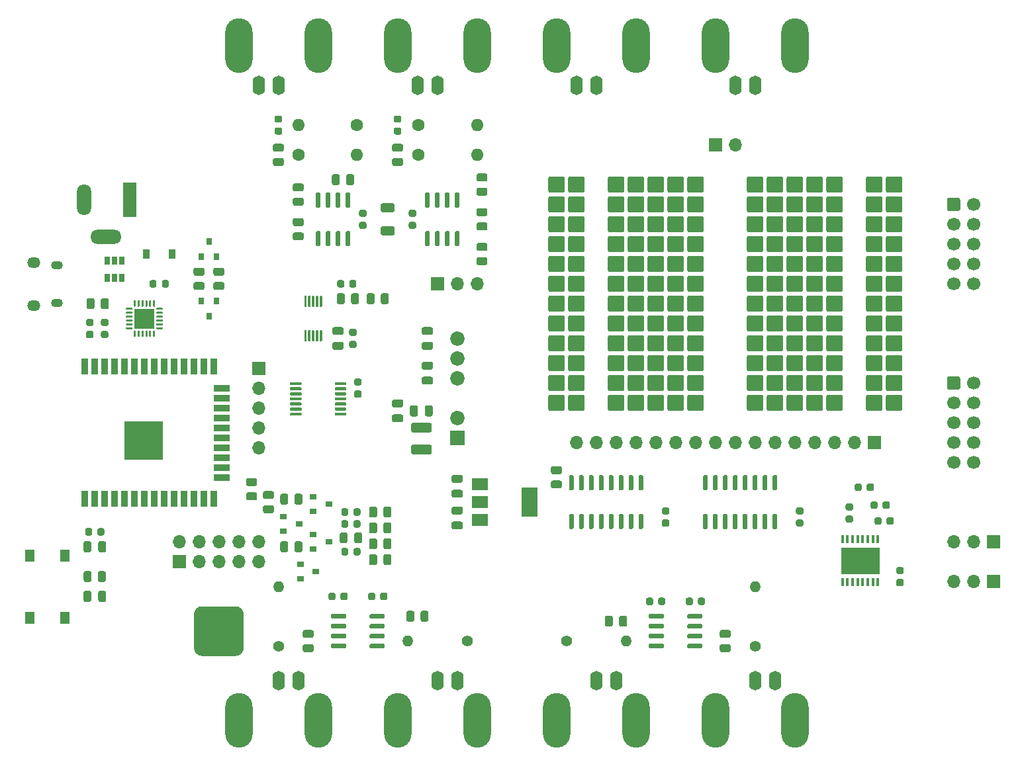
<source format=gbr>
G04 #@! TF.GenerationSoftware,KiCad,Pcbnew,(5.1.8-0-10_14)*
G04 #@! TF.CreationDate,2021-01-15T12:09:11-08:00*
G04 #@! TF.ProjectId,esp32_sync,65737033-325f-4737-996e-632e6b696361,rev?*
G04 #@! TF.SameCoordinates,Original*
G04 #@! TF.FileFunction,Soldermask,Top*
G04 #@! TF.FilePolarity,Negative*
%FSLAX46Y46*%
G04 Gerber Fmt 4.6, Leading zero omitted, Abs format (unit mm)*
G04 Created by KiCad (PCBNEW (5.1.8-0-10_14)) date 2021-01-15 12:09:11*
%MOMM*%
%LPD*%
G01*
G04 APERTURE LIST*
%ADD10O,1.700000X1.700000*%
%ADD11R,1.700000X1.700000*%
%ADD12R,0.900000X0.800000*%
%ADD13R,2.000000X1.500000*%
%ADD14R,2.000000X3.800000*%
%ADD15C,1.850000*%
%ADD16R,1.850000X1.850000*%
%ADD17O,1.600000X1.600000*%
%ADD18C,1.600000*%
%ADD19R,0.900000X2.000000*%
%ADD20R,2.000000X0.900000*%
%ADD21R,5.000000X5.000000*%
%ADD22R,0.800000X0.900000*%
%ADD23R,1.800000X4.400000*%
%ADD24O,1.800000X4.000000*%
%ADD25O,4.000000X1.800000*%
%ADD26O,1.400000X1.400000*%
%ADD27C,1.400000*%
%ADD28C,1.700000*%
%ADD29R,0.650000X1.060000*%
%ADD30R,0.900000X1.200000*%
%ADD31R,2.600000X2.600000*%
%ADD32O,1.600000X2.500000*%
%ADD33O,3.500000X7.000000*%
%ADD34R,5.000000X3.400000*%
%ADD35R,0.450000X1.050000*%
%ADD36R,1.300000X1.550000*%
%ADD37O,1.700000X1.350000*%
%ADD38O,1.500000X1.100000*%
G04 APERTURE END LIST*
G36*
G01*
X103725000Y-114482000D02*
X103725000Y-114282000D01*
G75*
G02*
X103825000Y-114182000I100000J0D01*
G01*
X105100000Y-114182000D01*
G75*
G02*
X105200000Y-114282000I0J-100000D01*
G01*
X105200000Y-114482000D01*
G75*
G02*
X105100000Y-114582000I-100000J0D01*
G01*
X103825000Y-114582000D01*
G75*
G02*
X103725000Y-114482000I0J100000D01*
G01*
G37*
G36*
G01*
X103725000Y-115132000D02*
X103725000Y-114932000D01*
G75*
G02*
X103825000Y-114832000I100000J0D01*
G01*
X105100000Y-114832000D01*
G75*
G02*
X105200000Y-114932000I0J-100000D01*
G01*
X105200000Y-115132000D01*
G75*
G02*
X105100000Y-115232000I-100000J0D01*
G01*
X103825000Y-115232000D01*
G75*
G02*
X103725000Y-115132000I0J100000D01*
G01*
G37*
G36*
G01*
X103725000Y-115782000D02*
X103725000Y-115582000D01*
G75*
G02*
X103825000Y-115482000I100000J0D01*
G01*
X105100000Y-115482000D01*
G75*
G02*
X105200000Y-115582000I0J-100000D01*
G01*
X105200000Y-115782000D01*
G75*
G02*
X105100000Y-115882000I-100000J0D01*
G01*
X103825000Y-115882000D01*
G75*
G02*
X103725000Y-115782000I0J100000D01*
G01*
G37*
G36*
G01*
X103725000Y-116432000D02*
X103725000Y-116232000D01*
G75*
G02*
X103825000Y-116132000I100000J0D01*
G01*
X105100000Y-116132000D01*
G75*
G02*
X105200000Y-116232000I0J-100000D01*
G01*
X105200000Y-116432000D01*
G75*
G02*
X105100000Y-116532000I-100000J0D01*
G01*
X103825000Y-116532000D01*
G75*
G02*
X103725000Y-116432000I0J100000D01*
G01*
G37*
G36*
G01*
X103725000Y-117082000D02*
X103725000Y-116882000D01*
G75*
G02*
X103825000Y-116782000I100000J0D01*
G01*
X105100000Y-116782000D01*
G75*
G02*
X105200000Y-116882000I0J-100000D01*
G01*
X105200000Y-117082000D01*
G75*
G02*
X105100000Y-117182000I-100000J0D01*
G01*
X103825000Y-117182000D01*
G75*
G02*
X103725000Y-117082000I0J100000D01*
G01*
G37*
G36*
G01*
X103725000Y-117732000D02*
X103725000Y-117532000D01*
G75*
G02*
X103825000Y-117432000I100000J0D01*
G01*
X105100000Y-117432000D01*
G75*
G02*
X105200000Y-117532000I0J-100000D01*
G01*
X105200000Y-117732000D01*
G75*
G02*
X105100000Y-117832000I-100000J0D01*
G01*
X103825000Y-117832000D01*
G75*
G02*
X103725000Y-117732000I0J100000D01*
G01*
G37*
G36*
G01*
X103725000Y-118382000D02*
X103725000Y-118182000D01*
G75*
G02*
X103825000Y-118082000I100000J0D01*
G01*
X105100000Y-118082000D01*
G75*
G02*
X105200000Y-118182000I0J-100000D01*
G01*
X105200000Y-118382000D01*
G75*
G02*
X105100000Y-118482000I-100000J0D01*
G01*
X103825000Y-118482000D01*
G75*
G02*
X103725000Y-118382000I0J100000D01*
G01*
G37*
G36*
G01*
X98000000Y-118382000D02*
X98000000Y-118182000D01*
G75*
G02*
X98100000Y-118082000I100000J0D01*
G01*
X99375000Y-118082000D01*
G75*
G02*
X99475000Y-118182000I0J-100000D01*
G01*
X99475000Y-118382000D01*
G75*
G02*
X99375000Y-118482000I-100000J0D01*
G01*
X98100000Y-118482000D01*
G75*
G02*
X98000000Y-118382000I0J100000D01*
G01*
G37*
G36*
G01*
X98000000Y-117732000D02*
X98000000Y-117532000D01*
G75*
G02*
X98100000Y-117432000I100000J0D01*
G01*
X99375000Y-117432000D01*
G75*
G02*
X99475000Y-117532000I0J-100000D01*
G01*
X99475000Y-117732000D01*
G75*
G02*
X99375000Y-117832000I-100000J0D01*
G01*
X98100000Y-117832000D01*
G75*
G02*
X98000000Y-117732000I0J100000D01*
G01*
G37*
G36*
G01*
X98000000Y-117082000D02*
X98000000Y-116882000D01*
G75*
G02*
X98100000Y-116782000I100000J0D01*
G01*
X99375000Y-116782000D01*
G75*
G02*
X99475000Y-116882000I0J-100000D01*
G01*
X99475000Y-117082000D01*
G75*
G02*
X99375000Y-117182000I-100000J0D01*
G01*
X98100000Y-117182000D01*
G75*
G02*
X98000000Y-117082000I0J100000D01*
G01*
G37*
G36*
G01*
X98000000Y-116432000D02*
X98000000Y-116232000D01*
G75*
G02*
X98100000Y-116132000I100000J0D01*
G01*
X99375000Y-116132000D01*
G75*
G02*
X99475000Y-116232000I0J-100000D01*
G01*
X99475000Y-116432000D01*
G75*
G02*
X99375000Y-116532000I-100000J0D01*
G01*
X98100000Y-116532000D01*
G75*
G02*
X98000000Y-116432000I0J100000D01*
G01*
G37*
G36*
G01*
X98000000Y-115782000D02*
X98000000Y-115582000D01*
G75*
G02*
X98100000Y-115482000I100000J0D01*
G01*
X99375000Y-115482000D01*
G75*
G02*
X99475000Y-115582000I0J-100000D01*
G01*
X99475000Y-115782000D01*
G75*
G02*
X99375000Y-115882000I-100000J0D01*
G01*
X98100000Y-115882000D01*
G75*
G02*
X98000000Y-115782000I0J100000D01*
G01*
G37*
G36*
G01*
X98000000Y-115132000D02*
X98000000Y-114932000D01*
G75*
G02*
X98100000Y-114832000I100000J0D01*
G01*
X99375000Y-114832000D01*
G75*
G02*
X99475000Y-114932000I0J-100000D01*
G01*
X99475000Y-115132000D01*
G75*
G02*
X99375000Y-115232000I-100000J0D01*
G01*
X98100000Y-115232000D01*
G75*
G02*
X98000000Y-115132000I0J100000D01*
G01*
G37*
G36*
G01*
X98000000Y-114482000D02*
X98000000Y-114282000D01*
G75*
G02*
X98100000Y-114182000I100000J0D01*
G01*
X99375000Y-114182000D01*
G75*
G02*
X99475000Y-114282000I0J-100000D01*
G01*
X99475000Y-114482000D01*
G75*
G02*
X99375000Y-114582000I-100000J0D01*
G01*
X98100000Y-114582000D01*
G75*
G02*
X98000000Y-114482000I0J100000D01*
G01*
G37*
D10*
X93980000Y-122555000D03*
X93980000Y-120015000D03*
X93980000Y-117475000D03*
X93980000Y-114935000D03*
D11*
X93980000Y-112395000D03*
G36*
G01*
X104615000Y-108135000D02*
X103665000Y-108135000D01*
G75*
G02*
X103415000Y-107885000I0J250000D01*
G01*
X103415000Y-107385000D01*
G75*
G02*
X103665000Y-107135000I250000J0D01*
G01*
X104615000Y-107135000D01*
G75*
G02*
X104865000Y-107385000I0J-250000D01*
G01*
X104865000Y-107885000D01*
G75*
G02*
X104615000Y-108135000I-250000J0D01*
G01*
G37*
G36*
G01*
X104615000Y-110035000D02*
X103665000Y-110035000D01*
G75*
G02*
X103415000Y-109785000I0J250000D01*
G01*
X103415000Y-109285000D01*
G75*
G02*
X103665000Y-109035000I250000J0D01*
G01*
X104615000Y-109035000D01*
G75*
G02*
X104865000Y-109285000I0J-250000D01*
G01*
X104865000Y-109785000D01*
G75*
G02*
X104615000Y-110035000I-250000J0D01*
G01*
G37*
G36*
G01*
X106295000Y-108260000D02*
X105795000Y-108260000D01*
G75*
G02*
X105570000Y-108035000I0J225000D01*
G01*
X105570000Y-107585000D01*
G75*
G02*
X105795000Y-107360000I225000J0D01*
G01*
X106295000Y-107360000D01*
G75*
G02*
X106520000Y-107585000I0J-225000D01*
G01*
X106520000Y-108035000D01*
G75*
G02*
X106295000Y-108260000I-225000J0D01*
G01*
G37*
G36*
G01*
X106295000Y-109810000D02*
X105795000Y-109810000D01*
G75*
G02*
X105570000Y-109585000I0J225000D01*
G01*
X105570000Y-109135000D01*
G75*
G02*
X105795000Y-108910000I225000J0D01*
G01*
X106295000Y-108910000D01*
G75*
G02*
X106520000Y-109135000I0J-225000D01*
G01*
X106520000Y-109585000D01*
G75*
G02*
X106295000Y-109810000I-225000J0D01*
G01*
G37*
G36*
G01*
X111510000Y-81605000D02*
X112010000Y-81605000D01*
G75*
G02*
X112235000Y-81830000I0J-225000D01*
G01*
X112235000Y-82280000D01*
G75*
G02*
X112010000Y-82505000I-225000J0D01*
G01*
X111510000Y-82505000D01*
G75*
G02*
X111285000Y-82280000I0J225000D01*
G01*
X111285000Y-81830000D01*
G75*
G02*
X111510000Y-81605000I225000J0D01*
G01*
G37*
G36*
G01*
X111510000Y-80055000D02*
X112010000Y-80055000D01*
G75*
G02*
X112235000Y-80280000I0J-225000D01*
G01*
X112235000Y-80730000D01*
G75*
G02*
X112010000Y-80955000I-225000J0D01*
G01*
X111510000Y-80955000D01*
G75*
G02*
X111285000Y-80730000I0J225000D01*
G01*
X111285000Y-80280000D01*
G75*
G02*
X111510000Y-80055000I225000J0D01*
G01*
G37*
G36*
G01*
X96270000Y-81605000D02*
X96770000Y-81605000D01*
G75*
G02*
X96995000Y-81830000I0J-225000D01*
G01*
X96995000Y-82280000D01*
G75*
G02*
X96770000Y-82505000I-225000J0D01*
G01*
X96270000Y-82505000D01*
G75*
G02*
X96045000Y-82280000I0J225000D01*
G01*
X96045000Y-81830000D01*
G75*
G02*
X96270000Y-81605000I225000J0D01*
G01*
G37*
G36*
G01*
X96270000Y-80055000D02*
X96770000Y-80055000D01*
G75*
G02*
X96995000Y-80280000I0J-225000D01*
G01*
X96995000Y-80730000D01*
G75*
G02*
X96770000Y-80955000I-225000J0D01*
G01*
X96270000Y-80955000D01*
G75*
G02*
X96045000Y-80730000I0J225000D01*
G01*
X96045000Y-80280000D01*
G75*
G02*
X96270000Y-80055000I225000J0D01*
G01*
G37*
G36*
G01*
X106241000Y-134568250D02*
X106241000Y-133655750D01*
G75*
G02*
X106484750Y-133412000I243750J0D01*
G01*
X106972250Y-133412000D01*
G75*
G02*
X107216000Y-133655750I0J-243750D01*
G01*
X107216000Y-134568250D01*
G75*
G02*
X106972250Y-134812000I-243750J0D01*
G01*
X106484750Y-134812000D01*
G75*
G02*
X106241000Y-134568250I0J243750D01*
G01*
G37*
G36*
G01*
X104366000Y-134568250D02*
X104366000Y-133655750D01*
G75*
G02*
X104609750Y-133412000I243750J0D01*
G01*
X105097250Y-133412000D01*
G75*
G02*
X105341000Y-133655750I0J-243750D01*
G01*
X105341000Y-134568250D01*
G75*
G02*
X105097250Y-134812000I-243750J0D01*
G01*
X104609750Y-134812000D01*
G75*
G02*
X104366000Y-134568250I0J243750D01*
G01*
G37*
D10*
X93980000Y-134620000D03*
X93980000Y-137160000D03*
X91440000Y-134620000D03*
X91440000Y-137160000D03*
X88900000Y-134620000D03*
X88900000Y-137160000D03*
X86360000Y-134620000D03*
X86360000Y-137160000D03*
X83820000Y-134620000D03*
D11*
X83820000Y-137160000D03*
G36*
G01*
X109937500Y-135324002D02*
X109937500Y-134423998D01*
G75*
G02*
X110187498Y-134174000I249998J0D01*
G01*
X110712502Y-134174000D01*
G75*
G02*
X110962500Y-134423998I0J-249998D01*
G01*
X110962500Y-135324002D01*
G75*
G02*
X110712502Y-135574000I-249998J0D01*
G01*
X110187498Y-135574000D01*
G75*
G02*
X109937500Y-135324002I0J249998D01*
G01*
G37*
G36*
G01*
X108112500Y-135324002D02*
X108112500Y-134423998D01*
G75*
G02*
X108362498Y-134174000I249998J0D01*
G01*
X108887502Y-134174000D01*
G75*
G02*
X109137500Y-134423998I0J-249998D01*
G01*
X109137500Y-135324002D01*
G75*
G02*
X108887502Y-135574000I-249998J0D01*
G01*
X108362498Y-135574000D01*
G75*
G02*
X108112500Y-135324002I0J249998D01*
G01*
G37*
G36*
G01*
X106141000Y-136146250D02*
X106141000Y-135633750D01*
G75*
G02*
X106359750Y-135415000I218750J0D01*
G01*
X106797250Y-135415000D01*
G75*
G02*
X107016000Y-135633750I0J-218750D01*
G01*
X107016000Y-136146250D01*
G75*
G02*
X106797250Y-136365000I-218750J0D01*
G01*
X106359750Y-136365000D01*
G75*
G02*
X106141000Y-136146250I0J218750D01*
G01*
G37*
G36*
G01*
X104566000Y-136146250D02*
X104566000Y-135633750D01*
G75*
G02*
X104784750Y-135415000I218750J0D01*
G01*
X105222250Y-135415000D01*
G75*
G02*
X105441000Y-135633750I0J-218750D01*
G01*
X105441000Y-136146250D01*
G75*
G02*
X105222250Y-136365000I-218750J0D01*
G01*
X104784750Y-136365000D01*
G75*
G02*
X104566000Y-136146250I0J218750D01*
G01*
G37*
D12*
X101330000Y-138430000D03*
X99330000Y-139380000D03*
X99330000Y-137480000D03*
G36*
G01*
X109937500Y-137356001D02*
X109937500Y-136455999D01*
G75*
G02*
X110187499Y-136206000I249999J0D01*
G01*
X110712501Y-136206000D01*
G75*
G02*
X110962500Y-136455999I0J-249999D01*
G01*
X110962500Y-137356001D01*
G75*
G02*
X110712501Y-137606000I-249999J0D01*
G01*
X110187499Y-137606000D01*
G75*
G02*
X109937500Y-137356001I0J249999D01*
G01*
G37*
G36*
G01*
X108112500Y-137356001D02*
X108112500Y-136455999D01*
G75*
G02*
X108362499Y-136206000I249999J0D01*
G01*
X108887501Y-136206000D01*
G75*
G02*
X109137500Y-136455999I0J-249999D01*
G01*
X109137500Y-137356001D01*
G75*
G02*
X108887501Y-137606000I-249999J0D01*
G01*
X108362499Y-137606000D01*
G75*
G02*
X108112500Y-137356001I0J249999D01*
G01*
G37*
G36*
G01*
X93541001Y-127489000D02*
X92640999Y-127489000D01*
G75*
G02*
X92391000Y-127239001I0J249999D01*
G01*
X92391000Y-126713999D01*
G75*
G02*
X92640999Y-126464000I249999J0D01*
G01*
X93541001Y-126464000D01*
G75*
G02*
X93791000Y-126713999I0J-249999D01*
G01*
X93791000Y-127239001D01*
G75*
G02*
X93541001Y-127489000I-249999J0D01*
G01*
G37*
G36*
G01*
X93541001Y-129314000D02*
X92640999Y-129314000D01*
G75*
G02*
X92391000Y-129064001I0J249999D01*
G01*
X92391000Y-128538999D01*
G75*
G02*
X92640999Y-128289000I249999J0D01*
G01*
X93541001Y-128289000D01*
G75*
G02*
X93791000Y-128538999I0J-249999D01*
G01*
X93791000Y-129064001D01*
G75*
G02*
X93541001Y-129314000I-249999J0D01*
G01*
G37*
G36*
G01*
X132530002Y-125965000D02*
X131629998Y-125965000D01*
G75*
G02*
X131380000Y-125715002I0J249998D01*
G01*
X131380000Y-125189998D01*
G75*
G02*
X131629998Y-124940000I249998J0D01*
G01*
X132530002Y-124940000D01*
G75*
G02*
X132780000Y-125189998I0J-249998D01*
G01*
X132780000Y-125715002D01*
G75*
G02*
X132530002Y-125965000I-249998J0D01*
G01*
G37*
G36*
G01*
X132530002Y-127790000D02*
X131629998Y-127790000D01*
G75*
G02*
X131380000Y-127540002I0J249998D01*
G01*
X131380000Y-127014998D01*
G75*
G02*
X131629998Y-126765000I249998J0D01*
G01*
X132530002Y-126765000D01*
G75*
G02*
X132780000Y-127014998I0J-249998D01*
G01*
X132780000Y-127540002D01*
G75*
G02*
X132530002Y-127790000I-249998J0D01*
G01*
G37*
D13*
X122326000Y-127240000D03*
X122326000Y-131840000D03*
X122326000Y-129540000D03*
D14*
X128626000Y-129540000D03*
G36*
G01*
X73425000Y-139515002D02*
X73425000Y-138614998D01*
G75*
G02*
X73674998Y-138365000I249998J0D01*
G01*
X74200002Y-138365000D01*
G75*
G02*
X74450000Y-138614998I0J-249998D01*
G01*
X74450000Y-139515002D01*
G75*
G02*
X74200002Y-139765000I-249998J0D01*
G01*
X73674998Y-139765000D01*
G75*
G02*
X73425000Y-139515002I0J249998D01*
G01*
G37*
G36*
G01*
X71600000Y-139515002D02*
X71600000Y-138614998D01*
G75*
G02*
X71849998Y-138365000I249998J0D01*
G01*
X72375002Y-138365000D01*
G75*
G02*
X72625000Y-138614998I0J-249998D01*
G01*
X72625000Y-139515002D01*
G75*
G02*
X72375002Y-139765000I-249998J0D01*
G01*
X71849998Y-139765000D01*
G75*
G02*
X71600000Y-139515002I0J249998D01*
G01*
G37*
G36*
G01*
X115883000Y-120637000D02*
X113733000Y-120637000D01*
G75*
G02*
X113483000Y-120387000I0J250000D01*
G01*
X113483000Y-119637000D01*
G75*
G02*
X113733000Y-119387000I250000J0D01*
G01*
X115883000Y-119387000D01*
G75*
G02*
X116133000Y-119637000I0J-250000D01*
G01*
X116133000Y-120387000D01*
G75*
G02*
X115883000Y-120637000I-250000J0D01*
G01*
G37*
G36*
G01*
X115883000Y-123437000D02*
X113733000Y-123437000D01*
G75*
G02*
X113483000Y-123187000I0J250000D01*
G01*
X113483000Y-122437000D01*
G75*
G02*
X113733000Y-122187000I250000J0D01*
G01*
X115883000Y-122187000D01*
G75*
G02*
X116133000Y-122437000I0J-250000D01*
G01*
X116133000Y-123187000D01*
G75*
G02*
X115883000Y-123437000I-250000J0D01*
G01*
G37*
G36*
G01*
X112235000Y-117406000D02*
X111285000Y-117406000D01*
G75*
G02*
X111035000Y-117156000I0J250000D01*
G01*
X111035000Y-116656000D01*
G75*
G02*
X111285000Y-116406000I250000J0D01*
G01*
X112235000Y-116406000D01*
G75*
G02*
X112485000Y-116656000I0J-250000D01*
G01*
X112485000Y-117156000D01*
G75*
G02*
X112235000Y-117406000I-250000J0D01*
G01*
G37*
G36*
G01*
X112235000Y-119306000D02*
X111285000Y-119306000D01*
G75*
G02*
X111035000Y-119056000I0J250000D01*
G01*
X111035000Y-118556000D01*
G75*
G02*
X111285000Y-118306000I250000J0D01*
G01*
X112235000Y-118306000D01*
G75*
G02*
X112485000Y-118556000I0J-250000D01*
G01*
X112485000Y-119056000D01*
G75*
G02*
X112235000Y-119306000I-250000J0D01*
G01*
G37*
G36*
G01*
X115258000Y-118331000D02*
X115258000Y-117381000D01*
G75*
G02*
X115508000Y-117131000I250000J0D01*
G01*
X116008000Y-117131000D01*
G75*
G02*
X116258000Y-117381000I0J-250000D01*
G01*
X116258000Y-118331000D01*
G75*
G02*
X116008000Y-118581000I-250000J0D01*
G01*
X115508000Y-118581000D01*
G75*
G02*
X115258000Y-118331000I0J250000D01*
G01*
G37*
G36*
G01*
X113358000Y-118331000D02*
X113358000Y-117381000D01*
G75*
G02*
X113608000Y-117131000I250000J0D01*
G01*
X114108000Y-117131000D01*
G75*
G02*
X114358000Y-117381000I0J-250000D01*
G01*
X114358000Y-118331000D01*
G75*
G02*
X114108000Y-118581000I-250000J0D01*
G01*
X113608000Y-118581000D01*
G75*
G02*
X113358000Y-118331000I0J250000D01*
G01*
G37*
D10*
X121920000Y-101600000D03*
X119380000Y-101600000D03*
D11*
X116840000Y-101600000D03*
D15*
X119380000Y-108585000D03*
X119380000Y-111125000D03*
X119380000Y-113665000D03*
X119380000Y-118745000D03*
D16*
X119380000Y-121285000D03*
G36*
G01*
X113915000Y-93020000D02*
X113415000Y-93020000D01*
G75*
G02*
X113190000Y-92795000I0J225000D01*
G01*
X113190000Y-92345000D01*
G75*
G02*
X113415000Y-92120000I225000J0D01*
G01*
X113915000Y-92120000D01*
G75*
G02*
X114140000Y-92345000I0J-225000D01*
G01*
X114140000Y-92795000D01*
G75*
G02*
X113915000Y-93020000I-225000J0D01*
G01*
G37*
G36*
G01*
X113915000Y-94570000D02*
X113415000Y-94570000D01*
G75*
G02*
X113190000Y-94345000I0J225000D01*
G01*
X113190000Y-93895000D01*
G75*
G02*
X113415000Y-93670000I225000J0D01*
G01*
X113915000Y-93670000D01*
G75*
G02*
X114140000Y-93895000I0J-225000D01*
G01*
X114140000Y-94345000D01*
G75*
G02*
X113915000Y-94570000I-225000J0D01*
G01*
G37*
G36*
G01*
X111140001Y-92445000D02*
X109839999Y-92445000D01*
G75*
G02*
X109590000Y-92195001I0J249999D01*
G01*
X109590000Y-91544999D01*
G75*
G02*
X109839999Y-91295000I249999J0D01*
G01*
X111140001Y-91295000D01*
G75*
G02*
X111390000Y-91544999I0J-249999D01*
G01*
X111390000Y-92195001D01*
G75*
G02*
X111140001Y-92445000I-249999J0D01*
G01*
G37*
G36*
G01*
X111140001Y-95395000D02*
X109839999Y-95395000D01*
G75*
G02*
X109590000Y-95145001I0J249999D01*
G01*
X109590000Y-94494999D01*
G75*
G02*
X109839999Y-94245000I249999J0D01*
G01*
X111140001Y-94245000D01*
G75*
G02*
X111390000Y-94494999I0J-249999D01*
G01*
X111390000Y-95145001D01*
G75*
G02*
X111140001Y-95395000I-249999J0D01*
G01*
G37*
G36*
G01*
X107565000Y-93020000D02*
X107065000Y-93020000D01*
G75*
G02*
X106840000Y-92795000I0J225000D01*
G01*
X106840000Y-92345000D01*
G75*
G02*
X107065000Y-92120000I225000J0D01*
G01*
X107565000Y-92120000D01*
G75*
G02*
X107790000Y-92345000I0J-225000D01*
G01*
X107790000Y-92795000D01*
G75*
G02*
X107565000Y-93020000I-225000J0D01*
G01*
G37*
G36*
G01*
X107565000Y-94570000D02*
X107065000Y-94570000D01*
G75*
G02*
X106840000Y-94345000I0J225000D01*
G01*
X106840000Y-93895000D01*
G75*
G02*
X107065000Y-93670000I225000J0D01*
G01*
X107565000Y-93670000D01*
G75*
G02*
X107790000Y-93895000I0J-225000D01*
G01*
X107790000Y-94345000D01*
G75*
G02*
X107565000Y-94570000I-225000J0D01*
G01*
G37*
D17*
X121920000Y-85090000D03*
D18*
X114420000Y-85090000D03*
D17*
X121920000Y-81280000D03*
D18*
X114420000Y-81280000D03*
D19*
X71755000Y-112150000D03*
X73025000Y-112150000D03*
X74295000Y-112150000D03*
X75565000Y-112150000D03*
X76835000Y-112150000D03*
X78105000Y-112150000D03*
X79375000Y-112150000D03*
X80645000Y-112150000D03*
X81915000Y-112150000D03*
X83185000Y-112150000D03*
X84455000Y-112150000D03*
X85725000Y-112150000D03*
X86995000Y-112150000D03*
X88265000Y-112150000D03*
D20*
X89265000Y-114935000D03*
X89265000Y-116205000D03*
X89265000Y-117475000D03*
X89265000Y-118745000D03*
X89265000Y-120015000D03*
X89265000Y-121285000D03*
X89265000Y-122555000D03*
X89265000Y-123825000D03*
X89265000Y-125095000D03*
X89265000Y-126365000D03*
D19*
X88265000Y-129150000D03*
X86995000Y-129150000D03*
X85725000Y-129150000D03*
X84455000Y-129150000D03*
X83185000Y-129150000D03*
X81915000Y-129150000D03*
X80645000Y-129150000D03*
X79375000Y-129150000D03*
X78105000Y-129150000D03*
X76835000Y-129150000D03*
X75565000Y-129150000D03*
X74295000Y-129150000D03*
X73025000Y-129150000D03*
X71755000Y-129150000D03*
D21*
X79255000Y-121650000D03*
D22*
X87630000Y-96155000D03*
X88580000Y-98155000D03*
X86680000Y-98155000D03*
G36*
G01*
X97771000Y-134804998D02*
X97771000Y-135705002D01*
G75*
G02*
X97521002Y-135955000I-249998J0D01*
G01*
X96995998Y-135955000D01*
G75*
G02*
X96746000Y-135705002I0J249998D01*
G01*
X96746000Y-134804998D01*
G75*
G02*
X96995998Y-134555000I249998J0D01*
G01*
X97521002Y-134555000D01*
G75*
G02*
X97771000Y-134804998I0J-249998D01*
G01*
G37*
G36*
G01*
X99596000Y-134804998D02*
X99596000Y-135705002D01*
G75*
G02*
X99346002Y-135955000I-249998J0D01*
G01*
X98820998Y-135955000D01*
G75*
G02*
X98571000Y-135705002I0J249998D01*
G01*
X98571000Y-134804998D01*
G75*
G02*
X98820998Y-134555000I249998J0D01*
G01*
X99346002Y-134555000D01*
G75*
G02*
X99596000Y-134804998I0J-249998D01*
G01*
G37*
G36*
G01*
X95700002Y-129140000D02*
X94799998Y-129140000D01*
G75*
G02*
X94550000Y-128890002I0J249998D01*
G01*
X94550000Y-128364998D01*
G75*
G02*
X94799998Y-128115000I249998J0D01*
G01*
X95700002Y-128115000D01*
G75*
G02*
X95950000Y-128364998I0J-249998D01*
G01*
X95950000Y-128890002D01*
G75*
G02*
X95700002Y-129140000I-249998J0D01*
G01*
G37*
G36*
G01*
X95700002Y-130965000D02*
X94799998Y-130965000D01*
G75*
G02*
X94550000Y-130715002I0J249998D01*
G01*
X94550000Y-130189998D01*
G75*
G02*
X94799998Y-129940000I249998J0D01*
G01*
X95700002Y-129940000D01*
G75*
G02*
X95950000Y-130189998I0J-249998D01*
G01*
X95950000Y-130715002D01*
G75*
G02*
X95700002Y-130965000I-249998J0D01*
G01*
G37*
G36*
G01*
X109937500Y-133292002D02*
X109937500Y-132391998D01*
G75*
G02*
X110187498Y-132142000I249998J0D01*
G01*
X110712502Y-132142000D01*
G75*
G02*
X110962500Y-132391998I0J-249998D01*
G01*
X110962500Y-133292002D01*
G75*
G02*
X110712502Y-133542000I-249998J0D01*
G01*
X110187498Y-133542000D01*
G75*
G02*
X109937500Y-133292002I0J249998D01*
G01*
G37*
G36*
G01*
X108112500Y-133292002D02*
X108112500Y-132391998D01*
G75*
G02*
X108362498Y-132142000I249998J0D01*
G01*
X108887502Y-132142000D01*
G75*
G02*
X109137500Y-132391998I0J-249998D01*
G01*
X109137500Y-133292002D01*
G75*
G02*
X108887502Y-133542000I-249998J0D01*
G01*
X108362498Y-133542000D01*
G75*
G02*
X108112500Y-133292002I0J249998D01*
G01*
G37*
G36*
G01*
X97771000Y-128708998D02*
X97771000Y-129609002D01*
G75*
G02*
X97521002Y-129859000I-249998J0D01*
G01*
X96995998Y-129859000D01*
G75*
G02*
X96746000Y-129609002I0J249998D01*
G01*
X96746000Y-128708998D01*
G75*
G02*
X96995998Y-128459000I249998J0D01*
G01*
X97521002Y-128459000D01*
G75*
G02*
X97771000Y-128708998I0J-249998D01*
G01*
G37*
G36*
G01*
X99596000Y-128708998D02*
X99596000Y-129609002D01*
G75*
G02*
X99346002Y-129859000I-249998J0D01*
G01*
X98820998Y-129859000D01*
G75*
G02*
X98571000Y-129609002I0J249998D01*
G01*
X98571000Y-128708998D01*
G75*
G02*
X98820998Y-128459000I249998J0D01*
G01*
X99346002Y-128459000D01*
G75*
G02*
X99596000Y-128708998I0J-249998D01*
G01*
G37*
G36*
G01*
X109937500Y-131260002D02*
X109937500Y-130359998D01*
G75*
G02*
X110187498Y-130110000I249998J0D01*
G01*
X110712502Y-130110000D01*
G75*
G02*
X110962500Y-130359998I0J-249998D01*
G01*
X110962500Y-131260002D01*
G75*
G02*
X110712502Y-131510000I-249998J0D01*
G01*
X110187498Y-131510000D01*
G75*
G02*
X109937500Y-131260002I0J249998D01*
G01*
G37*
G36*
G01*
X108112500Y-131260002D02*
X108112500Y-130359998D01*
G75*
G02*
X108362498Y-130110000I249998J0D01*
G01*
X108887502Y-130110000D01*
G75*
G02*
X109137500Y-130359998I0J-249998D01*
G01*
X109137500Y-131260002D01*
G75*
G02*
X108887502Y-131510000I-249998J0D01*
G01*
X108362498Y-131510000D01*
G75*
G02*
X108112500Y-131260002I0J249998D01*
G01*
G37*
D12*
X102981000Y-134620000D03*
X100981000Y-135570000D03*
X100981000Y-133670000D03*
X99171000Y-132334000D03*
X97171000Y-133284000D03*
X97171000Y-131384000D03*
X102981000Y-129794000D03*
X100981000Y-130744000D03*
X100981000Y-128844000D03*
G36*
G01*
X106141000Y-132590250D02*
X106141000Y-132077750D01*
G75*
G02*
X106359750Y-131859000I218750J0D01*
G01*
X106797250Y-131859000D01*
G75*
G02*
X107016000Y-132077750I0J-218750D01*
G01*
X107016000Y-132590250D01*
G75*
G02*
X106797250Y-132809000I-218750J0D01*
G01*
X106359750Y-132809000D01*
G75*
G02*
X106141000Y-132590250I0J218750D01*
G01*
G37*
G36*
G01*
X104566000Y-132590250D02*
X104566000Y-132077750D01*
G75*
G02*
X104784750Y-131859000I218750J0D01*
G01*
X105222250Y-131859000D01*
G75*
G02*
X105441000Y-132077750I0J-218750D01*
G01*
X105441000Y-132590250D01*
G75*
G02*
X105222250Y-132809000I-218750J0D01*
G01*
X104784750Y-132809000D01*
G75*
G02*
X104566000Y-132590250I0J218750D01*
G01*
G37*
G36*
G01*
X106141000Y-131066250D02*
X106141000Y-130553750D01*
G75*
G02*
X106359750Y-130335000I218750J0D01*
G01*
X106797250Y-130335000D01*
G75*
G02*
X107016000Y-130553750I0J-218750D01*
G01*
X107016000Y-131066250D01*
G75*
G02*
X106797250Y-131285000I-218750J0D01*
G01*
X106359750Y-131285000D01*
G75*
G02*
X106141000Y-131066250I0J218750D01*
G01*
G37*
G36*
G01*
X104566000Y-131066250D02*
X104566000Y-130553750D01*
G75*
G02*
X104784750Y-130335000I218750J0D01*
G01*
X105222250Y-130335000D01*
G75*
G02*
X105441000Y-130553750I0J-218750D01*
G01*
X105441000Y-131066250D01*
G75*
G02*
X105222250Y-131285000I-218750J0D01*
G01*
X104784750Y-131285000D01*
G75*
G02*
X104566000Y-131066250I0J218750D01*
G01*
G37*
D23*
X77470000Y-90805000D03*
D24*
X71670000Y-90805000D03*
D25*
X74470000Y-95605000D03*
D26*
X157480000Y-140335000D03*
D27*
X157480000Y-147955000D03*
D28*
X185420000Y-124460000D03*
X185420000Y-121920000D03*
X185420000Y-119380000D03*
X185420000Y-116840000D03*
X185420000Y-114300000D03*
X182880000Y-124460000D03*
X182880000Y-121920000D03*
X182880000Y-119380000D03*
X182880000Y-116840000D03*
G36*
G01*
X182030000Y-114900000D02*
X182030000Y-113700000D01*
G75*
G02*
X182280000Y-113450000I250000J0D01*
G01*
X183480000Y-113450000D01*
G75*
G02*
X183730000Y-113700000I0J-250000D01*
G01*
X183730000Y-114900000D01*
G75*
G02*
X183480000Y-115150000I-250000J0D01*
G01*
X182280000Y-115150000D01*
G75*
G02*
X182030000Y-114900000I0J250000D01*
G01*
G37*
X185420000Y-101600000D03*
X185420000Y-99060000D03*
X185420000Y-96520000D03*
X185420000Y-93980000D03*
X185420000Y-91440000D03*
X182880000Y-101600000D03*
X182880000Y-99060000D03*
X182880000Y-96520000D03*
X182880000Y-93980000D03*
G36*
G01*
X182030000Y-92040000D02*
X182030000Y-90840000D01*
G75*
G02*
X182280000Y-90590000I250000J0D01*
G01*
X183480000Y-90590000D01*
G75*
G02*
X183730000Y-90840000I0J-250000D01*
G01*
X183730000Y-92040000D01*
G75*
G02*
X183480000Y-92290000I-250000J0D01*
G01*
X182280000Y-92290000D01*
G75*
G02*
X182030000Y-92040000I0J250000D01*
G01*
G37*
G36*
G01*
X142725000Y-131040000D02*
X143025000Y-131040000D01*
G75*
G02*
X143175000Y-131190000I0J-150000D01*
G01*
X143175000Y-132840000D01*
G75*
G02*
X143025000Y-132990000I-150000J0D01*
G01*
X142725000Y-132990000D01*
G75*
G02*
X142575000Y-132840000I0J150000D01*
G01*
X142575000Y-131190000D01*
G75*
G02*
X142725000Y-131040000I150000J0D01*
G01*
G37*
G36*
G01*
X141455000Y-131040000D02*
X141755000Y-131040000D01*
G75*
G02*
X141905000Y-131190000I0J-150000D01*
G01*
X141905000Y-132840000D01*
G75*
G02*
X141755000Y-132990000I-150000J0D01*
G01*
X141455000Y-132990000D01*
G75*
G02*
X141305000Y-132840000I0J150000D01*
G01*
X141305000Y-131190000D01*
G75*
G02*
X141455000Y-131040000I150000J0D01*
G01*
G37*
G36*
G01*
X140185000Y-131040000D02*
X140485000Y-131040000D01*
G75*
G02*
X140635000Y-131190000I0J-150000D01*
G01*
X140635000Y-132840000D01*
G75*
G02*
X140485000Y-132990000I-150000J0D01*
G01*
X140185000Y-132990000D01*
G75*
G02*
X140035000Y-132840000I0J150000D01*
G01*
X140035000Y-131190000D01*
G75*
G02*
X140185000Y-131040000I150000J0D01*
G01*
G37*
G36*
G01*
X138915000Y-131040000D02*
X139215000Y-131040000D01*
G75*
G02*
X139365000Y-131190000I0J-150000D01*
G01*
X139365000Y-132840000D01*
G75*
G02*
X139215000Y-132990000I-150000J0D01*
G01*
X138915000Y-132990000D01*
G75*
G02*
X138765000Y-132840000I0J150000D01*
G01*
X138765000Y-131190000D01*
G75*
G02*
X138915000Y-131040000I150000J0D01*
G01*
G37*
G36*
G01*
X137645000Y-131040000D02*
X137945000Y-131040000D01*
G75*
G02*
X138095000Y-131190000I0J-150000D01*
G01*
X138095000Y-132840000D01*
G75*
G02*
X137945000Y-132990000I-150000J0D01*
G01*
X137645000Y-132990000D01*
G75*
G02*
X137495000Y-132840000I0J150000D01*
G01*
X137495000Y-131190000D01*
G75*
G02*
X137645000Y-131040000I150000J0D01*
G01*
G37*
G36*
G01*
X136375000Y-131040000D02*
X136675000Y-131040000D01*
G75*
G02*
X136825000Y-131190000I0J-150000D01*
G01*
X136825000Y-132840000D01*
G75*
G02*
X136675000Y-132990000I-150000J0D01*
G01*
X136375000Y-132990000D01*
G75*
G02*
X136225000Y-132840000I0J150000D01*
G01*
X136225000Y-131190000D01*
G75*
G02*
X136375000Y-131040000I150000J0D01*
G01*
G37*
G36*
G01*
X135105000Y-131040000D02*
X135405000Y-131040000D01*
G75*
G02*
X135555000Y-131190000I0J-150000D01*
G01*
X135555000Y-132840000D01*
G75*
G02*
X135405000Y-132990000I-150000J0D01*
G01*
X135105000Y-132990000D01*
G75*
G02*
X134955000Y-132840000I0J150000D01*
G01*
X134955000Y-131190000D01*
G75*
G02*
X135105000Y-131040000I150000J0D01*
G01*
G37*
G36*
G01*
X133835000Y-131040000D02*
X134135000Y-131040000D01*
G75*
G02*
X134285000Y-131190000I0J-150000D01*
G01*
X134285000Y-132840000D01*
G75*
G02*
X134135000Y-132990000I-150000J0D01*
G01*
X133835000Y-132990000D01*
G75*
G02*
X133685000Y-132840000I0J150000D01*
G01*
X133685000Y-131190000D01*
G75*
G02*
X133835000Y-131040000I150000J0D01*
G01*
G37*
G36*
G01*
X133835000Y-126090000D02*
X134135000Y-126090000D01*
G75*
G02*
X134285000Y-126240000I0J-150000D01*
G01*
X134285000Y-127890000D01*
G75*
G02*
X134135000Y-128040000I-150000J0D01*
G01*
X133835000Y-128040000D01*
G75*
G02*
X133685000Y-127890000I0J150000D01*
G01*
X133685000Y-126240000D01*
G75*
G02*
X133835000Y-126090000I150000J0D01*
G01*
G37*
G36*
G01*
X135105000Y-126090000D02*
X135405000Y-126090000D01*
G75*
G02*
X135555000Y-126240000I0J-150000D01*
G01*
X135555000Y-127890000D01*
G75*
G02*
X135405000Y-128040000I-150000J0D01*
G01*
X135105000Y-128040000D01*
G75*
G02*
X134955000Y-127890000I0J150000D01*
G01*
X134955000Y-126240000D01*
G75*
G02*
X135105000Y-126090000I150000J0D01*
G01*
G37*
G36*
G01*
X136375000Y-126090000D02*
X136675000Y-126090000D01*
G75*
G02*
X136825000Y-126240000I0J-150000D01*
G01*
X136825000Y-127890000D01*
G75*
G02*
X136675000Y-128040000I-150000J0D01*
G01*
X136375000Y-128040000D01*
G75*
G02*
X136225000Y-127890000I0J150000D01*
G01*
X136225000Y-126240000D01*
G75*
G02*
X136375000Y-126090000I150000J0D01*
G01*
G37*
G36*
G01*
X137645000Y-126090000D02*
X137945000Y-126090000D01*
G75*
G02*
X138095000Y-126240000I0J-150000D01*
G01*
X138095000Y-127890000D01*
G75*
G02*
X137945000Y-128040000I-150000J0D01*
G01*
X137645000Y-128040000D01*
G75*
G02*
X137495000Y-127890000I0J150000D01*
G01*
X137495000Y-126240000D01*
G75*
G02*
X137645000Y-126090000I150000J0D01*
G01*
G37*
G36*
G01*
X138915000Y-126090000D02*
X139215000Y-126090000D01*
G75*
G02*
X139365000Y-126240000I0J-150000D01*
G01*
X139365000Y-127890000D01*
G75*
G02*
X139215000Y-128040000I-150000J0D01*
G01*
X138915000Y-128040000D01*
G75*
G02*
X138765000Y-127890000I0J150000D01*
G01*
X138765000Y-126240000D01*
G75*
G02*
X138915000Y-126090000I150000J0D01*
G01*
G37*
G36*
G01*
X140185000Y-126090000D02*
X140485000Y-126090000D01*
G75*
G02*
X140635000Y-126240000I0J-150000D01*
G01*
X140635000Y-127890000D01*
G75*
G02*
X140485000Y-128040000I-150000J0D01*
G01*
X140185000Y-128040000D01*
G75*
G02*
X140035000Y-127890000I0J150000D01*
G01*
X140035000Y-126240000D01*
G75*
G02*
X140185000Y-126090000I150000J0D01*
G01*
G37*
G36*
G01*
X141455000Y-126090000D02*
X141755000Y-126090000D01*
G75*
G02*
X141905000Y-126240000I0J-150000D01*
G01*
X141905000Y-127890000D01*
G75*
G02*
X141755000Y-128040000I-150000J0D01*
G01*
X141455000Y-128040000D01*
G75*
G02*
X141305000Y-127890000I0J150000D01*
G01*
X141305000Y-126240000D01*
G75*
G02*
X141455000Y-126090000I150000J0D01*
G01*
G37*
G36*
G01*
X142725000Y-126090000D02*
X143025000Y-126090000D01*
G75*
G02*
X143175000Y-126240000I0J-150000D01*
G01*
X143175000Y-127890000D01*
G75*
G02*
X143025000Y-128040000I-150000J0D01*
G01*
X142725000Y-128040000D01*
G75*
G02*
X142575000Y-127890000I0J150000D01*
G01*
X142575000Y-126240000D01*
G75*
G02*
X142725000Y-126090000I150000J0D01*
G01*
G37*
G36*
G01*
X159870000Y-131040000D02*
X160170000Y-131040000D01*
G75*
G02*
X160320000Y-131190000I0J-150000D01*
G01*
X160320000Y-132840000D01*
G75*
G02*
X160170000Y-132990000I-150000J0D01*
G01*
X159870000Y-132990000D01*
G75*
G02*
X159720000Y-132840000I0J150000D01*
G01*
X159720000Y-131190000D01*
G75*
G02*
X159870000Y-131040000I150000J0D01*
G01*
G37*
G36*
G01*
X158600000Y-131040000D02*
X158900000Y-131040000D01*
G75*
G02*
X159050000Y-131190000I0J-150000D01*
G01*
X159050000Y-132840000D01*
G75*
G02*
X158900000Y-132990000I-150000J0D01*
G01*
X158600000Y-132990000D01*
G75*
G02*
X158450000Y-132840000I0J150000D01*
G01*
X158450000Y-131190000D01*
G75*
G02*
X158600000Y-131040000I150000J0D01*
G01*
G37*
G36*
G01*
X157330000Y-131040000D02*
X157630000Y-131040000D01*
G75*
G02*
X157780000Y-131190000I0J-150000D01*
G01*
X157780000Y-132840000D01*
G75*
G02*
X157630000Y-132990000I-150000J0D01*
G01*
X157330000Y-132990000D01*
G75*
G02*
X157180000Y-132840000I0J150000D01*
G01*
X157180000Y-131190000D01*
G75*
G02*
X157330000Y-131040000I150000J0D01*
G01*
G37*
G36*
G01*
X156060000Y-131040000D02*
X156360000Y-131040000D01*
G75*
G02*
X156510000Y-131190000I0J-150000D01*
G01*
X156510000Y-132840000D01*
G75*
G02*
X156360000Y-132990000I-150000J0D01*
G01*
X156060000Y-132990000D01*
G75*
G02*
X155910000Y-132840000I0J150000D01*
G01*
X155910000Y-131190000D01*
G75*
G02*
X156060000Y-131040000I150000J0D01*
G01*
G37*
G36*
G01*
X154790000Y-131040000D02*
X155090000Y-131040000D01*
G75*
G02*
X155240000Y-131190000I0J-150000D01*
G01*
X155240000Y-132840000D01*
G75*
G02*
X155090000Y-132990000I-150000J0D01*
G01*
X154790000Y-132990000D01*
G75*
G02*
X154640000Y-132840000I0J150000D01*
G01*
X154640000Y-131190000D01*
G75*
G02*
X154790000Y-131040000I150000J0D01*
G01*
G37*
G36*
G01*
X153520000Y-131040000D02*
X153820000Y-131040000D01*
G75*
G02*
X153970000Y-131190000I0J-150000D01*
G01*
X153970000Y-132840000D01*
G75*
G02*
X153820000Y-132990000I-150000J0D01*
G01*
X153520000Y-132990000D01*
G75*
G02*
X153370000Y-132840000I0J150000D01*
G01*
X153370000Y-131190000D01*
G75*
G02*
X153520000Y-131040000I150000J0D01*
G01*
G37*
G36*
G01*
X152250000Y-131040000D02*
X152550000Y-131040000D01*
G75*
G02*
X152700000Y-131190000I0J-150000D01*
G01*
X152700000Y-132840000D01*
G75*
G02*
X152550000Y-132990000I-150000J0D01*
G01*
X152250000Y-132990000D01*
G75*
G02*
X152100000Y-132840000I0J150000D01*
G01*
X152100000Y-131190000D01*
G75*
G02*
X152250000Y-131040000I150000J0D01*
G01*
G37*
G36*
G01*
X150980000Y-131040000D02*
X151280000Y-131040000D01*
G75*
G02*
X151430000Y-131190000I0J-150000D01*
G01*
X151430000Y-132840000D01*
G75*
G02*
X151280000Y-132990000I-150000J0D01*
G01*
X150980000Y-132990000D01*
G75*
G02*
X150830000Y-132840000I0J150000D01*
G01*
X150830000Y-131190000D01*
G75*
G02*
X150980000Y-131040000I150000J0D01*
G01*
G37*
G36*
G01*
X150980000Y-126090000D02*
X151280000Y-126090000D01*
G75*
G02*
X151430000Y-126240000I0J-150000D01*
G01*
X151430000Y-127890000D01*
G75*
G02*
X151280000Y-128040000I-150000J0D01*
G01*
X150980000Y-128040000D01*
G75*
G02*
X150830000Y-127890000I0J150000D01*
G01*
X150830000Y-126240000D01*
G75*
G02*
X150980000Y-126090000I150000J0D01*
G01*
G37*
G36*
G01*
X152250000Y-126090000D02*
X152550000Y-126090000D01*
G75*
G02*
X152700000Y-126240000I0J-150000D01*
G01*
X152700000Y-127890000D01*
G75*
G02*
X152550000Y-128040000I-150000J0D01*
G01*
X152250000Y-128040000D01*
G75*
G02*
X152100000Y-127890000I0J150000D01*
G01*
X152100000Y-126240000D01*
G75*
G02*
X152250000Y-126090000I150000J0D01*
G01*
G37*
G36*
G01*
X153520000Y-126090000D02*
X153820000Y-126090000D01*
G75*
G02*
X153970000Y-126240000I0J-150000D01*
G01*
X153970000Y-127890000D01*
G75*
G02*
X153820000Y-128040000I-150000J0D01*
G01*
X153520000Y-128040000D01*
G75*
G02*
X153370000Y-127890000I0J150000D01*
G01*
X153370000Y-126240000D01*
G75*
G02*
X153520000Y-126090000I150000J0D01*
G01*
G37*
G36*
G01*
X154790000Y-126090000D02*
X155090000Y-126090000D01*
G75*
G02*
X155240000Y-126240000I0J-150000D01*
G01*
X155240000Y-127890000D01*
G75*
G02*
X155090000Y-128040000I-150000J0D01*
G01*
X154790000Y-128040000D01*
G75*
G02*
X154640000Y-127890000I0J150000D01*
G01*
X154640000Y-126240000D01*
G75*
G02*
X154790000Y-126090000I150000J0D01*
G01*
G37*
G36*
G01*
X156060000Y-126090000D02*
X156360000Y-126090000D01*
G75*
G02*
X156510000Y-126240000I0J-150000D01*
G01*
X156510000Y-127890000D01*
G75*
G02*
X156360000Y-128040000I-150000J0D01*
G01*
X156060000Y-128040000D01*
G75*
G02*
X155910000Y-127890000I0J150000D01*
G01*
X155910000Y-126240000D01*
G75*
G02*
X156060000Y-126090000I150000J0D01*
G01*
G37*
G36*
G01*
X157330000Y-126090000D02*
X157630000Y-126090000D01*
G75*
G02*
X157780000Y-126240000I0J-150000D01*
G01*
X157780000Y-127890000D01*
G75*
G02*
X157630000Y-128040000I-150000J0D01*
G01*
X157330000Y-128040000D01*
G75*
G02*
X157180000Y-127890000I0J150000D01*
G01*
X157180000Y-126240000D01*
G75*
G02*
X157330000Y-126090000I150000J0D01*
G01*
G37*
G36*
G01*
X158600000Y-126090000D02*
X158900000Y-126090000D01*
G75*
G02*
X159050000Y-126240000I0J-150000D01*
G01*
X159050000Y-127890000D01*
G75*
G02*
X158900000Y-128040000I-150000J0D01*
G01*
X158600000Y-128040000D01*
G75*
G02*
X158450000Y-127890000I0J150000D01*
G01*
X158450000Y-126240000D01*
G75*
G02*
X158600000Y-126090000I150000J0D01*
G01*
G37*
G36*
G01*
X159870000Y-126090000D02*
X160170000Y-126090000D01*
G75*
G02*
X160320000Y-126240000I0J-150000D01*
G01*
X160320000Y-127890000D01*
G75*
G02*
X160170000Y-128040000I-150000J0D01*
G01*
X159870000Y-128040000D01*
G75*
G02*
X159720000Y-127890000I0J150000D01*
G01*
X159720000Y-126240000D01*
G75*
G02*
X159870000Y-126090000I150000J0D01*
G01*
G37*
D29*
X75565000Y-98595000D03*
X74615000Y-98595000D03*
X76515000Y-98595000D03*
X76515000Y-100795000D03*
X75565000Y-100795000D03*
X74615000Y-100795000D03*
G36*
G01*
X85909998Y-101365000D02*
X86810002Y-101365000D01*
G75*
G02*
X87060000Y-101614998I0J-249998D01*
G01*
X87060000Y-102140002D01*
G75*
G02*
X86810002Y-102390000I-249998J0D01*
G01*
X85909998Y-102390000D01*
G75*
G02*
X85660000Y-102140002I0J249998D01*
G01*
X85660000Y-101614998D01*
G75*
G02*
X85909998Y-101365000I249998J0D01*
G01*
G37*
G36*
G01*
X85909998Y-99540000D02*
X86810002Y-99540000D01*
G75*
G02*
X87060000Y-99789998I0J-249998D01*
G01*
X87060000Y-100315002D01*
G75*
G02*
X86810002Y-100565000I-249998J0D01*
G01*
X85909998Y-100565000D01*
G75*
G02*
X85660000Y-100315002I0J249998D01*
G01*
X85660000Y-99789998D01*
G75*
G02*
X85909998Y-99540000I249998J0D01*
G01*
G37*
G36*
G01*
X89350002Y-100565000D02*
X88449998Y-100565000D01*
G75*
G02*
X88200000Y-100315002I0J249998D01*
G01*
X88200000Y-99789998D01*
G75*
G02*
X88449998Y-99540000I249998J0D01*
G01*
X89350002Y-99540000D01*
G75*
G02*
X89600000Y-99789998I0J-249998D01*
G01*
X89600000Y-100315002D01*
G75*
G02*
X89350002Y-100565000I-249998J0D01*
G01*
G37*
G36*
G01*
X89350002Y-102390000D02*
X88449998Y-102390000D01*
G75*
G02*
X88200000Y-102140002I0J249998D01*
G01*
X88200000Y-101614998D01*
G75*
G02*
X88449998Y-101365000I249998J0D01*
G01*
X89350002Y-101365000D01*
G75*
G02*
X89600000Y-101614998I0J-249998D01*
G01*
X89600000Y-102140002D01*
G75*
G02*
X89350002Y-102390000I-249998J0D01*
G01*
G37*
D22*
X87630000Y-105775000D03*
X86680000Y-103775000D03*
X88580000Y-103775000D03*
D30*
X79630000Y-97790000D03*
X82930000Y-97790000D03*
G36*
G01*
X74045000Y-107640000D02*
X74545000Y-107640000D01*
G75*
G02*
X74770000Y-107865000I0J-225000D01*
G01*
X74770000Y-108315000D01*
G75*
G02*
X74545000Y-108540000I-225000J0D01*
G01*
X74045000Y-108540000D01*
G75*
G02*
X73820000Y-108315000I0J225000D01*
G01*
X73820000Y-107865000D01*
G75*
G02*
X74045000Y-107640000I225000J0D01*
G01*
G37*
G36*
G01*
X74045000Y-106090000D02*
X74545000Y-106090000D01*
G75*
G02*
X74770000Y-106315000I0J-225000D01*
G01*
X74770000Y-106765000D01*
G75*
G02*
X74545000Y-106990000I-225000J0D01*
G01*
X74045000Y-106990000D01*
G75*
G02*
X73820000Y-106765000I0J225000D01*
G01*
X73820000Y-106315000D01*
G75*
G02*
X74045000Y-106090000I225000J0D01*
G01*
G37*
G36*
G01*
X72140000Y-107640000D02*
X72640000Y-107640000D01*
G75*
G02*
X72865000Y-107865000I0J-225000D01*
G01*
X72865000Y-108315000D01*
G75*
G02*
X72640000Y-108540000I-225000J0D01*
G01*
X72140000Y-108540000D01*
G75*
G02*
X71915000Y-108315000I0J225000D01*
G01*
X71915000Y-107865000D01*
G75*
G02*
X72140000Y-107640000I225000J0D01*
G01*
G37*
G36*
G01*
X72140000Y-106090000D02*
X72640000Y-106090000D01*
G75*
G02*
X72865000Y-106315000I0J-225000D01*
G01*
X72865000Y-106765000D01*
G75*
G02*
X72640000Y-106990000I-225000J0D01*
G01*
X72140000Y-106990000D01*
G75*
G02*
X71915000Y-106765000I0J225000D01*
G01*
X71915000Y-106315000D01*
G75*
G02*
X72140000Y-106090000I225000J0D01*
G01*
G37*
G36*
G01*
X104945000Y-101350000D02*
X104945000Y-101850000D01*
G75*
G02*
X104720000Y-102075000I-225000J0D01*
G01*
X104270000Y-102075000D01*
G75*
G02*
X104045000Y-101850000I0J225000D01*
G01*
X104045000Y-101350000D01*
G75*
G02*
X104270000Y-101125000I225000J0D01*
G01*
X104720000Y-101125000D01*
G75*
G02*
X104945000Y-101350000I0J-225000D01*
G01*
G37*
G36*
G01*
X106495000Y-101350000D02*
X106495000Y-101850000D01*
G75*
G02*
X106270000Y-102075000I-225000J0D01*
G01*
X105820000Y-102075000D01*
G75*
G02*
X105595000Y-101850000I0J225000D01*
G01*
X105595000Y-101350000D01*
G75*
G02*
X105820000Y-101125000I225000J0D01*
G01*
X106270000Y-101125000D01*
G75*
G02*
X106495000Y-101350000I0J-225000D01*
G01*
G37*
D31*
X79375000Y-106045000D03*
G36*
G01*
X80962500Y-104670000D02*
X81662500Y-104670000D01*
G75*
G02*
X81725000Y-104732500I0J-62500D01*
G01*
X81725000Y-104857500D01*
G75*
G02*
X81662500Y-104920000I-62500J0D01*
G01*
X80962500Y-104920000D01*
G75*
G02*
X80900000Y-104857500I0J62500D01*
G01*
X80900000Y-104732500D01*
G75*
G02*
X80962500Y-104670000I62500J0D01*
G01*
G37*
G36*
G01*
X80962500Y-105170000D02*
X81662500Y-105170000D01*
G75*
G02*
X81725000Y-105232500I0J-62500D01*
G01*
X81725000Y-105357500D01*
G75*
G02*
X81662500Y-105420000I-62500J0D01*
G01*
X80962500Y-105420000D01*
G75*
G02*
X80900000Y-105357500I0J62500D01*
G01*
X80900000Y-105232500D01*
G75*
G02*
X80962500Y-105170000I62500J0D01*
G01*
G37*
G36*
G01*
X80962500Y-105670000D02*
X81662500Y-105670000D01*
G75*
G02*
X81725000Y-105732500I0J-62500D01*
G01*
X81725000Y-105857500D01*
G75*
G02*
X81662500Y-105920000I-62500J0D01*
G01*
X80962500Y-105920000D01*
G75*
G02*
X80900000Y-105857500I0J62500D01*
G01*
X80900000Y-105732500D01*
G75*
G02*
X80962500Y-105670000I62500J0D01*
G01*
G37*
G36*
G01*
X80962500Y-106170000D02*
X81662500Y-106170000D01*
G75*
G02*
X81725000Y-106232500I0J-62500D01*
G01*
X81725000Y-106357500D01*
G75*
G02*
X81662500Y-106420000I-62500J0D01*
G01*
X80962500Y-106420000D01*
G75*
G02*
X80900000Y-106357500I0J62500D01*
G01*
X80900000Y-106232500D01*
G75*
G02*
X80962500Y-106170000I62500J0D01*
G01*
G37*
G36*
G01*
X80962500Y-106670000D02*
X81662500Y-106670000D01*
G75*
G02*
X81725000Y-106732500I0J-62500D01*
G01*
X81725000Y-106857500D01*
G75*
G02*
X81662500Y-106920000I-62500J0D01*
G01*
X80962500Y-106920000D01*
G75*
G02*
X80900000Y-106857500I0J62500D01*
G01*
X80900000Y-106732500D01*
G75*
G02*
X80962500Y-106670000I62500J0D01*
G01*
G37*
G36*
G01*
X80962500Y-107170000D02*
X81662500Y-107170000D01*
G75*
G02*
X81725000Y-107232500I0J-62500D01*
G01*
X81725000Y-107357500D01*
G75*
G02*
X81662500Y-107420000I-62500J0D01*
G01*
X80962500Y-107420000D01*
G75*
G02*
X80900000Y-107357500I0J62500D01*
G01*
X80900000Y-107232500D01*
G75*
G02*
X80962500Y-107170000I62500J0D01*
G01*
G37*
G36*
G01*
X80562500Y-107570000D02*
X80687500Y-107570000D01*
G75*
G02*
X80750000Y-107632500I0J-62500D01*
G01*
X80750000Y-108332500D01*
G75*
G02*
X80687500Y-108395000I-62500J0D01*
G01*
X80562500Y-108395000D01*
G75*
G02*
X80500000Y-108332500I0J62500D01*
G01*
X80500000Y-107632500D01*
G75*
G02*
X80562500Y-107570000I62500J0D01*
G01*
G37*
G36*
G01*
X80062500Y-107570000D02*
X80187500Y-107570000D01*
G75*
G02*
X80250000Y-107632500I0J-62500D01*
G01*
X80250000Y-108332500D01*
G75*
G02*
X80187500Y-108395000I-62500J0D01*
G01*
X80062500Y-108395000D01*
G75*
G02*
X80000000Y-108332500I0J62500D01*
G01*
X80000000Y-107632500D01*
G75*
G02*
X80062500Y-107570000I62500J0D01*
G01*
G37*
G36*
G01*
X79562500Y-107570000D02*
X79687500Y-107570000D01*
G75*
G02*
X79750000Y-107632500I0J-62500D01*
G01*
X79750000Y-108332500D01*
G75*
G02*
X79687500Y-108395000I-62500J0D01*
G01*
X79562500Y-108395000D01*
G75*
G02*
X79500000Y-108332500I0J62500D01*
G01*
X79500000Y-107632500D01*
G75*
G02*
X79562500Y-107570000I62500J0D01*
G01*
G37*
G36*
G01*
X79062500Y-107570000D02*
X79187500Y-107570000D01*
G75*
G02*
X79250000Y-107632500I0J-62500D01*
G01*
X79250000Y-108332500D01*
G75*
G02*
X79187500Y-108395000I-62500J0D01*
G01*
X79062500Y-108395000D01*
G75*
G02*
X79000000Y-108332500I0J62500D01*
G01*
X79000000Y-107632500D01*
G75*
G02*
X79062500Y-107570000I62500J0D01*
G01*
G37*
G36*
G01*
X78562500Y-107570000D02*
X78687500Y-107570000D01*
G75*
G02*
X78750000Y-107632500I0J-62500D01*
G01*
X78750000Y-108332500D01*
G75*
G02*
X78687500Y-108395000I-62500J0D01*
G01*
X78562500Y-108395000D01*
G75*
G02*
X78500000Y-108332500I0J62500D01*
G01*
X78500000Y-107632500D01*
G75*
G02*
X78562500Y-107570000I62500J0D01*
G01*
G37*
G36*
G01*
X78062500Y-107570000D02*
X78187500Y-107570000D01*
G75*
G02*
X78250000Y-107632500I0J-62500D01*
G01*
X78250000Y-108332500D01*
G75*
G02*
X78187500Y-108395000I-62500J0D01*
G01*
X78062500Y-108395000D01*
G75*
G02*
X78000000Y-108332500I0J62500D01*
G01*
X78000000Y-107632500D01*
G75*
G02*
X78062500Y-107570000I62500J0D01*
G01*
G37*
G36*
G01*
X77087500Y-107170000D02*
X77787500Y-107170000D01*
G75*
G02*
X77850000Y-107232500I0J-62500D01*
G01*
X77850000Y-107357500D01*
G75*
G02*
X77787500Y-107420000I-62500J0D01*
G01*
X77087500Y-107420000D01*
G75*
G02*
X77025000Y-107357500I0J62500D01*
G01*
X77025000Y-107232500D01*
G75*
G02*
X77087500Y-107170000I62500J0D01*
G01*
G37*
G36*
G01*
X77087500Y-106670000D02*
X77787500Y-106670000D01*
G75*
G02*
X77850000Y-106732500I0J-62500D01*
G01*
X77850000Y-106857500D01*
G75*
G02*
X77787500Y-106920000I-62500J0D01*
G01*
X77087500Y-106920000D01*
G75*
G02*
X77025000Y-106857500I0J62500D01*
G01*
X77025000Y-106732500D01*
G75*
G02*
X77087500Y-106670000I62500J0D01*
G01*
G37*
G36*
G01*
X77087500Y-106170000D02*
X77787500Y-106170000D01*
G75*
G02*
X77850000Y-106232500I0J-62500D01*
G01*
X77850000Y-106357500D01*
G75*
G02*
X77787500Y-106420000I-62500J0D01*
G01*
X77087500Y-106420000D01*
G75*
G02*
X77025000Y-106357500I0J62500D01*
G01*
X77025000Y-106232500D01*
G75*
G02*
X77087500Y-106170000I62500J0D01*
G01*
G37*
G36*
G01*
X77087500Y-105670000D02*
X77787500Y-105670000D01*
G75*
G02*
X77850000Y-105732500I0J-62500D01*
G01*
X77850000Y-105857500D01*
G75*
G02*
X77787500Y-105920000I-62500J0D01*
G01*
X77087500Y-105920000D01*
G75*
G02*
X77025000Y-105857500I0J62500D01*
G01*
X77025000Y-105732500D01*
G75*
G02*
X77087500Y-105670000I62500J0D01*
G01*
G37*
G36*
G01*
X77087500Y-105170000D02*
X77787500Y-105170000D01*
G75*
G02*
X77850000Y-105232500I0J-62500D01*
G01*
X77850000Y-105357500D01*
G75*
G02*
X77787500Y-105420000I-62500J0D01*
G01*
X77087500Y-105420000D01*
G75*
G02*
X77025000Y-105357500I0J62500D01*
G01*
X77025000Y-105232500D01*
G75*
G02*
X77087500Y-105170000I62500J0D01*
G01*
G37*
G36*
G01*
X77087500Y-104670000D02*
X77787500Y-104670000D01*
G75*
G02*
X77850000Y-104732500I0J-62500D01*
G01*
X77850000Y-104857500D01*
G75*
G02*
X77787500Y-104920000I-62500J0D01*
G01*
X77087500Y-104920000D01*
G75*
G02*
X77025000Y-104857500I0J62500D01*
G01*
X77025000Y-104732500D01*
G75*
G02*
X77087500Y-104670000I62500J0D01*
G01*
G37*
G36*
G01*
X78062500Y-103695000D02*
X78187500Y-103695000D01*
G75*
G02*
X78250000Y-103757500I0J-62500D01*
G01*
X78250000Y-104457500D01*
G75*
G02*
X78187500Y-104520000I-62500J0D01*
G01*
X78062500Y-104520000D01*
G75*
G02*
X78000000Y-104457500I0J62500D01*
G01*
X78000000Y-103757500D01*
G75*
G02*
X78062500Y-103695000I62500J0D01*
G01*
G37*
G36*
G01*
X78562500Y-103695000D02*
X78687500Y-103695000D01*
G75*
G02*
X78750000Y-103757500I0J-62500D01*
G01*
X78750000Y-104457500D01*
G75*
G02*
X78687500Y-104520000I-62500J0D01*
G01*
X78562500Y-104520000D01*
G75*
G02*
X78500000Y-104457500I0J62500D01*
G01*
X78500000Y-103757500D01*
G75*
G02*
X78562500Y-103695000I62500J0D01*
G01*
G37*
G36*
G01*
X79062500Y-103695000D02*
X79187500Y-103695000D01*
G75*
G02*
X79250000Y-103757500I0J-62500D01*
G01*
X79250000Y-104457500D01*
G75*
G02*
X79187500Y-104520000I-62500J0D01*
G01*
X79062500Y-104520000D01*
G75*
G02*
X79000000Y-104457500I0J62500D01*
G01*
X79000000Y-103757500D01*
G75*
G02*
X79062500Y-103695000I62500J0D01*
G01*
G37*
G36*
G01*
X79562500Y-103695000D02*
X79687500Y-103695000D01*
G75*
G02*
X79750000Y-103757500I0J-62500D01*
G01*
X79750000Y-104457500D01*
G75*
G02*
X79687500Y-104520000I-62500J0D01*
G01*
X79562500Y-104520000D01*
G75*
G02*
X79500000Y-104457500I0J62500D01*
G01*
X79500000Y-103757500D01*
G75*
G02*
X79562500Y-103695000I62500J0D01*
G01*
G37*
G36*
G01*
X80062500Y-103695000D02*
X80187500Y-103695000D01*
G75*
G02*
X80250000Y-103757500I0J-62500D01*
G01*
X80250000Y-104457500D01*
G75*
G02*
X80187500Y-104520000I-62500J0D01*
G01*
X80062500Y-104520000D01*
G75*
G02*
X80000000Y-104457500I0J62500D01*
G01*
X80000000Y-103757500D01*
G75*
G02*
X80062500Y-103695000I62500J0D01*
G01*
G37*
G36*
G01*
X80562500Y-103695000D02*
X80687500Y-103695000D01*
G75*
G02*
X80750000Y-103757500I0J-62500D01*
G01*
X80750000Y-104457500D01*
G75*
G02*
X80687500Y-104520000I-62500J0D01*
G01*
X80562500Y-104520000D01*
G75*
G02*
X80500000Y-104457500I0J62500D01*
G01*
X80500000Y-103757500D01*
G75*
G02*
X80562500Y-103695000I62500J0D01*
G01*
G37*
D10*
X134620000Y-121920000D03*
X137160000Y-121920000D03*
X139700000Y-121920000D03*
X142240000Y-121920000D03*
X144780000Y-121920000D03*
X147320000Y-121920000D03*
X149860000Y-121920000D03*
X152400000Y-121920000D03*
X154940000Y-121920000D03*
X157480000Y-121920000D03*
X160020000Y-121920000D03*
X162560000Y-121920000D03*
X165100000Y-121920000D03*
X167640000Y-121920000D03*
X170180000Y-121920000D03*
D11*
X172720000Y-121920000D03*
G36*
G01*
X85725000Y-148234400D02*
X85725000Y-143865600D01*
G75*
G02*
X86715600Y-142875000I990600J0D01*
G01*
X91084400Y-142875000D01*
G75*
G02*
X92075000Y-143865600I0J-990600D01*
G01*
X92075000Y-148234400D01*
G75*
G02*
X91084400Y-149225000I-990600J0D01*
G01*
X86715600Y-149225000D01*
G75*
G02*
X85725000Y-148234400I0J990600D01*
G01*
G37*
D10*
X154940000Y-83820000D03*
D11*
X152400000Y-83820000D03*
D32*
X99060000Y-152400000D03*
X96520000Y-152400000D03*
D33*
X91440000Y-157480000D03*
X101600000Y-157480000D03*
G36*
G01*
X106430000Y-115260000D02*
X106930000Y-115260000D01*
G75*
G02*
X107155000Y-115485000I0J-225000D01*
G01*
X107155000Y-115935000D01*
G75*
G02*
X106930000Y-116160000I-225000J0D01*
G01*
X106430000Y-116160000D01*
G75*
G02*
X106205000Y-115935000I0J225000D01*
G01*
X106205000Y-115485000D01*
G75*
G02*
X106430000Y-115260000I225000J0D01*
G01*
G37*
G36*
G01*
X106430000Y-113710000D02*
X106930000Y-113710000D01*
G75*
G02*
X107155000Y-113935000I0J-225000D01*
G01*
X107155000Y-114385000D01*
G75*
G02*
X106930000Y-114610000I-225000J0D01*
G01*
X106430000Y-114610000D01*
G75*
G02*
X106205000Y-114385000I0J225000D01*
G01*
X106205000Y-113935000D01*
G75*
G02*
X106430000Y-113710000I225000J0D01*
G01*
G37*
G36*
G01*
X132880001Y-89950000D02*
X131279999Y-89950000D01*
G75*
G02*
X131030000Y-89700001I0J249999D01*
G01*
X131030000Y-88099999D01*
G75*
G02*
X131279999Y-87850000I249999J0D01*
G01*
X132880001Y-87850000D01*
G75*
G02*
X133130000Y-88099999I0J-249999D01*
G01*
X133130000Y-89700001D01*
G75*
G02*
X132880001Y-89950000I-249999J0D01*
G01*
G37*
G36*
G01*
X132880001Y-92490000D02*
X131279999Y-92490000D01*
G75*
G02*
X131030000Y-92240001I0J249999D01*
G01*
X131030000Y-90639999D01*
G75*
G02*
X131279999Y-90390000I249999J0D01*
G01*
X132880001Y-90390000D01*
G75*
G02*
X133130000Y-90639999I0J-249999D01*
G01*
X133130000Y-92240001D01*
G75*
G02*
X132880001Y-92490000I-249999J0D01*
G01*
G37*
G36*
G01*
X132880001Y-95030000D02*
X131279999Y-95030000D01*
G75*
G02*
X131030000Y-94780001I0J249999D01*
G01*
X131030000Y-93179999D01*
G75*
G02*
X131279999Y-92930000I249999J0D01*
G01*
X132880001Y-92930000D01*
G75*
G02*
X133130000Y-93179999I0J-249999D01*
G01*
X133130000Y-94780001D01*
G75*
G02*
X132880001Y-95030000I-249999J0D01*
G01*
G37*
G36*
G01*
X132880001Y-97570000D02*
X131279999Y-97570000D01*
G75*
G02*
X131030000Y-97320001I0J249999D01*
G01*
X131030000Y-95719999D01*
G75*
G02*
X131279999Y-95470000I249999J0D01*
G01*
X132880001Y-95470000D01*
G75*
G02*
X133130000Y-95719999I0J-249999D01*
G01*
X133130000Y-97320001D01*
G75*
G02*
X132880001Y-97570000I-249999J0D01*
G01*
G37*
G36*
G01*
X132880001Y-100110000D02*
X131279999Y-100110000D01*
G75*
G02*
X131030000Y-99860001I0J249999D01*
G01*
X131030000Y-98259999D01*
G75*
G02*
X131279999Y-98010000I249999J0D01*
G01*
X132880001Y-98010000D01*
G75*
G02*
X133130000Y-98259999I0J-249999D01*
G01*
X133130000Y-99860001D01*
G75*
G02*
X132880001Y-100110000I-249999J0D01*
G01*
G37*
G36*
G01*
X132880001Y-102650000D02*
X131279999Y-102650000D01*
G75*
G02*
X131030000Y-102400001I0J249999D01*
G01*
X131030000Y-100799999D01*
G75*
G02*
X131279999Y-100550000I249999J0D01*
G01*
X132880001Y-100550000D01*
G75*
G02*
X133130000Y-100799999I0J-249999D01*
G01*
X133130000Y-102400001D01*
G75*
G02*
X132880001Y-102650000I-249999J0D01*
G01*
G37*
G36*
G01*
X132880001Y-105190000D02*
X131279999Y-105190000D01*
G75*
G02*
X131030000Y-104940001I0J249999D01*
G01*
X131030000Y-103339999D01*
G75*
G02*
X131279999Y-103090000I249999J0D01*
G01*
X132880001Y-103090000D01*
G75*
G02*
X133130000Y-103339999I0J-249999D01*
G01*
X133130000Y-104940001D01*
G75*
G02*
X132880001Y-105190000I-249999J0D01*
G01*
G37*
G36*
G01*
X132880001Y-107730000D02*
X131279999Y-107730000D01*
G75*
G02*
X131030000Y-107480001I0J249999D01*
G01*
X131030000Y-105879999D01*
G75*
G02*
X131279999Y-105630000I249999J0D01*
G01*
X132880001Y-105630000D01*
G75*
G02*
X133130000Y-105879999I0J-249999D01*
G01*
X133130000Y-107480001D01*
G75*
G02*
X132880001Y-107730000I-249999J0D01*
G01*
G37*
G36*
G01*
X132880001Y-110270000D02*
X131279999Y-110270000D01*
G75*
G02*
X131030000Y-110020001I0J249999D01*
G01*
X131030000Y-108419999D01*
G75*
G02*
X131279999Y-108170000I249999J0D01*
G01*
X132880001Y-108170000D01*
G75*
G02*
X133130000Y-108419999I0J-249999D01*
G01*
X133130000Y-110020001D01*
G75*
G02*
X132880001Y-110270000I-249999J0D01*
G01*
G37*
G36*
G01*
X132880001Y-112810000D02*
X131279999Y-112810000D01*
G75*
G02*
X131030000Y-112560001I0J249999D01*
G01*
X131030000Y-110959999D01*
G75*
G02*
X131279999Y-110710000I249999J0D01*
G01*
X132880001Y-110710000D01*
G75*
G02*
X133130000Y-110959999I0J-249999D01*
G01*
X133130000Y-112560001D01*
G75*
G02*
X132880001Y-112810000I-249999J0D01*
G01*
G37*
G36*
G01*
X132880001Y-115350000D02*
X131279999Y-115350000D01*
G75*
G02*
X131030000Y-115100001I0J249999D01*
G01*
X131030000Y-113499999D01*
G75*
G02*
X131279999Y-113250000I249999J0D01*
G01*
X132880001Y-113250000D01*
G75*
G02*
X133130000Y-113499999I0J-249999D01*
G01*
X133130000Y-115100001D01*
G75*
G02*
X132880001Y-115350000I-249999J0D01*
G01*
G37*
G36*
G01*
X135420001Y-89950000D02*
X133819999Y-89950000D01*
G75*
G02*
X133570000Y-89700001I0J249999D01*
G01*
X133570000Y-88099999D01*
G75*
G02*
X133819999Y-87850000I249999J0D01*
G01*
X135420001Y-87850000D01*
G75*
G02*
X135670000Y-88099999I0J-249999D01*
G01*
X135670000Y-89700001D01*
G75*
G02*
X135420001Y-89950000I-249999J0D01*
G01*
G37*
G36*
G01*
X135420001Y-92490000D02*
X133819999Y-92490000D01*
G75*
G02*
X133570000Y-92240001I0J249999D01*
G01*
X133570000Y-90639999D01*
G75*
G02*
X133819999Y-90390000I249999J0D01*
G01*
X135420001Y-90390000D01*
G75*
G02*
X135670000Y-90639999I0J-249999D01*
G01*
X135670000Y-92240001D01*
G75*
G02*
X135420001Y-92490000I-249999J0D01*
G01*
G37*
G36*
G01*
X135420001Y-95030000D02*
X133819999Y-95030000D01*
G75*
G02*
X133570000Y-94780001I0J249999D01*
G01*
X133570000Y-93179999D01*
G75*
G02*
X133819999Y-92930000I249999J0D01*
G01*
X135420001Y-92930000D01*
G75*
G02*
X135670000Y-93179999I0J-249999D01*
G01*
X135670000Y-94780001D01*
G75*
G02*
X135420001Y-95030000I-249999J0D01*
G01*
G37*
G36*
G01*
X135420001Y-97570000D02*
X133819999Y-97570000D01*
G75*
G02*
X133570000Y-97320001I0J249999D01*
G01*
X133570000Y-95719999D01*
G75*
G02*
X133819999Y-95470000I249999J0D01*
G01*
X135420001Y-95470000D01*
G75*
G02*
X135670000Y-95719999I0J-249999D01*
G01*
X135670000Y-97320001D01*
G75*
G02*
X135420001Y-97570000I-249999J0D01*
G01*
G37*
G36*
G01*
X135420001Y-100110000D02*
X133819999Y-100110000D01*
G75*
G02*
X133570000Y-99860001I0J249999D01*
G01*
X133570000Y-98259999D01*
G75*
G02*
X133819999Y-98010000I249999J0D01*
G01*
X135420001Y-98010000D01*
G75*
G02*
X135670000Y-98259999I0J-249999D01*
G01*
X135670000Y-99860001D01*
G75*
G02*
X135420001Y-100110000I-249999J0D01*
G01*
G37*
G36*
G01*
X135420001Y-102650000D02*
X133819999Y-102650000D01*
G75*
G02*
X133570000Y-102400001I0J249999D01*
G01*
X133570000Y-100799999D01*
G75*
G02*
X133819999Y-100550000I249999J0D01*
G01*
X135420001Y-100550000D01*
G75*
G02*
X135670000Y-100799999I0J-249999D01*
G01*
X135670000Y-102400001D01*
G75*
G02*
X135420001Y-102650000I-249999J0D01*
G01*
G37*
G36*
G01*
X135420001Y-105190000D02*
X133819999Y-105190000D01*
G75*
G02*
X133570000Y-104940001I0J249999D01*
G01*
X133570000Y-103339999D01*
G75*
G02*
X133819999Y-103090000I249999J0D01*
G01*
X135420001Y-103090000D01*
G75*
G02*
X135670000Y-103339999I0J-249999D01*
G01*
X135670000Y-104940001D01*
G75*
G02*
X135420001Y-105190000I-249999J0D01*
G01*
G37*
G36*
G01*
X135420001Y-107730000D02*
X133819999Y-107730000D01*
G75*
G02*
X133570000Y-107480001I0J249999D01*
G01*
X133570000Y-105879999D01*
G75*
G02*
X133819999Y-105630000I249999J0D01*
G01*
X135420001Y-105630000D01*
G75*
G02*
X135670000Y-105879999I0J-249999D01*
G01*
X135670000Y-107480001D01*
G75*
G02*
X135420001Y-107730000I-249999J0D01*
G01*
G37*
G36*
G01*
X135420001Y-110270000D02*
X133819999Y-110270000D01*
G75*
G02*
X133570000Y-110020001I0J249999D01*
G01*
X133570000Y-108419999D01*
G75*
G02*
X133819999Y-108170000I249999J0D01*
G01*
X135420001Y-108170000D01*
G75*
G02*
X135670000Y-108419999I0J-249999D01*
G01*
X135670000Y-110020001D01*
G75*
G02*
X135420001Y-110270000I-249999J0D01*
G01*
G37*
G36*
G01*
X135420001Y-112810000D02*
X133819999Y-112810000D01*
G75*
G02*
X133570000Y-112560001I0J249999D01*
G01*
X133570000Y-110959999D01*
G75*
G02*
X133819999Y-110710000I249999J0D01*
G01*
X135420001Y-110710000D01*
G75*
G02*
X135670000Y-110959999I0J-249999D01*
G01*
X135670000Y-112560001D01*
G75*
G02*
X135420001Y-112810000I-249999J0D01*
G01*
G37*
G36*
G01*
X135420001Y-115350000D02*
X133819999Y-115350000D01*
G75*
G02*
X133570000Y-115100001I0J249999D01*
G01*
X133570000Y-113499999D01*
G75*
G02*
X133819999Y-113250000I249999J0D01*
G01*
X135420001Y-113250000D01*
G75*
G02*
X135670000Y-113499999I0J-249999D01*
G01*
X135670000Y-115100001D01*
G75*
G02*
X135420001Y-115350000I-249999J0D01*
G01*
G37*
G36*
G01*
X135420001Y-117890000D02*
X133819999Y-117890000D01*
G75*
G02*
X133570000Y-117640001I0J249999D01*
G01*
X133570000Y-116039999D01*
G75*
G02*
X133819999Y-115790000I249999J0D01*
G01*
X135420001Y-115790000D01*
G75*
G02*
X135670000Y-116039999I0J-249999D01*
G01*
X135670000Y-117640001D01*
G75*
G02*
X135420001Y-117890000I-249999J0D01*
G01*
G37*
G36*
G01*
X132880001Y-117890000D02*
X131279999Y-117890000D01*
G75*
G02*
X131030000Y-117640001I0J249999D01*
G01*
X131030000Y-116039999D01*
G75*
G02*
X131279999Y-115790000I249999J0D01*
G01*
X132880001Y-115790000D01*
G75*
G02*
X133130000Y-116039999I0J-249999D01*
G01*
X133130000Y-117640001D01*
G75*
G02*
X132880001Y-117890000I-249999J0D01*
G01*
G37*
G36*
G01*
X176060001Y-89950000D02*
X174459999Y-89950000D01*
G75*
G02*
X174210000Y-89700001I0J249999D01*
G01*
X174210000Y-88099999D01*
G75*
G02*
X174459999Y-87850000I249999J0D01*
G01*
X176060001Y-87850000D01*
G75*
G02*
X176310000Y-88099999I0J-249999D01*
G01*
X176310000Y-89700001D01*
G75*
G02*
X176060001Y-89950000I-249999J0D01*
G01*
G37*
G36*
G01*
X176060001Y-92490000D02*
X174459999Y-92490000D01*
G75*
G02*
X174210000Y-92240001I0J249999D01*
G01*
X174210000Y-90639999D01*
G75*
G02*
X174459999Y-90390000I249999J0D01*
G01*
X176060001Y-90390000D01*
G75*
G02*
X176310000Y-90639999I0J-249999D01*
G01*
X176310000Y-92240001D01*
G75*
G02*
X176060001Y-92490000I-249999J0D01*
G01*
G37*
G36*
G01*
X176060001Y-95030000D02*
X174459999Y-95030000D01*
G75*
G02*
X174210000Y-94780001I0J249999D01*
G01*
X174210000Y-93179999D01*
G75*
G02*
X174459999Y-92930000I249999J0D01*
G01*
X176060001Y-92930000D01*
G75*
G02*
X176310000Y-93179999I0J-249999D01*
G01*
X176310000Y-94780001D01*
G75*
G02*
X176060001Y-95030000I-249999J0D01*
G01*
G37*
G36*
G01*
X176060001Y-97570000D02*
X174459999Y-97570000D01*
G75*
G02*
X174210000Y-97320001I0J249999D01*
G01*
X174210000Y-95719999D01*
G75*
G02*
X174459999Y-95470000I249999J0D01*
G01*
X176060001Y-95470000D01*
G75*
G02*
X176310000Y-95719999I0J-249999D01*
G01*
X176310000Y-97320001D01*
G75*
G02*
X176060001Y-97570000I-249999J0D01*
G01*
G37*
G36*
G01*
X176060001Y-100110000D02*
X174459999Y-100110000D01*
G75*
G02*
X174210000Y-99860001I0J249999D01*
G01*
X174210000Y-98259999D01*
G75*
G02*
X174459999Y-98010000I249999J0D01*
G01*
X176060001Y-98010000D01*
G75*
G02*
X176310000Y-98259999I0J-249999D01*
G01*
X176310000Y-99860001D01*
G75*
G02*
X176060001Y-100110000I-249999J0D01*
G01*
G37*
G36*
G01*
X176060001Y-102650000D02*
X174459999Y-102650000D01*
G75*
G02*
X174210000Y-102400001I0J249999D01*
G01*
X174210000Y-100799999D01*
G75*
G02*
X174459999Y-100550000I249999J0D01*
G01*
X176060001Y-100550000D01*
G75*
G02*
X176310000Y-100799999I0J-249999D01*
G01*
X176310000Y-102400001D01*
G75*
G02*
X176060001Y-102650000I-249999J0D01*
G01*
G37*
G36*
G01*
X176060001Y-105190000D02*
X174459999Y-105190000D01*
G75*
G02*
X174210000Y-104940001I0J249999D01*
G01*
X174210000Y-103339999D01*
G75*
G02*
X174459999Y-103090000I249999J0D01*
G01*
X176060001Y-103090000D01*
G75*
G02*
X176310000Y-103339999I0J-249999D01*
G01*
X176310000Y-104940001D01*
G75*
G02*
X176060001Y-105190000I-249999J0D01*
G01*
G37*
G36*
G01*
X176060001Y-107730000D02*
X174459999Y-107730000D01*
G75*
G02*
X174210000Y-107480001I0J249999D01*
G01*
X174210000Y-105879999D01*
G75*
G02*
X174459999Y-105630000I249999J0D01*
G01*
X176060001Y-105630000D01*
G75*
G02*
X176310000Y-105879999I0J-249999D01*
G01*
X176310000Y-107480001D01*
G75*
G02*
X176060001Y-107730000I-249999J0D01*
G01*
G37*
G36*
G01*
X176060001Y-110270000D02*
X174459999Y-110270000D01*
G75*
G02*
X174210000Y-110020001I0J249999D01*
G01*
X174210000Y-108419999D01*
G75*
G02*
X174459999Y-108170000I249999J0D01*
G01*
X176060001Y-108170000D01*
G75*
G02*
X176310000Y-108419999I0J-249999D01*
G01*
X176310000Y-110020001D01*
G75*
G02*
X176060001Y-110270000I-249999J0D01*
G01*
G37*
G36*
G01*
X176060001Y-112810000D02*
X174459999Y-112810000D01*
G75*
G02*
X174210000Y-112560001I0J249999D01*
G01*
X174210000Y-110959999D01*
G75*
G02*
X174459999Y-110710000I249999J0D01*
G01*
X176060001Y-110710000D01*
G75*
G02*
X176310000Y-110959999I0J-249999D01*
G01*
X176310000Y-112560001D01*
G75*
G02*
X176060001Y-112810000I-249999J0D01*
G01*
G37*
G36*
G01*
X176060001Y-115350000D02*
X174459999Y-115350000D01*
G75*
G02*
X174210000Y-115100001I0J249999D01*
G01*
X174210000Y-113499999D01*
G75*
G02*
X174459999Y-113250000I249999J0D01*
G01*
X176060001Y-113250000D01*
G75*
G02*
X176310000Y-113499999I0J-249999D01*
G01*
X176310000Y-115100001D01*
G75*
G02*
X176060001Y-115350000I-249999J0D01*
G01*
G37*
G36*
G01*
X173520001Y-89950000D02*
X171919999Y-89950000D01*
G75*
G02*
X171670000Y-89700001I0J249999D01*
G01*
X171670000Y-88099999D01*
G75*
G02*
X171919999Y-87850000I249999J0D01*
G01*
X173520001Y-87850000D01*
G75*
G02*
X173770000Y-88099999I0J-249999D01*
G01*
X173770000Y-89700001D01*
G75*
G02*
X173520001Y-89950000I-249999J0D01*
G01*
G37*
G36*
G01*
X173520001Y-92490000D02*
X171919999Y-92490000D01*
G75*
G02*
X171670000Y-92240001I0J249999D01*
G01*
X171670000Y-90639999D01*
G75*
G02*
X171919999Y-90390000I249999J0D01*
G01*
X173520001Y-90390000D01*
G75*
G02*
X173770000Y-90639999I0J-249999D01*
G01*
X173770000Y-92240001D01*
G75*
G02*
X173520001Y-92490000I-249999J0D01*
G01*
G37*
G36*
G01*
X173520001Y-95030000D02*
X171919999Y-95030000D01*
G75*
G02*
X171670000Y-94780001I0J249999D01*
G01*
X171670000Y-93179999D01*
G75*
G02*
X171919999Y-92930000I249999J0D01*
G01*
X173520001Y-92930000D01*
G75*
G02*
X173770000Y-93179999I0J-249999D01*
G01*
X173770000Y-94780001D01*
G75*
G02*
X173520001Y-95030000I-249999J0D01*
G01*
G37*
G36*
G01*
X173520001Y-97570000D02*
X171919999Y-97570000D01*
G75*
G02*
X171670000Y-97320001I0J249999D01*
G01*
X171670000Y-95719999D01*
G75*
G02*
X171919999Y-95470000I249999J0D01*
G01*
X173520001Y-95470000D01*
G75*
G02*
X173770000Y-95719999I0J-249999D01*
G01*
X173770000Y-97320001D01*
G75*
G02*
X173520001Y-97570000I-249999J0D01*
G01*
G37*
G36*
G01*
X173520001Y-100110000D02*
X171919999Y-100110000D01*
G75*
G02*
X171670000Y-99860001I0J249999D01*
G01*
X171670000Y-98259999D01*
G75*
G02*
X171919999Y-98010000I249999J0D01*
G01*
X173520001Y-98010000D01*
G75*
G02*
X173770000Y-98259999I0J-249999D01*
G01*
X173770000Y-99860001D01*
G75*
G02*
X173520001Y-100110000I-249999J0D01*
G01*
G37*
G36*
G01*
X173520001Y-102650000D02*
X171919999Y-102650000D01*
G75*
G02*
X171670000Y-102400001I0J249999D01*
G01*
X171670000Y-100799999D01*
G75*
G02*
X171919999Y-100550000I249999J0D01*
G01*
X173520001Y-100550000D01*
G75*
G02*
X173770000Y-100799999I0J-249999D01*
G01*
X173770000Y-102400001D01*
G75*
G02*
X173520001Y-102650000I-249999J0D01*
G01*
G37*
G36*
G01*
X173520001Y-105190000D02*
X171919999Y-105190000D01*
G75*
G02*
X171670000Y-104940001I0J249999D01*
G01*
X171670000Y-103339999D01*
G75*
G02*
X171919999Y-103090000I249999J0D01*
G01*
X173520001Y-103090000D01*
G75*
G02*
X173770000Y-103339999I0J-249999D01*
G01*
X173770000Y-104940001D01*
G75*
G02*
X173520001Y-105190000I-249999J0D01*
G01*
G37*
G36*
G01*
X173520001Y-107730000D02*
X171919999Y-107730000D01*
G75*
G02*
X171670000Y-107480001I0J249999D01*
G01*
X171670000Y-105879999D01*
G75*
G02*
X171919999Y-105630000I249999J0D01*
G01*
X173520001Y-105630000D01*
G75*
G02*
X173770000Y-105879999I0J-249999D01*
G01*
X173770000Y-107480001D01*
G75*
G02*
X173520001Y-107730000I-249999J0D01*
G01*
G37*
G36*
G01*
X173520001Y-110270000D02*
X171919999Y-110270000D01*
G75*
G02*
X171670000Y-110020001I0J249999D01*
G01*
X171670000Y-108419999D01*
G75*
G02*
X171919999Y-108170000I249999J0D01*
G01*
X173520001Y-108170000D01*
G75*
G02*
X173770000Y-108419999I0J-249999D01*
G01*
X173770000Y-110020001D01*
G75*
G02*
X173520001Y-110270000I-249999J0D01*
G01*
G37*
G36*
G01*
X173520001Y-112810000D02*
X171919999Y-112810000D01*
G75*
G02*
X171670000Y-112560001I0J249999D01*
G01*
X171670000Y-110959999D01*
G75*
G02*
X171919999Y-110710000I249999J0D01*
G01*
X173520001Y-110710000D01*
G75*
G02*
X173770000Y-110959999I0J-249999D01*
G01*
X173770000Y-112560001D01*
G75*
G02*
X173520001Y-112810000I-249999J0D01*
G01*
G37*
G36*
G01*
X173520001Y-115350000D02*
X171919999Y-115350000D01*
G75*
G02*
X171670000Y-115100001I0J249999D01*
G01*
X171670000Y-113499999D01*
G75*
G02*
X171919999Y-113250000I249999J0D01*
G01*
X173520001Y-113250000D01*
G75*
G02*
X173770000Y-113499999I0J-249999D01*
G01*
X173770000Y-115100001D01*
G75*
G02*
X173520001Y-115350000I-249999J0D01*
G01*
G37*
G36*
G01*
X176060001Y-117890000D02*
X174459999Y-117890000D01*
G75*
G02*
X174210000Y-117640001I0J249999D01*
G01*
X174210000Y-116039999D01*
G75*
G02*
X174459999Y-115790000I249999J0D01*
G01*
X176060001Y-115790000D01*
G75*
G02*
X176310000Y-116039999I0J-249999D01*
G01*
X176310000Y-117640001D01*
G75*
G02*
X176060001Y-117890000I-249999J0D01*
G01*
G37*
G36*
G01*
X173520001Y-117890000D02*
X171919999Y-117890000D01*
G75*
G02*
X171670000Y-117640001I0J249999D01*
G01*
X171670000Y-116039999D01*
G75*
G02*
X171919999Y-115790000I249999J0D01*
G01*
X173520001Y-115790000D01*
G75*
G02*
X173770000Y-116039999I0J-249999D01*
G01*
X173770000Y-117640001D01*
G75*
G02*
X173520001Y-117890000I-249999J0D01*
G01*
G37*
G36*
G01*
X168440001Y-89950000D02*
X166839999Y-89950000D01*
G75*
G02*
X166590000Y-89700001I0J249999D01*
G01*
X166590000Y-88099999D01*
G75*
G02*
X166839999Y-87850000I249999J0D01*
G01*
X168440001Y-87850000D01*
G75*
G02*
X168690000Y-88099999I0J-249999D01*
G01*
X168690000Y-89700001D01*
G75*
G02*
X168440001Y-89950000I-249999J0D01*
G01*
G37*
G36*
G01*
X168440001Y-92490000D02*
X166839999Y-92490000D01*
G75*
G02*
X166590000Y-92240001I0J249999D01*
G01*
X166590000Y-90639999D01*
G75*
G02*
X166839999Y-90390000I249999J0D01*
G01*
X168440001Y-90390000D01*
G75*
G02*
X168690000Y-90639999I0J-249999D01*
G01*
X168690000Y-92240001D01*
G75*
G02*
X168440001Y-92490000I-249999J0D01*
G01*
G37*
G36*
G01*
X168440001Y-95030000D02*
X166839999Y-95030000D01*
G75*
G02*
X166590000Y-94780001I0J249999D01*
G01*
X166590000Y-93179999D01*
G75*
G02*
X166839999Y-92930000I249999J0D01*
G01*
X168440001Y-92930000D01*
G75*
G02*
X168690000Y-93179999I0J-249999D01*
G01*
X168690000Y-94780001D01*
G75*
G02*
X168440001Y-95030000I-249999J0D01*
G01*
G37*
G36*
G01*
X168440001Y-97570000D02*
X166839999Y-97570000D01*
G75*
G02*
X166590000Y-97320001I0J249999D01*
G01*
X166590000Y-95719999D01*
G75*
G02*
X166839999Y-95470000I249999J0D01*
G01*
X168440001Y-95470000D01*
G75*
G02*
X168690000Y-95719999I0J-249999D01*
G01*
X168690000Y-97320001D01*
G75*
G02*
X168440001Y-97570000I-249999J0D01*
G01*
G37*
G36*
G01*
X168440001Y-100110000D02*
X166839999Y-100110000D01*
G75*
G02*
X166590000Y-99860001I0J249999D01*
G01*
X166590000Y-98259999D01*
G75*
G02*
X166839999Y-98010000I249999J0D01*
G01*
X168440001Y-98010000D01*
G75*
G02*
X168690000Y-98259999I0J-249999D01*
G01*
X168690000Y-99860001D01*
G75*
G02*
X168440001Y-100110000I-249999J0D01*
G01*
G37*
G36*
G01*
X168440001Y-102650000D02*
X166839999Y-102650000D01*
G75*
G02*
X166590000Y-102400001I0J249999D01*
G01*
X166590000Y-100799999D01*
G75*
G02*
X166839999Y-100550000I249999J0D01*
G01*
X168440001Y-100550000D01*
G75*
G02*
X168690000Y-100799999I0J-249999D01*
G01*
X168690000Y-102400001D01*
G75*
G02*
X168440001Y-102650000I-249999J0D01*
G01*
G37*
G36*
G01*
X168440001Y-105190000D02*
X166839999Y-105190000D01*
G75*
G02*
X166590000Y-104940001I0J249999D01*
G01*
X166590000Y-103339999D01*
G75*
G02*
X166839999Y-103090000I249999J0D01*
G01*
X168440001Y-103090000D01*
G75*
G02*
X168690000Y-103339999I0J-249999D01*
G01*
X168690000Y-104940001D01*
G75*
G02*
X168440001Y-105190000I-249999J0D01*
G01*
G37*
G36*
G01*
X168440001Y-107730000D02*
X166839999Y-107730000D01*
G75*
G02*
X166590000Y-107480001I0J249999D01*
G01*
X166590000Y-105879999D01*
G75*
G02*
X166839999Y-105630000I249999J0D01*
G01*
X168440001Y-105630000D01*
G75*
G02*
X168690000Y-105879999I0J-249999D01*
G01*
X168690000Y-107480001D01*
G75*
G02*
X168440001Y-107730000I-249999J0D01*
G01*
G37*
G36*
G01*
X168440001Y-110270000D02*
X166839999Y-110270000D01*
G75*
G02*
X166590000Y-110020001I0J249999D01*
G01*
X166590000Y-108419999D01*
G75*
G02*
X166839999Y-108170000I249999J0D01*
G01*
X168440001Y-108170000D01*
G75*
G02*
X168690000Y-108419999I0J-249999D01*
G01*
X168690000Y-110020001D01*
G75*
G02*
X168440001Y-110270000I-249999J0D01*
G01*
G37*
G36*
G01*
X168440001Y-112810000D02*
X166839999Y-112810000D01*
G75*
G02*
X166590000Y-112560001I0J249999D01*
G01*
X166590000Y-110959999D01*
G75*
G02*
X166839999Y-110710000I249999J0D01*
G01*
X168440001Y-110710000D01*
G75*
G02*
X168690000Y-110959999I0J-249999D01*
G01*
X168690000Y-112560001D01*
G75*
G02*
X168440001Y-112810000I-249999J0D01*
G01*
G37*
G36*
G01*
X168440001Y-115350000D02*
X166839999Y-115350000D01*
G75*
G02*
X166590000Y-115100001I0J249999D01*
G01*
X166590000Y-113499999D01*
G75*
G02*
X166839999Y-113250000I249999J0D01*
G01*
X168440001Y-113250000D01*
G75*
G02*
X168690000Y-113499999I0J-249999D01*
G01*
X168690000Y-115100001D01*
G75*
G02*
X168440001Y-115350000I-249999J0D01*
G01*
G37*
G36*
G01*
X168440001Y-117890000D02*
X166839999Y-117890000D01*
G75*
G02*
X166590000Y-117640001I0J249999D01*
G01*
X166590000Y-116039999D01*
G75*
G02*
X166839999Y-115790000I249999J0D01*
G01*
X168440001Y-115790000D01*
G75*
G02*
X168690000Y-116039999I0J-249999D01*
G01*
X168690000Y-117640001D01*
G75*
G02*
X168440001Y-117890000I-249999J0D01*
G01*
G37*
G36*
G01*
X165900001Y-89950000D02*
X164299999Y-89950000D01*
G75*
G02*
X164050000Y-89700001I0J249999D01*
G01*
X164050000Y-88099999D01*
G75*
G02*
X164299999Y-87850000I249999J0D01*
G01*
X165900001Y-87850000D01*
G75*
G02*
X166150000Y-88099999I0J-249999D01*
G01*
X166150000Y-89700001D01*
G75*
G02*
X165900001Y-89950000I-249999J0D01*
G01*
G37*
G36*
G01*
X165900001Y-92490000D02*
X164299999Y-92490000D01*
G75*
G02*
X164050000Y-92240001I0J249999D01*
G01*
X164050000Y-90639999D01*
G75*
G02*
X164299999Y-90390000I249999J0D01*
G01*
X165900001Y-90390000D01*
G75*
G02*
X166150000Y-90639999I0J-249999D01*
G01*
X166150000Y-92240001D01*
G75*
G02*
X165900001Y-92490000I-249999J0D01*
G01*
G37*
G36*
G01*
X165900001Y-95030000D02*
X164299999Y-95030000D01*
G75*
G02*
X164050000Y-94780001I0J249999D01*
G01*
X164050000Y-93179999D01*
G75*
G02*
X164299999Y-92930000I249999J0D01*
G01*
X165900001Y-92930000D01*
G75*
G02*
X166150000Y-93179999I0J-249999D01*
G01*
X166150000Y-94780001D01*
G75*
G02*
X165900001Y-95030000I-249999J0D01*
G01*
G37*
G36*
G01*
X165900001Y-97570000D02*
X164299999Y-97570000D01*
G75*
G02*
X164050000Y-97320001I0J249999D01*
G01*
X164050000Y-95719999D01*
G75*
G02*
X164299999Y-95470000I249999J0D01*
G01*
X165900001Y-95470000D01*
G75*
G02*
X166150000Y-95719999I0J-249999D01*
G01*
X166150000Y-97320001D01*
G75*
G02*
X165900001Y-97570000I-249999J0D01*
G01*
G37*
G36*
G01*
X165900001Y-100110000D02*
X164299999Y-100110000D01*
G75*
G02*
X164050000Y-99860001I0J249999D01*
G01*
X164050000Y-98259999D01*
G75*
G02*
X164299999Y-98010000I249999J0D01*
G01*
X165900001Y-98010000D01*
G75*
G02*
X166150000Y-98259999I0J-249999D01*
G01*
X166150000Y-99860001D01*
G75*
G02*
X165900001Y-100110000I-249999J0D01*
G01*
G37*
G36*
G01*
X165900001Y-102650000D02*
X164299999Y-102650000D01*
G75*
G02*
X164050000Y-102400001I0J249999D01*
G01*
X164050000Y-100799999D01*
G75*
G02*
X164299999Y-100550000I249999J0D01*
G01*
X165900001Y-100550000D01*
G75*
G02*
X166150000Y-100799999I0J-249999D01*
G01*
X166150000Y-102400001D01*
G75*
G02*
X165900001Y-102650000I-249999J0D01*
G01*
G37*
G36*
G01*
X165900001Y-105190000D02*
X164299999Y-105190000D01*
G75*
G02*
X164050000Y-104940001I0J249999D01*
G01*
X164050000Y-103339999D01*
G75*
G02*
X164299999Y-103090000I249999J0D01*
G01*
X165900001Y-103090000D01*
G75*
G02*
X166150000Y-103339999I0J-249999D01*
G01*
X166150000Y-104940001D01*
G75*
G02*
X165900001Y-105190000I-249999J0D01*
G01*
G37*
G36*
G01*
X165900001Y-107730000D02*
X164299999Y-107730000D01*
G75*
G02*
X164050000Y-107480001I0J249999D01*
G01*
X164050000Y-105879999D01*
G75*
G02*
X164299999Y-105630000I249999J0D01*
G01*
X165900001Y-105630000D01*
G75*
G02*
X166150000Y-105879999I0J-249999D01*
G01*
X166150000Y-107480001D01*
G75*
G02*
X165900001Y-107730000I-249999J0D01*
G01*
G37*
G36*
G01*
X165900001Y-110270000D02*
X164299999Y-110270000D01*
G75*
G02*
X164050000Y-110020001I0J249999D01*
G01*
X164050000Y-108419999D01*
G75*
G02*
X164299999Y-108170000I249999J0D01*
G01*
X165900001Y-108170000D01*
G75*
G02*
X166150000Y-108419999I0J-249999D01*
G01*
X166150000Y-110020001D01*
G75*
G02*
X165900001Y-110270000I-249999J0D01*
G01*
G37*
G36*
G01*
X165900001Y-112810000D02*
X164299999Y-112810000D01*
G75*
G02*
X164050000Y-112560001I0J249999D01*
G01*
X164050000Y-110959999D01*
G75*
G02*
X164299999Y-110710000I249999J0D01*
G01*
X165900001Y-110710000D01*
G75*
G02*
X166150000Y-110959999I0J-249999D01*
G01*
X166150000Y-112560001D01*
G75*
G02*
X165900001Y-112810000I-249999J0D01*
G01*
G37*
G36*
G01*
X165900001Y-115350000D02*
X164299999Y-115350000D01*
G75*
G02*
X164050000Y-115100001I0J249999D01*
G01*
X164050000Y-113499999D01*
G75*
G02*
X164299999Y-113250000I249999J0D01*
G01*
X165900001Y-113250000D01*
G75*
G02*
X166150000Y-113499999I0J-249999D01*
G01*
X166150000Y-115100001D01*
G75*
G02*
X165900001Y-115350000I-249999J0D01*
G01*
G37*
G36*
G01*
X165900001Y-117890000D02*
X164299999Y-117890000D01*
G75*
G02*
X164050000Y-117640001I0J249999D01*
G01*
X164050000Y-116039999D01*
G75*
G02*
X164299999Y-115790000I249999J0D01*
G01*
X165900001Y-115790000D01*
G75*
G02*
X166150000Y-116039999I0J-249999D01*
G01*
X166150000Y-117640001D01*
G75*
G02*
X165900001Y-117890000I-249999J0D01*
G01*
G37*
G36*
G01*
X163360001Y-89950000D02*
X161759999Y-89950000D01*
G75*
G02*
X161510000Y-89700001I0J249999D01*
G01*
X161510000Y-88099999D01*
G75*
G02*
X161759999Y-87850000I249999J0D01*
G01*
X163360001Y-87850000D01*
G75*
G02*
X163610000Y-88099999I0J-249999D01*
G01*
X163610000Y-89700001D01*
G75*
G02*
X163360001Y-89950000I-249999J0D01*
G01*
G37*
G36*
G01*
X163360001Y-92490000D02*
X161759999Y-92490000D01*
G75*
G02*
X161510000Y-92240001I0J249999D01*
G01*
X161510000Y-90639999D01*
G75*
G02*
X161759999Y-90390000I249999J0D01*
G01*
X163360001Y-90390000D01*
G75*
G02*
X163610000Y-90639999I0J-249999D01*
G01*
X163610000Y-92240001D01*
G75*
G02*
X163360001Y-92490000I-249999J0D01*
G01*
G37*
G36*
G01*
X163360001Y-95030000D02*
X161759999Y-95030000D01*
G75*
G02*
X161510000Y-94780001I0J249999D01*
G01*
X161510000Y-93179999D01*
G75*
G02*
X161759999Y-92930000I249999J0D01*
G01*
X163360001Y-92930000D01*
G75*
G02*
X163610000Y-93179999I0J-249999D01*
G01*
X163610000Y-94780001D01*
G75*
G02*
X163360001Y-95030000I-249999J0D01*
G01*
G37*
G36*
G01*
X163360001Y-97570000D02*
X161759999Y-97570000D01*
G75*
G02*
X161510000Y-97320001I0J249999D01*
G01*
X161510000Y-95719999D01*
G75*
G02*
X161759999Y-95470000I249999J0D01*
G01*
X163360001Y-95470000D01*
G75*
G02*
X163610000Y-95719999I0J-249999D01*
G01*
X163610000Y-97320001D01*
G75*
G02*
X163360001Y-97570000I-249999J0D01*
G01*
G37*
G36*
G01*
X163360001Y-100110000D02*
X161759999Y-100110000D01*
G75*
G02*
X161510000Y-99860001I0J249999D01*
G01*
X161510000Y-98259999D01*
G75*
G02*
X161759999Y-98010000I249999J0D01*
G01*
X163360001Y-98010000D01*
G75*
G02*
X163610000Y-98259999I0J-249999D01*
G01*
X163610000Y-99860001D01*
G75*
G02*
X163360001Y-100110000I-249999J0D01*
G01*
G37*
G36*
G01*
X163360001Y-102650000D02*
X161759999Y-102650000D01*
G75*
G02*
X161510000Y-102400001I0J249999D01*
G01*
X161510000Y-100799999D01*
G75*
G02*
X161759999Y-100550000I249999J0D01*
G01*
X163360001Y-100550000D01*
G75*
G02*
X163610000Y-100799999I0J-249999D01*
G01*
X163610000Y-102400001D01*
G75*
G02*
X163360001Y-102650000I-249999J0D01*
G01*
G37*
G36*
G01*
X163360001Y-105190000D02*
X161759999Y-105190000D01*
G75*
G02*
X161510000Y-104940001I0J249999D01*
G01*
X161510000Y-103339999D01*
G75*
G02*
X161759999Y-103090000I249999J0D01*
G01*
X163360001Y-103090000D01*
G75*
G02*
X163610000Y-103339999I0J-249999D01*
G01*
X163610000Y-104940001D01*
G75*
G02*
X163360001Y-105190000I-249999J0D01*
G01*
G37*
G36*
G01*
X163360001Y-107730000D02*
X161759999Y-107730000D01*
G75*
G02*
X161510000Y-107480001I0J249999D01*
G01*
X161510000Y-105879999D01*
G75*
G02*
X161759999Y-105630000I249999J0D01*
G01*
X163360001Y-105630000D01*
G75*
G02*
X163610000Y-105879999I0J-249999D01*
G01*
X163610000Y-107480001D01*
G75*
G02*
X163360001Y-107730000I-249999J0D01*
G01*
G37*
G36*
G01*
X163360001Y-110270000D02*
X161759999Y-110270000D01*
G75*
G02*
X161510000Y-110020001I0J249999D01*
G01*
X161510000Y-108419999D01*
G75*
G02*
X161759999Y-108170000I249999J0D01*
G01*
X163360001Y-108170000D01*
G75*
G02*
X163610000Y-108419999I0J-249999D01*
G01*
X163610000Y-110020001D01*
G75*
G02*
X163360001Y-110270000I-249999J0D01*
G01*
G37*
G36*
G01*
X163360001Y-112810000D02*
X161759999Y-112810000D01*
G75*
G02*
X161510000Y-112560001I0J249999D01*
G01*
X161510000Y-110959999D01*
G75*
G02*
X161759999Y-110710000I249999J0D01*
G01*
X163360001Y-110710000D01*
G75*
G02*
X163610000Y-110959999I0J-249999D01*
G01*
X163610000Y-112560001D01*
G75*
G02*
X163360001Y-112810000I-249999J0D01*
G01*
G37*
G36*
G01*
X163360001Y-115350000D02*
X161759999Y-115350000D01*
G75*
G02*
X161510000Y-115100001I0J249999D01*
G01*
X161510000Y-113499999D01*
G75*
G02*
X161759999Y-113250000I249999J0D01*
G01*
X163360001Y-113250000D01*
G75*
G02*
X163610000Y-113499999I0J-249999D01*
G01*
X163610000Y-115100001D01*
G75*
G02*
X163360001Y-115350000I-249999J0D01*
G01*
G37*
G36*
G01*
X163360001Y-117890000D02*
X161759999Y-117890000D01*
G75*
G02*
X161510000Y-117640001I0J249999D01*
G01*
X161510000Y-116039999D01*
G75*
G02*
X161759999Y-115790000I249999J0D01*
G01*
X163360001Y-115790000D01*
G75*
G02*
X163610000Y-116039999I0J-249999D01*
G01*
X163610000Y-117640001D01*
G75*
G02*
X163360001Y-117890000I-249999J0D01*
G01*
G37*
G36*
G01*
X160820001Y-89950000D02*
X159219999Y-89950000D01*
G75*
G02*
X158970000Y-89700001I0J249999D01*
G01*
X158970000Y-88099999D01*
G75*
G02*
X159219999Y-87850000I249999J0D01*
G01*
X160820001Y-87850000D01*
G75*
G02*
X161070000Y-88099999I0J-249999D01*
G01*
X161070000Y-89700001D01*
G75*
G02*
X160820001Y-89950000I-249999J0D01*
G01*
G37*
G36*
G01*
X160820001Y-92490000D02*
X159219999Y-92490000D01*
G75*
G02*
X158970000Y-92240001I0J249999D01*
G01*
X158970000Y-90639999D01*
G75*
G02*
X159219999Y-90390000I249999J0D01*
G01*
X160820001Y-90390000D01*
G75*
G02*
X161070000Y-90639999I0J-249999D01*
G01*
X161070000Y-92240001D01*
G75*
G02*
X160820001Y-92490000I-249999J0D01*
G01*
G37*
G36*
G01*
X160820001Y-95030000D02*
X159219999Y-95030000D01*
G75*
G02*
X158970000Y-94780001I0J249999D01*
G01*
X158970000Y-93179999D01*
G75*
G02*
X159219999Y-92930000I249999J0D01*
G01*
X160820001Y-92930000D01*
G75*
G02*
X161070000Y-93179999I0J-249999D01*
G01*
X161070000Y-94780001D01*
G75*
G02*
X160820001Y-95030000I-249999J0D01*
G01*
G37*
G36*
G01*
X160820001Y-97570000D02*
X159219999Y-97570000D01*
G75*
G02*
X158970000Y-97320001I0J249999D01*
G01*
X158970000Y-95719999D01*
G75*
G02*
X159219999Y-95470000I249999J0D01*
G01*
X160820001Y-95470000D01*
G75*
G02*
X161070000Y-95719999I0J-249999D01*
G01*
X161070000Y-97320001D01*
G75*
G02*
X160820001Y-97570000I-249999J0D01*
G01*
G37*
G36*
G01*
X160820001Y-100110000D02*
X159219999Y-100110000D01*
G75*
G02*
X158970000Y-99860001I0J249999D01*
G01*
X158970000Y-98259999D01*
G75*
G02*
X159219999Y-98010000I249999J0D01*
G01*
X160820001Y-98010000D01*
G75*
G02*
X161070000Y-98259999I0J-249999D01*
G01*
X161070000Y-99860001D01*
G75*
G02*
X160820001Y-100110000I-249999J0D01*
G01*
G37*
G36*
G01*
X160820001Y-102650000D02*
X159219999Y-102650000D01*
G75*
G02*
X158970000Y-102400001I0J249999D01*
G01*
X158970000Y-100799999D01*
G75*
G02*
X159219999Y-100550000I249999J0D01*
G01*
X160820001Y-100550000D01*
G75*
G02*
X161070000Y-100799999I0J-249999D01*
G01*
X161070000Y-102400001D01*
G75*
G02*
X160820001Y-102650000I-249999J0D01*
G01*
G37*
G36*
G01*
X160820001Y-105190000D02*
X159219999Y-105190000D01*
G75*
G02*
X158970000Y-104940001I0J249999D01*
G01*
X158970000Y-103339999D01*
G75*
G02*
X159219999Y-103090000I249999J0D01*
G01*
X160820001Y-103090000D01*
G75*
G02*
X161070000Y-103339999I0J-249999D01*
G01*
X161070000Y-104940001D01*
G75*
G02*
X160820001Y-105190000I-249999J0D01*
G01*
G37*
G36*
G01*
X160820001Y-107730000D02*
X159219999Y-107730000D01*
G75*
G02*
X158970000Y-107480001I0J249999D01*
G01*
X158970000Y-105879999D01*
G75*
G02*
X159219999Y-105630000I249999J0D01*
G01*
X160820001Y-105630000D01*
G75*
G02*
X161070000Y-105879999I0J-249999D01*
G01*
X161070000Y-107480001D01*
G75*
G02*
X160820001Y-107730000I-249999J0D01*
G01*
G37*
G36*
G01*
X160820001Y-110270000D02*
X159219999Y-110270000D01*
G75*
G02*
X158970000Y-110020001I0J249999D01*
G01*
X158970000Y-108419999D01*
G75*
G02*
X159219999Y-108170000I249999J0D01*
G01*
X160820001Y-108170000D01*
G75*
G02*
X161070000Y-108419999I0J-249999D01*
G01*
X161070000Y-110020001D01*
G75*
G02*
X160820001Y-110270000I-249999J0D01*
G01*
G37*
G36*
G01*
X160820001Y-112810000D02*
X159219999Y-112810000D01*
G75*
G02*
X158970000Y-112560001I0J249999D01*
G01*
X158970000Y-110959999D01*
G75*
G02*
X159219999Y-110710000I249999J0D01*
G01*
X160820001Y-110710000D01*
G75*
G02*
X161070000Y-110959999I0J-249999D01*
G01*
X161070000Y-112560001D01*
G75*
G02*
X160820001Y-112810000I-249999J0D01*
G01*
G37*
G36*
G01*
X160820001Y-115350000D02*
X159219999Y-115350000D01*
G75*
G02*
X158970000Y-115100001I0J249999D01*
G01*
X158970000Y-113499999D01*
G75*
G02*
X159219999Y-113250000I249999J0D01*
G01*
X160820001Y-113250000D01*
G75*
G02*
X161070000Y-113499999I0J-249999D01*
G01*
X161070000Y-115100001D01*
G75*
G02*
X160820001Y-115350000I-249999J0D01*
G01*
G37*
G36*
G01*
X160820001Y-117890000D02*
X159219999Y-117890000D01*
G75*
G02*
X158970000Y-117640001I0J249999D01*
G01*
X158970000Y-116039999D01*
G75*
G02*
X159219999Y-115790000I249999J0D01*
G01*
X160820001Y-115790000D01*
G75*
G02*
X161070000Y-116039999I0J-249999D01*
G01*
X161070000Y-117640001D01*
G75*
G02*
X160820001Y-117890000I-249999J0D01*
G01*
G37*
G36*
G01*
X158280001Y-89950000D02*
X156679999Y-89950000D01*
G75*
G02*
X156430000Y-89700001I0J249999D01*
G01*
X156430000Y-88099999D01*
G75*
G02*
X156679999Y-87850000I249999J0D01*
G01*
X158280001Y-87850000D01*
G75*
G02*
X158530000Y-88099999I0J-249999D01*
G01*
X158530000Y-89700001D01*
G75*
G02*
X158280001Y-89950000I-249999J0D01*
G01*
G37*
G36*
G01*
X158280001Y-92490000D02*
X156679999Y-92490000D01*
G75*
G02*
X156430000Y-92240001I0J249999D01*
G01*
X156430000Y-90639999D01*
G75*
G02*
X156679999Y-90390000I249999J0D01*
G01*
X158280001Y-90390000D01*
G75*
G02*
X158530000Y-90639999I0J-249999D01*
G01*
X158530000Y-92240001D01*
G75*
G02*
X158280001Y-92490000I-249999J0D01*
G01*
G37*
G36*
G01*
X158280001Y-95030000D02*
X156679999Y-95030000D01*
G75*
G02*
X156430000Y-94780001I0J249999D01*
G01*
X156430000Y-93179999D01*
G75*
G02*
X156679999Y-92930000I249999J0D01*
G01*
X158280001Y-92930000D01*
G75*
G02*
X158530000Y-93179999I0J-249999D01*
G01*
X158530000Y-94780001D01*
G75*
G02*
X158280001Y-95030000I-249999J0D01*
G01*
G37*
G36*
G01*
X158280001Y-97570000D02*
X156679999Y-97570000D01*
G75*
G02*
X156430000Y-97320001I0J249999D01*
G01*
X156430000Y-95719999D01*
G75*
G02*
X156679999Y-95470000I249999J0D01*
G01*
X158280001Y-95470000D01*
G75*
G02*
X158530000Y-95719999I0J-249999D01*
G01*
X158530000Y-97320001D01*
G75*
G02*
X158280001Y-97570000I-249999J0D01*
G01*
G37*
G36*
G01*
X158280001Y-100110000D02*
X156679999Y-100110000D01*
G75*
G02*
X156430000Y-99860001I0J249999D01*
G01*
X156430000Y-98259999D01*
G75*
G02*
X156679999Y-98010000I249999J0D01*
G01*
X158280001Y-98010000D01*
G75*
G02*
X158530000Y-98259999I0J-249999D01*
G01*
X158530000Y-99860001D01*
G75*
G02*
X158280001Y-100110000I-249999J0D01*
G01*
G37*
G36*
G01*
X158280001Y-102650000D02*
X156679999Y-102650000D01*
G75*
G02*
X156430000Y-102400001I0J249999D01*
G01*
X156430000Y-100799999D01*
G75*
G02*
X156679999Y-100550000I249999J0D01*
G01*
X158280001Y-100550000D01*
G75*
G02*
X158530000Y-100799999I0J-249999D01*
G01*
X158530000Y-102400001D01*
G75*
G02*
X158280001Y-102650000I-249999J0D01*
G01*
G37*
G36*
G01*
X158280001Y-105190000D02*
X156679999Y-105190000D01*
G75*
G02*
X156430000Y-104940001I0J249999D01*
G01*
X156430000Y-103339999D01*
G75*
G02*
X156679999Y-103090000I249999J0D01*
G01*
X158280001Y-103090000D01*
G75*
G02*
X158530000Y-103339999I0J-249999D01*
G01*
X158530000Y-104940001D01*
G75*
G02*
X158280001Y-105190000I-249999J0D01*
G01*
G37*
G36*
G01*
X158280001Y-107730000D02*
X156679999Y-107730000D01*
G75*
G02*
X156430000Y-107480001I0J249999D01*
G01*
X156430000Y-105879999D01*
G75*
G02*
X156679999Y-105630000I249999J0D01*
G01*
X158280001Y-105630000D01*
G75*
G02*
X158530000Y-105879999I0J-249999D01*
G01*
X158530000Y-107480001D01*
G75*
G02*
X158280001Y-107730000I-249999J0D01*
G01*
G37*
G36*
G01*
X158280001Y-110270000D02*
X156679999Y-110270000D01*
G75*
G02*
X156430000Y-110020001I0J249999D01*
G01*
X156430000Y-108419999D01*
G75*
G02*
X156679999Y-108170000I249999J0D01*
G01*
X158280001Y-108170000D01*
G75*
G02*
X158530000Y-108419999I0J-249999D01*
G01*
X158530000Y-110020001D01*
G75*
G02*
X158280001Y-110270000I-249999J0D01*
G01*
G37*
G36*
G01*
X158280001Y-112810000D02*
X156679999Y-112810000D01*
G75*
G02*
X156430000Y-112560001I0J249999D01*
G01*
X156430000Y-110959999D01*
G75*
G02*
X156679999Y-110710000I249999J0D01*
G01*
X158280001Y-110710000D01*
G75*
G02*
X158530000Y-110959999I0J-249999D01*
G01*
X158530000Y-112560001D01*
G75*
G02*
X158280001Y-112810000I-249999J0D01*
G01*
G37*
G36*
G01*
X158280001Y-115350000D02*
X156679999Y-115350000D01*
G75*
G02*
X156430000Y-115100001I0J249999D01*
G01*
X156430000Y-113499999D01*
G75*
G02*
X156679999Y-113250000I249999J0D01*
G01*
X158280001Y-113250000D01*
G75*
G02*
X158530000Y-113499999I0J-249999D01*
G01*
X158530000Y-115100001D01*
G75*
G02*
X158280001Y-115350000I-249999J0D01*
G01*
G37*
G36*
G01*
X158280001Y-117890000D02*
X156679999Y-117890000D01*
G75*
G02*
X156430000Y-117640001I0J249999D01*
G01*
X156430000Y-116039999D01*
G75*
G02*
X156679999Y-115790000I249999J0D01*
G01*
X158280001Y-115790000D01*
G75*
G02*
X158530000Y-116039999I0J-249999D01*
G01*
X158530000Y-117640001D01*
G75*
G02*
X158280001Y-117890000I-249999J0D01*
G01*
G37*
G36*
G01*
X150660001Y-89950000D02*
X149059999Y-89950000D01*
G75*
G02*
X148810000Y-89700001I0J249999D01*
G01*
X148810000Y-88099999D01*
G75*
G02*
X149059999Y-87850000I249999J0D01*
G01*
X150660001Y-87850000D01*
G75*
G02*
X150910000Y-88099999I0J-249999D01*
G01*
X150910000Y-89700001D01*
G75*
G02*
X150660001Y-89950000I-249999J0D01*
G01*
G37*
G36*
G01*
X150660001Y-92490000D02*
X149059999Y-92490000D01*
G75*
G02*
X148810000Y-92240001I0J249999D01*
G01*
X148810000Y-90639999D01*
G75*
G02*
X149059999Y-90390000I249999J0D01*
G01*
X150660001Y-90390000D01*
G75*
G02*
X150910000Y-90639999I0J-249999D01*
G01*
X150910000Y-92240001D01*
G75*
G02*
X150660001Y-92490000I-249999J0D01*
G01*
G37*
G36*
G01*
X150660001Y-95030000D02*
X149059999Y-95030000D01*
G75*
G02*
X148810000Y-94780001I0J249999D01*
G01*
X148810000Y-93179999D01*
G75*
G02*
X149059999Y-92930000I249999J0D01*
G01*
X150660001Y-92930000D01*
G75*
G02*
X150910000Y-93179999I0J-249999D01*
G01*
X150910000Y-94780001D01*
G75*
G02*
X150660001Y-95030000I-249999J0D01*
G01*
G37*
G36*
G01*
X150660001Y-97570000D02*
X149059999Y-97570000D01*
G75*
G02*
X148810000Y-97320001I0J249999D01*
G01*
X148810000Y-95719999D01*
G75*
G02*
X149059999Y-95470000I249999J0D01*
G01*
X150660001Y-95470000D01*
G75*
G02*
X150910000Y-95719999I0J-249999D01*
G01*
X150910000Y-97320001D01*
G75*
G02*
X150660001Y-97570000I-249999J0D01*
G01*
G37*
G36*
G01*
X150660001Y-100110000D02*
X149059999Y-100110000D01*
G75*
G02*
X148810000Y-99860001I0J249999D01*
G01*
X148810000Y-98259999D01*
G75*
G02*
X149059999Y-98010000I249999J0D01*
G01*
X150660001Y-98010000D01*
G75*
G02*
X150910000Y-98259999I0J-249999D01*
G01*
X150910000Y-99860001D01*
G75*
G02*
X150660001Y-100110000I-249999J0D01*
G01*
G37*
G36*
G01*
X150660001Y-102650000D02*
X149059999Y-102650000D01*
G75*
G02*
X148810000Y-102400001I0J249999D01*
G01*
X148810000Y-100799999D01*
G75*
G02*
X149059999Y-100550000I249999J0D01*
G01*
X150660001Y-100550000D01*
G75*
G02*
X150910000Y-100799999I0J-249999D01*
G01*
X150910000Y-102400001D01*
G75*
G02*
X150660001Y-102650000I-249999J0D01*
G01*
G37*
G36*
G01*
X150660001Y-105190000D02*
X149059999Y-105190000D01*
G75*
G02*
X148810000Y-104940001I0J249999D01*
G01*
X148810000Y-103339999D01*
G75*
G02*
X149059999Y-103090000I249999J0D01*
G01*
X150660001Y-103090000D01*
G75*
G02*
X150910000Y-103339999I0J-249999D01*
G01*
X150910000Y-104940001D01*
G75*
G02*
X150660001Y-105190000I-249999J0D01*
G01*
G37*
G36*
G01*
X150660001Y-107730000D02*
X149059999Y-107730000D01*
G75*
G02*
X148810000Y-107480001I0J249999D01*
G01*
X148810000Y-105879999D01*
G75*
G02*
X149059999Y-105630000I249999J0D01*
G01*
X150660001Y-105630000D01*
G75*
G02*
X150910000Y-105879999I0J-249999D01*
G01*
X150910000Y-107480001D01*
G75*
G02*
X150660001Y-107730000I-249999J0D01*
G01*
G37*
G36*
G01*
X150660001Y-110270000D02*
X149059999Y-110270000D01*
G75*
G02*
X148810000Y-110020001I0J249999D01*
G01*
X148810000Y-108419999D01*
G75*
G02*
X149059999Y-108170000I249999J0D01*
G01*
X150660001Y-108170000D01*
G75*
G02*
X150910000Y-108419999I0J-249999D01*
G01*
X150910000Y-110020001D01*
G75*
G02*
X150660001Y-110270000I-249999J0D01*
G01*
G37*
G36*
G01*
X150660001Y-112810000D02*
X149059999Y-112810000D01*
G75*
G02*
X148810000Y-112560001I0J249999D01*
G01*
X148810000Y-110959999D01*
G75*
G02*
X149059999Y-110710000I249999J0D01*
G01*
X150660001Y-110710000D01*
G75*
G02*
X150910000Y-110959999I0J-249999D01*
G01*
X150910000Y-112560001D01*
G75*
G02*
X150660001Y-112810000I-249999J0D01*
G01*
G37*
G36*
G01*
X150660001Y-115350000D02*
X149059999Y-115350000D01*
G75*
G02*
X148810000Y-115100001I0J249999D01*
G01*
X148810000Y-113499999D01*
G75*
G02*
X149059999Y-113250000I249999J0D01*
G01*
X150660001Y-113250000D01*
G75*
G02*
X150910000Y-113499999I0J-249999D01*
G01*
X150910000Y-115100001D01*
G75*
G02*
X150660001Y-115350000I-249999J0D01*
G01*
G37*
G36*
G01*
X150660001Y-117890000D02*
X149059999Y-117890000D01*
G75*
G02*
X148810000Y-117640001I0J249999D01*
G01*
X148810000Y-116039999D01*
G75*
G02*
X149059999Y-115790000I249999J0D01*
G01*
X150660001Y-115790000D01*
G75*
G02*
X150910000Y-116039999I0J-249999D01*
G01*
X150910000Y-117640001D01*
G75*
G02*
X150660001Y-117890000I-249999J0D01*
G01*
G37*
G36*
G01*
X148120001Y-89950000D02*
X146519999Y-89950000D01*
G75*
G02*
X146270000Y-89700001I0J249999D01*
G01*
X146270000Y-88099999D01*
G75*
G02*
X146519999Y-87850000I249999J0D01*
G01*
X148120001Y-87850000D01*
G75*
G02*
X148370000Y-88099999I0J-249999D01*
G01*
X148370000Y-89700001D01*
G75*
G02*
X148120001Y-89950000I-249999J0D01*
G01*
G37*
G36*
G01*
X148120001Y-92490000D02*
X146519999Y-92490000D01*
G75*
G02*
X146270000Y-92240001I0J249999D01*
G01*
X146270000Y-90639999D01*
G75*
G02*
X146519999Y-90390000I249999J0D01*
G01*
X148120001Y-90390000D01*
G75*
G02*
X148370000Y-90639999I0J-249999D01*
G01*
X148370000Y-92240001D01*
G75*
G02*
X148120001Y-92490000I-249999J0D01*
G01*
G37*
G36*
G01*
X148120001Y-95030000D02*
X146519999Y-95030000D01*
G75*
G02*
X146270000Y-94780001I0J249999D01*
G01*
X146270000Y-93179999D01*
G75*
G02*
X146519999Y-92930000I249999J0D01*
G01*
X148120001Y-92930000D01*
G75*
G02*
X148370000Y-93179999I0J-249999D01*
G01*
X148370000Y-94780001D01*
G75*
G02*
X148120001Y-95030000I-249999J0D01*
G01*
G37*
G36*
G01*
X148120001Y-97570000D02*
X146519999Y-97570000D01*
G75*
G02*
X146270000Y-97320001I0J249999D01*
G01*
X146270000Y-95719999D01*
G75*
G02*
X146519999Y-95470000I249999J0D01*
G01*
X148120001Y-95470000D01*
G75*
G02*
X148370000Y-95719999I0J-249999D01*
G01*
X148370000Y-97320001D01*
G75*
G02*
X148120001Y-97570000I-249999J0D01*
G01*
G37*
G36*
G01*
X148120001Y-100110000D02*
X146519999Y-100110000D01*
G75*
G02*
X146270000Y-99860001I0J249999D01*
G01*
X146270000Y-98259999D01*
G75*
G02*
X146519999Y-98010000I249999J0D01*
G01*
X148120001Y-98010000D01*
G75*
G02*
X148370000Y-98259999I0J-249999D01*
G01*
X148370000Y-99860001D01*
G75*
G02*
X148120001Y-100110000I-249999J0D01*
G01*
G37*
G36*
G01*
X148120001Y-102650000D02*
X146519999Y-102650000D01*
G75*
G02*
X146270000Y-102400001I0J249999D01*
G01*
X146270000Y-100799999D01*
G75*
G02*
X146519999Y-100550000I249999J0D01*
G01*
X148120001Y-100550000D01*
G75*
G02*
X148370000Y-100799999I0J-249999D01*
G01*
X148370000Y-102400001D01*
G75*
G02*
X148120001Y-102650000I-249999J0D01*
G01*
G37*
G36*
G01*
X148120001Y-105190000D02*
X146519999Y-105190000D01*
G75*
G02*
X146270000Y-104940001I0J249999D01*
G01*
X146270000Y-103339999D01*
G75*
G02*
X146519999Y-103090000I249999J0D01*
G01*
X148120001Y-103090000D01*
G75*
G02*
X148370000Y-103339999I0J-249999D01*
G01*
X148370000Y-104940001D01*
G75*
G02*
X148120001Y-105190000I-249999J0D01*
G01*
G37*
G36*
G01*
X148120001Y-107730000D02*
X146519999Y-107730000D01*
G75*
G02*
X146270000Y-107480001I0J249999D01*
G01*
X146270000Y-105879999D01*
G75*
G02*
X146519999Y-105630000I249999J0D01*
G01*
X148120001Y-105630000D01*
G75*
G02*
X148370000Y-105879999I0J-249999D01*
G01*
X148370000Y-107480001D01*
G75*
G02*
X148120001Y-107730000I-249999J0D01*
G01*
G37*
G36*
G01*
X148120001Y-110270000D02*
X146519999Y-110270000D01*
G75*
G02*
X146270000Y-110020001I0J249999D01*
G01*
X146270000Y-108419999D01*
G75*
G02*
X146519999Y-108170000I249999J0D01*
G01*
X148120001Y-108170000D01*
G75*
G02*
X148370000Y-108419999I0J-249999D01*
G01*
X148370000Y-110020001D01*
G75*
G02*
X148120001Y-110270000I-249999J0D01*
G01*
G37*
G36*
G01*
X148120001Y-112810000D02*
X146519999Y-112810000D01*
G75*
G02*
X146270000Y-112560001I0J249999D01*
G01*
X146270000Y-110959999D01*
G75*
G02*
X146519999Y-110710000I249999J0D01*
G01*
X148120001Y-110710000D01*
G75*
G02*
X148370000Y-110959999I0J-249999D01*
G01*
X148370000Y-112560001D01*
G75*
G02*
X148120001Y-112810000I-249999J0D01*
G01*
G37*
G36*
G01*
X148120001Y-115350000D02*
X146519999Y-115350000D01*
G75*
G02*
X146270000Y-115100001I0J249999D01*
G01*
X146270000Y-113499999D01*
G75*
G02*
X146519999Y-113250000I249999J0D01*
G01*
X148120001Y-113250000D01*
G75*
G02*
X148370000Y-113499999I0J-249999D01*
G01*
X148370000Y-115100001D01*
G75*
G02*
X148120001Y-115350000I-249999J0D01*
G01*
G37*
G36*
G01*
X148120001Y-117890000D02*
X146519999Y-117890000D01*
G75*
G02*
X146270000Y-117640001I0J249999D01*
G01*
X146270000Y-116039999D01*
G75*
G02*
X146519999Y-115790000I249999J0D01*
G01*
X148120001Y-115790000D01*
G75*
G02*
X148370000Y-116039999I0J-249999D01*
G01*
X148370000Y-117640001D01*
G75*
G02*
X148120001Y-117890000I-249999J0D01*
G01*
G37*
G36*
G01*
X145580001Y-89950000D02*
X143979999Y-89950000D01*
G75*
G02*
X143730000Y-89700001I0J249999D01*
G01*
X143730000Y-88099999D01*
G75*
G02*
X143979999Y-87850000I249999J0D01*
G01*
X145580001Y-87850000D01*
G75*
G02*
X145830000Y-88099999I0J-249999D01*
G01*
X145830000Y-89700001D01*
G75*
G02*
X145580001Y-89950000I-249999J0D01*
G01*
G37*
G36*
G01*
X145580001Y-92490000D02*
X143979999Y-92490000D01*
G75*
G02*
X143730000Y-92240001I0J249999D01*
G01*
X143730000Y-90639999D01*
G75*
G02*
X143979999Y-90390000I249999J0D01*
G01*
X145580001Y-90390000D01*
G75*
G02*
X145830000Y-90639999I0J-249999D01*
G01*
X145830000Y-92240001D01*
G75*
G02*
X145580001Y-92490000I-249999J0D01*
G01*
G37*
G36*
G01*
X145580001Y-95030000D02*
X143979999Y-95030000D01*
G75*
G02*
X143730000Y-94780001I0J249999D01*
G01*
X143730000Y-93179999D01*
G75*
G02*
X143979999Y-92930000I249999J0D01*
G01*
X145580001Y-92930000D01*
G75*
G02*
X145830000Y-93179999I0J-249999D01*
G01*
X145830000Y-94780001D01*
G75*
G02*
X145580001Y-95030000I-249999J0D01*
G01*
G37*
G36*
G01*
X145580001Y-97570000D02*
X143979999Y-97570000D01*
G75*
G02*
X143730000Y-97320001I0J249999D01*
G01*
X143730000Y-95719999D01*
G75*
G02*
X143979999Y-95470000I249999J0D01*
G01*
X145580001Y-95470000D01*
G75*
G02*
X145830000Y-95719999I0J-249999D01*
G01*
X145830000Y-97320001D01*
G75*
G02*
X145580001Y-97570000I-249999J0D01*
G01*
G37*
G36*
G01*
X145580001Y-100110000D02*
X143979999Y-100110000D01*
G75*
G02*
X143730000Y-99860001I0J249999D01*
G01*
X143730000Y-98259999D01*
G75*
G02*
X143979999Y-98010000I249999J0D01*
G01*
X145580001Y-98010000D01*
G75*
G02*
X145830000Y-98259999I0J-249999D01*
G01*
X145830000Y-99860001D01*
G75*
G02*
X145580001Y-100110000I-249999J0D01*
G01*
G37*
G36*
G01*
X145580001Y-102650000D02*
X143979999Y-102650000D01*
G75*
G02*
X143730000Y-102400001I0J249999D01*
G01*
X143730000Y-100799999D01*
G75*
G02*
X143979999Y-100550000I249999J0D01*
G01*
X145580001Y-100550000D01*
G75*
G02*
X145830000Y-100799999I0J-249999D01*
G01*
X145830000Y-102400001D01*
G75*
G02*
X145580001Y-102650000I-249999J0D01*
G01*
G37*
G36*
G01*
X145580001Y-105190000D02*
X143979999Y-105190000D01*
G75*
G02*
X143730000Y-104940001I0J249999D01*
G01*
X143730000Y-103339999D01*
G75*
G02*
X143979999Y-103090000I249999J0D01*
G01*
X145580001Y-103090000D01*
G75*
G02*
X145830000Y-103339999I0J-249999D01*
G01*
X145830000Y-104940001D01*
G75*
G02*
X145580001Y-105190000I-249999J0D01*
G01*
G37*
G36*
G01*
X145580001Y-107730000D02*
X143979999Y-107730000D01*
G75*
G02*
X143730000Y-107480001I0J249999D01*
G01*
X143730000Y-105879999D01*
G75*
G02*
X143979999Y-105630000I249999J0D01*
G01*
X145580001Y-105630000D01*
G75*
G02*
X145830000Y-105879999I0J-249999D01*
G01*
X145830000Y-107480001D01*
G75*
G02*
X145580001Y-107730000I-249999J0D01*
G01*
G37*
G36*
G01*
X145580001Y-110270000D02*
X143979999Y-110270000D01*
G75*
G02*
X143730000Y-110020001I0J249999D01*
G01*
X143730000Y-108419999D01*
G75*
G02*
X143979999Y-108170000I249999J0D01*
G01*
X145580001Y-108170000D01*
G75*
G02*
X145830000Y-108419999I0J-249999D01*
G01*
X145830000Y-110020001D01*
G75*
G02*
X145580001Y-110270000I-249999J0D01*
G01*
G37*
G36*
G01*
X145580001Y-112810000D02*
X143979999Y-112810000D01*
G75*
G02*
X143730000Y-112560001I0J249999D01*
G01*
X143730000Y-110959999D01*
G75*
G02*
X143979999Y-110710000I249999J0D01*
G01*
X145580001Y-110710000D01*
G75*
G02*
X145830000Y-110959999I0J-249999D01*
G01*
X145830000Y-112560001D01*
G75*
G02*
X145580001Y-112810000I-249999J0D01*
G01*
G37*
G36*
G01*
X145580001Y-115350000D02*
X143979999Y-115350000D01*
G75*
G02*
X143730000Y-115100001I0J249999D01*
G01*
X143730000Y-113499999D01*
G75*
G02*
X143979999Y-113250000I249999J0D01*
G01*
X145580001Y-113250000D01*
G75*
G02*
X145830000Y-113499999I0J-249999D01*
G01*
X145830000Y-115100001D01*
G75*
G02*
X145580001Y-115350000I-249999J0D01*
G01*
G37*
G36*
G01*
X145580001Y-117890000D02*
X143979999Y-117890000D01*
G75*
G02*
X143730000Y-117640001I0J249999D01*
G01*
X143730000Y-116039999D01*
G75*
G02*
X143979999Y-115790000I249999J0D01*
G01*
X145580001Y-115790000D01*
G75*
G02*
X145830000Y-116039999I0J-249999D01*
G01*
X145830000Y-117640001D01*
G75*
G02*
X145580001Y-117890000I-249999J0D01*
G01*
G37*
G36*
G01*
X143040001Y-89950000D02*
X141439999Y-89950000D01*
G75*
G02*
X141190000Y-89700001I0J249999D01*
G01*
X141190000Y-88099999D01*
G75*
G02*
X141439999Y-87850000I249999J0D01*
G01*
X143040001Y-87850000D01*
G75*
G02*
X143290000Y-88099999I0J-249999D01*
G01*
X143290000Y-89700001D01*
G75*
G02*
X143040001Y-89950000I-249999J0D01*
G01*
G37*
G36*
G01*
X143040001Y-92490000D02*
X141439999Y-92490000D01*
G75*
G02*
X141190000Y-92240001I0J249999D01*
G01*
X141190000Y-90639999D01*
G75*
G02*
X141439999Y-90390000I249999J0D01*
G01*
X143040001Y-90390000D01*
G75*
G02*
X143290000Y-90639999I0J-249999D01*
G01*
X143290000Y-92240001D01*
G75*
G02*
X143040001Y-92490000I-249999J0D01*
G01*
G37*
G36*
G01*
X143040001Y-95030000D02*
X141439999Y-95030000D01*
G75*
G02*
X141190000Y-94780001I0J249999D01*
G01*
X141190000Y-93179999D01*
G75*
G02*
X141439999Y-92930000I249999J0D01*
G01*
X143040001Y-92930000D01*
G75*
G02*
X143290000Y-93179999I0J-249999D01*
G01*
X143290000Y-94780001D01*
G75*
G02*
X143040001Y-95030000I-249999J0D01*
G01*
G37*
G36*
G01*
X143040001Y-97570000D02*
X141439999Y-97570000D01*
G75*
G02*
X141190000Y-97320001I0J249999D01*
G01*
X141190000Y-95719999D01*
G75*
G02*
X141439999Y-95470000I249999J0D01*
G01*
X143040001Y-95470000D01*
G75*
G02*
X143290000Y-95719999I0J-249999D01*
G01*
X143290000Y-97320001D01*
G75*
G02*
X143040001Y-97570000I-249999J0D01*
G01*
G37*
G36*
G01*
X143040001Y-100110000D02*
X141439999Y-100110000D01*
G75*
G02*
X141190000Y-99860001I0J249999D01*
G01*
X141190000Y-98259999D01*
G75*
G02*
X141439999Y-98010000I249999J0D01*
G01*
X143040001Y-98010000D01*
G75*
G02*
X143290000Y-98259999I0J-249999D01*
G01*
X143290000Y-99860001D01*
G75*
G02*
X143040001Y-100110000I-249999J0D01*
G01*
G37*
G36*
G01*
X143040001Y-102650000D02*
X141439999Y-102650000D01*
G75*
G02*
X141190000Y-102400001I0J249999D01*
G01*
X141190000Y-100799999D01*
G75*
G02*
X141439999Y-100550000I249999J0D01*
G01*
X143040001Y-100550000D01*
G75*
G02*
X143290000Y-100799999I0J-249999D01*
G01*
X143290000Y-102400001D01*
G75*
G02*
X143040001Y-102650000I-249999J0D01*
G01*
G37*
G36*
G01*
X143040001Y-105190000D02*
X141439999Y-105190000D01*
G75*
G02*
X141190000Y-104940001I0J249999D01*
G01*
X141190000Y-103339999D01*
G75*
G02*
X141439999Y-103090000I249999J0D01*
G01*
X143040001Y-103090000D01*
G75*
G02*
X143290000Y-103339999I0J-249999D01*
G01*
X143290000Y-104940001D01*
G75*
G02*
X143040001Y-105190000I-249999J0D01*
G01*
G37*
G36*
G01*
X143040001Y-107730000D02*
X141439999Y-107730000D01*
G75*
G02*
X141190000Y-107480001I0J249999D01*
G01*
X141190000Y-105879999D01*
G75*
G02*
X141439999Y-105630000I249999J0D01*
G01*
X143040001Y-105630000D01*
G75*
G02*
X143290000Y-105879999I0J-249999D01*
G01*
X143290000Y-107480001D01*
G75*
G02*
X143040001Y-107730000I-249999J0D01*
G01*
G37*
G36*
G01*
X143040001Y-110270000D02*
X141439999Y-110270000D01*
G75*
G02*
X141190000Y-110020001I0J249999D01*
G01*
X141190000Y-108419999D01*
G75*
G02*
X141439999Y-108170000I249999J0D01*
G01*
X143040001Y-108170000D01*
G75*
G02*
X143290000Y-108419999I0J-249999D01*
G01*
X143290000Y-110020001D01*
G75*
G02*
X143040001Y-110270000I-249999J0D01*
G01*
G37*
G36*
G01*
X143040001Y-112810000D02*
X141439999Y-112810000D01*
G75*
G02*
X141190000Y-112560001I0J249999D01*
G01*
X141190000Y-110959999D01*
G75*
G02*
X141439999Y-110710000I249999J0D01*
G01*
X143040001Y-110710000D01*
G75*
G02*
X143290000Y-110959999I0J-249999D01*
G01*
X143290000Y-112560001D01*
G75*
G02*
X143040001Y-112810000I-249999J0D01*
G01*
G37*
G36*
G01*
X143040001Y-115350000D02*
X141439999Y-115350000D01*
G75*
G02*
X141190000Y-115100001I0J249999D01*
G01*
X141190000Y-113499999D01*
G75*
G02*
X141439999Y-113250000I249999J0D01*
G01*
X143040001Y-113250000D01*
G75*
G02*
X143290000Y-113499999I0J-249999D01*
G01*
X143290000Y-115100001D01*
G75*
G02*
X143040001Y-115350000I-249999J0D01*
G01*
G37*
G36*
G01*
X143040001Y-117890000D02*
X141439999Y-117890000D01*
G75*
G02*
X141190000Y-117640001I0J249999D01*
G01*
X141190000Y-116039999D01*
G75*
G02*
X141439999Y-115790000I249999J0D01*
G01*
X143040001Y-115790000D01*
G75*
G02*
X143290000Y-116039999I0J-249999D01*
G01*
X143290000Y-117640001D01*
G75*
G02*
X143040001Y-117890000I-249999J0D01*
G01*
G37*
G36*
G01*
X140500001Y-89950000D02*
X138899999Y-89950000D01*
G75*
G02*
X138650000Y-89700001I0J249999D01*
G01*
X138650000Y-88099999D01*
G75*
G02*
X138899999Y-87850000I249999J0D01*
G01*
X140500001Y-87850000D01*
G75*
G02*
X140750000Y-88099999I0J-249999D01*
G01*
X140750000Y-89700001D01*
G75*
G02*
X140500001Y-89950000I-249999J0D01*
G01*
G37*
G36*
G01*
X140500001Y-92490000D02*
X138899999Y-92490000D01*
G75*
G02*
X138650000Y-92240001I0J249999D01*
G01*
X138650000Y-90639999D01*
G75*
G02*
X138899999Y-90390000I249999J0D01*
G01*
X140500001Y-90390000D01*
G75*
G02*
X140750000Y-90639999I0J-249999D01*
G01*
X140750000Y-92240001D01*
G75*
G02*
X140500001Y-92490000I-249999J0D01*
G01*
G37*
G36*
G01*
X140500001Y-95030000D02*
X138899999Y-95030000D01*
G75*
G02*
X138650000Y-94780001I0J249999D01*
G01*
X138650000Y-93179999D01*
G75*
G02*
X138899999Y-92930000I249999J0D01*
G01*
X140500001Y-92930000D01*
G75*
G02*
X140750000Y-93179999I0J-249999D01*
G01*
X140750000Y-94780001D01*
G75*
G02*
X140500001Y-95030000I-249999J0D01*
G01*
G37*
G36*
G01*
X140500001Y-97570000D02*
X138899999Y-97570000D01*
G75*
G02*
X138650000Y-97320001I0J249999D01*
G01*
X138650000Y-95719999D01*
G75*
G02*
X138899999Y-95470000I249999J0D01*
G01*
X140500001Y-95470000D01*
G75*
G02*
X140750000Y-95719999I0J-249999D01*
G01*
X140750000Y-97320001D01*
G75*
G02*
X140500001Y-97570000I-249999J0D01*
G01*
G37*
G36*
G01*
X140500001Y-100110000D02*
X138899999Y-100110000D01*
G75*
G02*
X138650000Y-99860001I0J249999D01*
G01*
X138650000Y-98259999D01*
G75*
G02*
X138899999Y-98010000I249999J0D01*
G01*
X140500001Y-98010000D01*
G75*
G02*
X140750000Y-98259999I0J-249999D01*
G01*
X140750000Y-99860001D01*
G75*
G02*
X140500001Y-100110000I-249999J0D01*
G01*
G37*
G36*
G01*
X140500001Y-102650000D02*
X138899999Y-102650000D01*
G75*
G02*
X138650000Y-102400001I0J249999D01*
G01*
X138650000Y-100799999D01*
G75*
G02*
X138899999Y-100550000I249999J0D01*
G01*
X140500001Y-100550000D01*
G75*
G02*
X140750000Y-100799999I0J-249999D01*
G01*
X140750000Y-102400001D01*
G75*
G02*
X140500001Y-102650000I-249999J0D01*
G01*
G37*
G36*
G01*
X140500001Y-105190000D02*
X138899999Y-105190000D01*
G75*
G02*
X138650000Y-104940001I0J249999D01*
G01*
X138650000Y-103339999D01*
G75*
G02*
X138899999Y-103090000I249999J0D01*
G01*
X140500001Y-103090000D01*
G75*
G02*
X140750000Y-103339999I0J-249999D01*
G01*
X140750000Y-104940001D01*
G75*
G02*
X140500001Y-105190000I-249999J0D01*
G01*
G37*
G36*
G01*
X140500001Y-107730000D02*
X138899999Y-107730000D01*
G75*
G02*
X138650000Y-107480001I0J249999D01*
G01*
X138650000Y-105879999D01*
G75*
G02*
X138899999Y-105630000I249999J0D01*
G01*
X140500001Y-105630000D01*
G75*
G02*
X140750000Y-105879999I0J-249999D01*
G01*
X140750000Y-107480001D01*
G75*
G02*
X140500001Y-107730000I-249999J0D01*
G01*
G37*
G36*
G01*
X140500001Y-110270000D02*
X138899999Y-110270000D01*
G75*
G02*
X138650000Y-110020001I0J249999D01*
G01*
X138650000Y-108419999D01*
G75*
G02*
X138899999Y-108170000I249999J0D01*
G01*
X140500001Y-108170000D01*
G75*
G02*
X140750000Y-108419999I0J-249999D01*
G01*
X140750000Y-110020001D01*
G75*
G02*
X140500001Y-110270000I-249999J0D01*
G01*
G37*
G36*
G01*
X140500001Y-112810000D02*
X138899999Y-112810000D01*
G75*
G02*
X138650000Y-112560001I0J249999D01*
G01*
X138650000Y-110959999D01*
G75*
G02*
X138899999Y-110710000I249999J0D01*
G01*
X140500001Y-110710000D01*
G75*
G02*
X140750000Y-110959999I0J-249999D01*
G01*
X140750000Y-112560001D01*
G75*
G02*
X140500001Y-112810000I-249999J0D01*
G01*
G37*
G36*
G01*
X140500001Y-115350000D02*
X138899999Y-115350000D01*
G75*
G02*
X138650000Y-115100001I0J249999D01*
G01*
X138650000Y-113499999D01*
G75*
G02*
X138899999Y-113250000I249999J0D01*
G01*
X140500001Y-113250000D01*
G75*
G02*
X140750000Y-113499999I0J-249999D01*
G01*
X140750000Y-115100001D01*
G75*
G02*
X140500001Y-115350000I-249999J0D01*
G01*
G37*
G36*
G01*
X140500001Y-117890000D02*
X138899999Y-117890000D01*
G75*
G02*
X138650000Y-117640001I0J249999D01*
G01*
X138650000Y-116039999D01*
G75*
G02*
X138899999Y-115790000I249999J0D01*
G01*
X140500001Y-115790000D01*
G75*
G02*
X140750000Y-116039999I0J-249999D01*
G01*
X140750000Y-117640001D01*
G75*
G02*
X140500001Y-117890000I-249999J0D01*
G01*
G37*
D32*
X154940000Y-76200000D03*
X157480000Y-76200000D03*
D33*
X162560000Y-71120000D03*
X152400000Y-71120000D03*
G36*
G01*
X119230000Y-94845000D02*
X119530000Y-94845000D01*
G75*
G02*
X119680000Y-94995000I0J-150000D01*
G01*
X119680000Y-96645000D01*
G75*
G02*
X119530000Y-96795000I-150000J0D01*
G01*
X119230000Y-96795000D01*
G75*
G02*
X119080000Y-96645000I0J150000D01*
G01*
X119080000Y-94995000D01*
G75*
G02*
X119230000Y-94845000I150000J0D01*
G01*
G37*
G36*
G01*
X117960000Y-94845000D02*
X118260000Y-94845000D01*
G75*
G02*
X118410000Y-94995000I0J-150000D01*
G01*
X118410000Y-96645000D01*
G75*
G02*
X118260000Y-96795000I-150000J0D01*
G01*
X117960000Y-96795000D01*
G75*
G02*
X117810000Y-96645000I0J150000D01*
G01*
X117810000Y-94995000D01*
G75*
G02*
X117960000Y-94845000I150000J0D01*
G01*
G37*
G36*
G01*
X116690000Y-94845000D02*
X116990000Y-94845000D01*
G75*
G02*
X117140000Y-94995000I0J-150000D01*
G01*
X117140000Y-96645000D01*
G75*
G02*
X116990000Y-96795000I-150000J0D01*
G01*
X116690000Y-96795000D01*
G75*
G02*
X116540000Y-96645000I0J150000D01*
G01*
X116540000Y-94995000D01*
G75*
G02*
X116690000Y-94845000I150000J0D01*
G01*
G37*
G36*
G01*
X115420000Y-94845000D02*
X115720000Y-94845000D01*
G75*
G02*
X115870000Y-94995000I0J-150000D01*
G01*
X115870000Y-96645000D01*
G75*
G02*
X115720000Y-96795000I-150000J0D01*
G01*
X115420000Y-96795000D01*
G75*
G02*
X115270000Y-96645000I0J150000D01*
G01*
X115270000Y-94995000D01*
G75*
G02*
X115420000Y-94845000I150000J0D01*
G01*
G37*
G36*
G01*
X115420000Y-89895000D02*
X115720000Y-89895000D01*
G75*
G02*
X115870000Y-90045000I0J-150000D01*
G01*
X115870000Y-91695000D01*
G75*
G02*
X115720000Y-91845000I-150000J0D01*
G01*
X115420000Y-91845000D01*
G75*
G02*
X115270000Y-91695000I0J150000D01*
G01*
X115270000Y-90045000D01*
G75*
G02*
X115420000Y-89895000I150000J0D01*
G01*
G37*
G36*
G01*
X116690000Y-89895000D02*
X116990000Y-89895000D01*
G75*
G02*
X117140000Y-90045000I0J-150000D01*
G01*
X117140000Y-91695000D01*
G75*
G02*
X116990000Y-91845000I-150000J0D01*
G01*
X116690000Y-91845000D01*
G75*
G02*
X116540000Y-91695000I0J150000D01*
G01*
X116540000Y-90045000D01*
G75*
G02*
X116690000Y-89895000I150000J0D01*
G01*
G37*
G36*
G01*
X117960000Y-89895000D02*
X118260000Y-89895000D01*
G75*
G02*
X118410000Y-90045000I0J-150000D01*
G01*
X118410000Y-91695000D01*
G75*
G02*
X118260000Y-91845000I-150000J0D01*
G01*
X117960000Y-91845000D01*
G75*
G02*
X117810000Y-91695000I0J150000D01*
G01*
X117810000Y-90045000D01*
G75*
G02*
X117960000Y-89895000I150000J0D01*
G01*
G37*
G36*
G01*
X119230000Y-89895000D02*
X119530000Y-89895000D01*
G75*
G02*
X119680000Y-90045000I0J-150000D01*
G01*
X119680000Y-91695000D01*
G75*
G02*
X119530000Y-91845000I-150000J0D01*
G01*
X119230000Y-91845000D01*
G75*
G02*
X119080000Y-91695000I0J150000D01*
G01*
X119080000Y-90045000D01*
G75*
G02*
X119230000Y-89895000I150000J0D01*
G01*
G37*
G36*
G01*
X122104998Y-89300000D02*
X123005002Y-89300000D01*
G75*
G02*
X123255000Y-89549998I0J-249998D01*
G01*
X123255000Y-90075002D01*
G75*
G02*
X123005002Y-90325000I-249998J0D01*
G01*
X122104998Y-90325000D01*
G75*
G02*
X121855000Y-90075002I0J249998D01*
G01*
X121855000Y-89549998D01*
G75*
G02*
X122104998Y-89300000I249998J0D01*
G01*
G37*
G36*
G01*
X122104998Y-87475000D02*
X123005002Y-87475000D01*
G75*
G02*
X123255000Y-87724998I0J-249998D01*
G01*
X123255000Y-88250002D01*
G75*
G02*
X123005002Y-88500000I-249998J0D01*
G01*
X122104998Y-88500000D01*
G75*
G02*
X121855000Y-88250002I0J249998D01*
G01*
X121855000Y-87724998D01*
G75*
G02*
X122104998Y-87475000I249998J0D01*
G01*
G37*
D17*
X99060000Y-81280000D03*
D18*
X106560000Y-81280000D03*
D17*
X106560000Y-85090000D03*
D18*
X99060000Y-85090000D03*
D26*
X140970000Y-147320000D03*
D27*
X133350000Y-147320000D03*
D26*
X113030000Y-147320000D03*
D27*
X120650000Y-147320000D03*
D26*
X96520000Y-140335000D03*
D27*
X96520000Y-147955000D03*
D32*
X114300000Y-76200000D03*
X116840000Y-76200000D03*
D33*
X121920000Y-71120000D03*
X111760000Y-71120000D03*
D32*
X93980000Y-76200000D03*
X96520000Y-76200000D03*
D33*
X101600000Y-71120000D03*
X91440000Y-71120000D03*
D32*
X160020000Y-152400000D03*
X157480000Y-152400000D03*
D33*
X152400000Y-157480000D03*
X162560000Y-157480000D03*
D32*
X139700000Y-152400000D03*
X137160000Y-152400000D03*
D33*
X132080000Y-157480000D03*
X142240000Y-157480000D03*
D32*
X119380000Y-152400000D03*
X116840000Y-152400000D03*
D33*
X111760000Y-157480000D03*
X121920000Y-157480000D03*
D32*
X134620000Y-76200000D03*
X137160000Y-76200000D03*
D33*
X142240000Y-71120000D03*
X132080000Y-71120000D03*
D10*
X182880000Y-139700000D03*
X185420000Y-139700000D03*
D11*
X187960000Y-139700000D03*
D10*
X182880000Y-134620000D03*
X185420000Y-134620000D03*
D11*
X187960000Y-134620000D03*
G36*
G01*
X105260000Y-94845000D02*
X105560000Y-94845000D01*
G75*
G02*
X105710000Y-94995000I0J-150000D01*
G01*
X105710000Y-96645000D01*
G75*
G02*
X105560000Y-96795000I-150000J0D01*
G01*
X105260000Y-96795000D01*
G75*
G02*
X105110000Y-96645000I0J150000D01*
G01*
X105110000Y-94995000D01*
G75*
G02*
X105260000Y-94845000I150000J0D01*
G01*
G37*
G36*
G01*
X103990000Y-94845000D02*
X104290000Y-94845000D01*
G75*
G02*
X104440000Y-94995000I0J-150000D01*
G01*
X104440000Y-96645000D01*
G75*
G02*
X104290000Y-96795000I-150000J0D01*
G01*
X103990000Y-96795000D01*
G75*
G02*
X103840000Y-96645000I0J150000D01*
G01*
X103840000Y-94995000D01*
G75*
G02*
X103990000Y-94845000I150000J0D01*
G01*
G37*
G36*
G01*
X102720000Y-94845000D02*
X103020000Y-94845000D01*
G75*
G02*
X103170000Y-94995000I0J-150000D01*
G01*
X103170000Y-96645000D01*
G75*
G02*
X103020000Y-96795000I-150000J0D01*
G01*
X102720000Y-96795000D01*
G75*
G02*
X102570000Y-96645000I0J150000D01*
G01*
X102570000Y-94995000D01*
G75*
G02*
X102720000Y-94845000I150000J0D01*
G01*
G37*
G36*
G01*
X101450000Y-94845000D02*
X101750000Y-94845000D01*
G75*
G02*
X101900000Y-94995000I0J-150000D01*
G01*
X101900000Y-96645000D01*
G75*
G02*
X101750000Y-96795000I-150000J0D01*
G01*
X101450000Y-96795000D01*
G75*
G02*
X101300000Y-96645000I0J150000D01*
G01*
X101300000Y-94995000D01*
G75*
G02*
X101450000Y-94845000I150000J0D01*
G01*
G37*
G36*
G01*
X101450000Y-89895000D02*
X101750000Y-89895000D01*
G75*
G02*
X101900000Y-90045000I0J-150000D01*
G01*
X101900000Y-91695000D01*
G75*
G02*
X101750000Y-91845000I-150000J0D01*
G01*
X101450000Y-91845000D01*
G75*
G02*
X101300000Y-91695000I0J150000D01*
G01*
X101300000Y-90045000D01*
G75*
G02*
X101450000Y-89895000I150000J0D01*
G01*
G37*
G36*
G01*
X102720000Y-89895000D02*
X103020000Y-89895000D01*
G75*
G02*
X103170000Y-90045000I0J-150000D01*
G01*
X103170000Y-91695000D01*
G75*
G02*
X103020000Y-91845000I-150000J0D01*
G01*
X102720000Y-91845000D01*
G75*
G02*
X102570000Y-91695000I0J150000D01*
G01*
X102570000Y-90045000D01*
G75*
G02*
X102720000Y-89895000I150000J0D01*
G01*
G37*
G36*
G01*
X103990000Y-89895000D02*
X104290000Y-89895000D01*
G75*
G02*
X104440000Y-90045000I0J-150000D01*
G01*
X104440000Y-91695000D01*
G75*
G02*
X104290000Y-91845000I-150000J0D01*
G01*
X103990000Y-91845000D01*
G75*
G02*
X103840000Y-91695000I0J150000D01*
G01*
X103840000Y-90045000D01*
G75*
G02*
X103990000Y-89895000I150000J0D01*
G01*
G37*
G36*
G01*
X105260000Y-89895000D02*
X105560000Y-89895000D01*
G75*
G02*
X105710000Y-90045000I0J-150000D01*
G01*
X105710000Y-91695000D01*
G75*
G02*
X105560000Y-91845000I-150000J0D01*
G01*
X105260000Y-91845000D01*
G75*
G02*
X105110000Y-91695000I0J150000D01*
G01*
X105110000Y-90045000D01*
G75*
G02*
X105260000Y-89895000I150000J0D01*
G01*
G37*
G36*
G01*
X101890000Y-107520000D02*
X102040000Y-107520000D01*
G75*
G02*
X102115000Y-107595000I0J-75000D01*
G01*
X102115000Y-108895000D01*
G75*
G02*
X102040000Y-108970000I-75000J0D01*
G01*
X101890000Y-108970000D01*
G75*
G02*
X101815000Y-108895000I0J75000D01*
G01*
X101815000Y-107595000D01*
G75*
G02*
X101890000Y-107520000I75000J0D01*
G01*
G37*
G36*
G01*
X101390000Y-107520000D02*
X101540000Y-107520000D01*
G75*
G02*
X101615000Y-107595000I0J-75000D01*
G01*
X101615000Y-108895000D01*
G75*
G02*
X101540000Y-108970000I-75000J0D01*
G01*
X101390000Y-108970000D01*
G75*
G02*
X101315000Y-108895000I0J75000D01*
G01*
X101315000Y-107595000D01*
G75*
G02*
X101390000Y-107520000I75000J0D01*
G01*
G37*
G36*
G01*
X100890000Y-107520000D02*
X101040000Y-107520000D01*
G75*
G02*
X101115000Y-107595000I0J-75000D01*
G01*
X101115000Y-108895000D01*
G75*
G02*
X101040000Y-108970000I-75000J0D01*
G01*
X100890000Y-108970000D01*
G75*
G02*
X100815000Y-108895000I0J75000D01*
G01*
X100815000Y-107595000D01*
G75*
G02*
X100890000Y-107520000I75000J0D01*
G01*
G37*
G36*
G01*
X100390000Y-107520000D02*
X100540000Y-107520000D01*
G75*
G02*
X100615000Y-107595000I0J-75000D01*
G01*
X100615000Y-108895000D01*
G75*
G02*
X100540000Y-108970000I-75000J0D01*
G01*
X100390000Y-108970000D01*
G75*
G02*
X100315000Y-108895000I0J75000D01*
G01*
X100315000Y-107595000D01*
G75*
G02*
X100390000Y-107520000I75000J0D01*
G01*
G37*
G36*
G01*
X99890000Y-107520000D02*
X100040000Y-107520000D01*
G75*
G02*
X100115000Y-107595000I0J-75000D01*
G01*
X100115000Y-108895000D01*
G75*
G02*
X100040000Y-108970000I-75000J0D01*
G01*
X99890000Y-108970000D01*
G75*
G02*
X99815000Y-108895000I0J75000D01*
G01*
X99815000Y-107595000D01*
G75*
G02*
X99890000Y-107520000I75000J0D01*
G01*
G37*
G36*
G01*
X99890000Y-103120000D02*
X100040000Y-103120000D01*
G75*
G02*
X100115000Y-103195000I0J-75000D01*
G01*
X100115000Y-104495000D01*
G75*
G02*
X100040000Y-104570000I-75000J0D01*
G01*
X99890000Y-104570000D01*
G75*
G02*
X99815000Y-104495000I0J75000D01*
G01*
X99815000Y-103195000D01*
G75*
G02*
X99890000Y-103120000I75000J0D01*
G01*
G37*
G36*
G01*
X100390000Y-103120000D02*
X100540000Y-103120000D01*
G75*
G02*
X100615000Y-103195000I0J-75000D01*
G01*
X100615000Y-104495000D01*
G75*
G02*
X100540000Y-104570000I-75000J0D01*
G01*
X100390000Y-104570000D01*
G75*
G02*
X100315000Y-104495000I0J75000D01*
G01*
X100315000Y-103195000D01*
G75*
G02*
X100390000Y-103120000I75000J0D01*
G01*
G37*
G36*
G01*
X100890000Y-103120000D02*
X101040000Y-103120000D01*
G75*
G02*
X101115000Y-103195000I0J-75000D01*
G01*
X101115000Y-104495000D01*
G75*
G02*
X101040000Y-104570000I-75000J0D01*
G01*
X100890000Y-104570000D01*
G75*
G02*
X100815000Y-104495000I0J75000D01*
G01*
X100815000Y-103195000D01*
G75*
G02*
X100890000Y-103120000I75000J0D01*
G01*
G37*
G36*
G01*
X101390000Y-103120000D02*
X101540000Y-103120000D01*
G75*
G02*
X101615000Y-103195000I0J-75000D01*
G01*
X101615000Y-104495000D01*
G75*
G02*
X101540000Y-104570000I-75000J0D01*
G01*
X101390000Y-104570000D01*
G75*
G02*
X101315000Y-104495000I0J75000D01*
G01*
X101315000Y-103195000D01*
G75*
G02*
X101390000Y-103120000I75000J0D01*
G01*
G37*
G36*
G01*
X101890000Y-103120000D02*
X102040000Y-103120000D01*
G75*
G02*
X102115000Y-103195000I0J-75000D01*
G01*
X102115000Y-104495000D01*
G75*
G02*
X102040000Y-104570000I-75000J0D01*
G01*
X101890000Y-104570000D01*
G75*
G02*
X101815000Y-104495000I0J75000D01*
G01*
X101815000Y-103195000D01*
G75*
G02*
X101890000Y-103120000I75000J0D01*
G01*
G37*
G36*
G01*
X145820000Y-147805000D02*
X145820000Y-148105000D01*
G75*
G02*
X145670000Y-148255000I-150000J0D01*
G01*
X144020000Y-148255000D01*
G75*
G02*
X143870000Y-148105000I0J150000D01*
G01*
X143870000Y-147805000D01*
G75*
G02*
X144020000Y-147655000I150000J0D01*
G01*
X145670000Y-147655000D01*
G75*
G02*
X145820000Y-147805000I0J-150000D01*
G01*
G37*
G36*
G01*
X145820000Y-146535000D02*
X145820000Y-146835000D01*
G75*
G02*
X145670000Y-146985000I-150000J0D01*
G01*
X144020000Y-146985000D01*
G75*
G02*
X143870000Y-146835000I0J150000D01*
G01*
X143870000Y-146535000D01*
G75*
G02*
X144020000Y-146385000I150000J0D01*
G01*
X145670000Y-146385000D01*
G75*
G02*
X145820000Y-146535000I0J-150000D01*
G01*
G37*
G36*
G01*
X145820000Y-145265000D02*
X145820000Y-145565000D01*
G75*
G02*
X145670000Y-145715000I-150000J0D01*
G01*
X144020000Y-145715000D01*
G75*
G02*
X143870000Y-145565000I0J150000D01*
G01*
X143870000Y-145265000D01*
G75*
G02*
X144020000Y-145115000I150000J0D01*
G01*
X145670000Y-145115000D01*
G75*
G02*
X145820000Y-145265000I0J-150000D01*
G01*
G37*
G36*
G01*
X145820000Y-143995000D02*
X145820000Y-144295000D01*
G75*
G02*
X145670000Y-144445000I-150000J0D01*
G01*
X144020000Y-144445000D01*
G75*
G02*
X143870000Y-144295000I0J150000D01*
G01*
X143870000Y-143995000D01*
G75*
G02*
X144020000Y-143845000I150000J0D01*
G01*
X145670000Y-143845000D01*
G75*
G02*
X145820000Y-143995000I0J-150000D01*
G01*
G37*
G36*
G01*
X150770000Y-143995000D02*
X150770000Y-144295000D01*
G75*
G02*
X150620000Y-144445000I-150000J0D01*
G01*
X148970000Y-144445000D01*
G75*
G02*
X148820000Y-144295000I0J150000D01*
G01*
X148820000Y-143995000D01*
G75*
G02*
X148970000Y-143845000I150000J0D01*
G01*
X150620000Y-143845000D01*
G75*
G02*
X150770000Y-143995000I0J-150000D01*
G01*
G37*
G36*
G01*
X150770000Y-145265000D02*
X150770000Y-145565000D01*
G75*
G02*
X150620000Y-145715000I-150000J0D01*
G01*
X148970000Y-145715000D01*
G75*
G02*
X148820000Y-145565000I0J150000D01*
G01*
X148820000Y-145265000D01*
G75*
G02*
X148970000Y-145115000I150000J0D01*
G01*
X150620000Y-145115000D01*
G75*
G02*
X150770000Y-145265000I0J-150000D01*
G01*
G37*
G36*
G01*
X150770000Y-146535000D02*
X150770000Y-146835000D01*
G75*
G02*
X150620000Y-146985000I-150000J0D01*
G01*
X148970000Y-146985000D01*
G75*
G02*
X148820000Y-146835000I0J150000D01*
G01*
X148820000Y-146535000D01*
G75*
G02*
X148970000Y-146385000I150000J0D01*
G01*
X150620000Y-146385000D01*
G75*
G02*
X150770000Y-146535000I0J-150000D01*
G01*
G37*
G36*
G01*
X150770000Y-147805000D02*
X150770000Y-148105000D01*
G75*
G02*
X150620000Y-148255000I-150000J0D01*
G01*
X148970000Y-148255000D01*
G75*
G02*
X148820000Y-148105000I0J150000D01*
G01*
X148820000Y-147805000D01*
G75*
G02*
X148970000Y-147655000I150000J0D01*
G01*
X150620000Y-147655000D01*
G75*
G02*
X150770000Y-147805000I0J-150000D01*
G01*
G37*
G36*
G01*
X105180000Y-147805000D02*
X105180000Y-148105000D01*
G75*
G02*
X105030000Y-148255000I-150000J0D01*
G01*
X103380000Y-148255000D01*
G75*
G02*
X103230000Y-148105000I0J150000D01*
G01*
X103230000Y-147805000D01*
G75*
G02*
X103380000Y-147655000I150000J0D01*
G01*
X105030000Y-147655000D01*
G75*
G02*
X105180000Y-147805000I0J-150000D01*
G01*
G37*
G36*
G01*
X105180000Y-146535000D02*
X105180000Y-146835000D01*
G75*
G02*
X105030000Y-146985000I-150000J0D01*
G01*
X103380000Y-146985000D01*
G75*
G02*
X103230000Y-146835000I0J150000D01*
G01*
X103230000Y-146535000D01*
G75*
G02*
X103380000Y-146385000I150000J0D01*
G01*
X105030000Y-146385000D01*
G75*
G02*
X105180000Y-146535000I0J-150000D01*
G01*
G37*
G36*
G01*
X105180000Y-145265000D02*
X105180000Y-145565000D01*
G75*
G02*
X105030000Y-145715000I-150000J0D01*
G01*
X103380000Y-145715000D01*
G75*
G02*
X103230000Y-145565000I0J150000D01*
G01*
X103230000Y-145265000D01*
G75*
G02*
X103380000Y-145115000I150000J0D01*
G01*
X105030000Y-145115000D01*
G75*
G02*
X105180000Y-145265000I0J-150000D01*
G01*
G37*
G36*
G01*
X105180000Y-143995000D02*
X105180000Y-144295000D01*
G75*
G02*
X105030000Y-144445000I-150000J0D01*
G01*
X103380000Y-144445000D01*
G75*
G02*
X103230000Y-144295000I0J150000D01*
G01*
X103230000Y-143995000D01*
G75*
G02*
X103380000Y-143845000I150000J0D01*
G01*
X105030000Y-143845000D01*
G75*
G02*
X105180000Y-143995000I0J-150000D01*
G01*
G37*
G36*
G01*
X110130000Y-143995000D02*
X110130000Y-144295000D01*
G75*
G02*
X109980000Y-144445000I-150000J0D01*
G01*
X108330000Y-144445000D01*
G75*
G02*
X108180000Y-144295000I0J150000D01*
G01*
X108180000Y-143995000D01*
G75*
G02*
X108330000Y-143845000I150000J0D01*
G01*
X109980000Y-143845000D01*
G75*
G02*
X110130000Y-143995000I0J-150000D01*
G01*
G37*
G36*
G01*
X110130000Y-145265000D02*
X110130000Y-145565000D01*
G75*
G02*
X109980000Y-145715000I-150000J0D01*
G01*
X108330000Y-145715000D01*
G75*
G02*
X108180000Y-145565000I0J150000D01*
G01*
X108180000Y-145265000D01*
G75*
G02*
X108330000Y-145115000I150000J0D01*
G01*
X109980000Y-145115000D01*
G75*
G02*
X110130000Y-145265000I0J-150000D01*
G01*
G37*
G36*
G01*
X110130000Y-146535000D02*
X110130000Y-146835000D01*
G75*
G02*
X109980000Y-146985000I-150000J0D01*
G01*
X108330000Y-146985000D01*
G75*
G02*
X108180000Y-146835000I0J150000D01*
G01*
X108180000Y-146535000D01*
G75*
G02*
X108330000Y-146385000I150000J0D01*
G01*
X109980000Y-146385000D01*
G75*
G02*
X110130000Y-146535000I0J-150000D01*
G01*
G37*
G36*
G01*
X110130000Y-147805000D02*
X110130000Y-148105000D01*
G75*
G02*
X109980000Y-148255000I-150000J0D01*
G01*
X108330000Y-148255000D01*
G75*
G02*
X108180000Y-148105000I0J150000D01*
G01*
X108180000Y-147805000D01*
G75*
G02*
X108330000Y-147655000I150000J0D01*
G01*
X109980000Y-147655000D01*
G75*
G02*
X110130000Y-147805000I0J-150000D01*
G01*
G37*
D34*
X170942000Y-137033000D03*
D35*
X173217000Y-139808000D03*
X172567000Y-139808000D03*
X171917000Y-139808000D03*
X171267000Y-139808000D03*
X170617000Y-139808000D03*
X169967000Y-139808000D03*
X169317000Y-139808000D03*
X168667000Y-139808000D03*
X168667000Y-134258000D03*
X169317000Y-134258000D03*
X169967000Y-134258000D03*
X170617000Y-134258000D03*
X171267000Y-134258000D03*
X171917000Y-134258000D03*
X172567000Y-134258000D03*
X173217000Y-134258000D03*
D36*
X69179000Y-136360000D03*
X64679000Y-136360000D03*
X64679000Y-144310000D03*
X69179000Y-144310000D03*
G36*
G01*
X122104998Y-93745000D02*
X123005002Y-93745000D01*
G75*
G02*
X123255000Y-93994998I0J-249998D01*
G01*
X123255000Y-94520002D01*
G75*
G02*
X123005002Y-94770000I-249998J0D01*
G01*
X122104998Y-94770000D01*
G75*
G02*
X121855000Y-94520002I0J249998D01*
G01*
X121855000Y-93994998D01*
G75*
G02*
X122104998Y-93745000I249998J0D01*
G01*
G37*
G36*
G01*
X122104998Y-91920000D02*
X123005002Y-91920000D01*
G75*
G02*
X123255000Y-92169998I0J-249998D01*
G01*
X123255000Y-92695002D01*
G75*
G02*
X123005002Y-92945000I-249998J0D01*
G01*
X122104998Y-92945000D01*
G75*
G02*
X121855000Y-92695002I0J249998D01*
G01*
X121855000Y-92169998D01*
G75*
G02*
X122104998Y-91920000I249998J0D01*
G01*
G37*
G36*
G01*
X122104998Y-98190000D02*
X123005002Y-98190000D01*
G75*
G02*
X123255000Y-98439998I0J-249998D01*
G01*
X123255000Y-98965002D01*
G75*
G02*
X123005002Y-99215000I-249998J0D01*
G01*
X122104998Y-99215000D01*
G75*
G02*
X121855000Y-98965002I0J249998D01*
G01*
X121855000Y-98439998D01*
G75*
G02*
X122104998Y-98190000I249998J0D01*
G01*
G37*
G36*
G01*
X122104998Y-96365000D02*
X123005002Y-96365000D01*
G75*
G02*
X123255000Y-96614998I0J-249998D01*
G01*
X123255000Y-97140002D01*
G75*
G02*
X123005002Y-97390000I-249998J0D01*
G01*
X122104998Y-97390000D01*
G75*
G02*
X121855000Y-97140002I0J249998D01*
G01*
X121855000Y-96614998D01*
G75*
G02*
X122104998Y-96365000I249998J0D01*
G01*
G37*
G36*
G01*
X111309998Y-85490000D02*
X112210002Y-85490000D01*
G75*
G02*
X112460000Y-85739998I0J-249998D01*
G01*
X112460000Y-86265002D01*
G75*
G02*
X112210002Y-86515000I-249998J0D01*
G01*
X111309998Y-86515000D01*
G75*
G02*
X111060000Y-86265002I0J249998D01*
G01*
X111060000Y-85739998D01*
G75*
G02*
X111309998Y-85490000I249998J0D01*
G01*
G37*
G36*
G01*
X111309998Y-83665000D02*
X112210002Y-83665000D01*
G75*
G02*
X112460000Y-83914998I0J-249998D01*
G01*
X112460000Y-84440002D01*
G75*
G02*
X112210002Y-84690000I-249998J0D01*
G01*
X111309998Y-84690000D01*
G75*
G02*
X111060000Y-84440002I0J249998D01*
G01*
X111060000Y-83914998D01*
G75*
G02*
X111309998Y-83665000I249998J0D01*
G01*
G37*
G36*
G01*
X104375000Y-87814998D02*
X104375000Y-88715002D01*
G75*
G02*
X104125002Y-88965000I-249998J0D01*
G01*
X103599998Y-88965000D01*
G75*
G02*
X103350000Y-88715002I0J249998D01*
G01*
X103350000Y-87814998D01*
G75*
G02*
X103599998Y-87565000I249998J0D01*
G01*
X104125002Y-87565000D01*
G75*
G02*
X104375000Y-87814998I0J-249998D01*
G01*
G37*
G36*
G01*
X106200000Y-87814998D02*
X106200000Y-88715002D01*
G75*
G02*
X105950002Y-88965000I-249998J0D01*
G01*
X105424998Y-88965000D01*
G75*
G02*
X105175000Y-88715002I0J249998D01*
G01*
X105175000Y-87814998D01*
G75*
G02*
X105424998Y-87565000I249998J0D01*
G01*
X105950002Y-87565000D01*
G75*
G02*
X106200000Y-87814998I0J-249998D01*
G01*
G37*
G36*
G01*
X98609998Y-95015000D02*
X99510002Y-95015000D01*
G75*
G02*
X99760000Y-95264998I0J-249998D01*
G01*
X99760000Y-95790002D01*
G75*
G02*
X99510002Y-96040000I-249998J0D01*
G01*
X98609998Y-96040000D01*
G75*
G02*
X98360000Y-95790002I0J249998D01*
G01*
X98360000Y-95264998D01*
G75*
G02*
X98609998Y-95015000I249998J0D01*
G01*
G37*
G36*
G01*
X98609998Y-93190000D02*
X99510002Y-93190000D01*
G75*
G02*
X99760000Y-93439998I0J-249998D01*
G01*
X99760000Y-93965002D01*
G75*
G02*
X99510002Y-94215000I-249998J0D01*
G01*
X98609998Y-94215000D01*
G75*
G02*
X98360000Y-93965002I0J249998D01*
G01*
X98360000Y-93439998D01*
G75*
G02*
X98609998Y-93190000I249998J0D01*
G01*
G37*
G36*
G01*
X98609998Y-90570000D02*
X99510002Y-90570000D01*
G75*
G02*
X99760000Y-90819998I0J-249998D01*
G01*
X99760000Y-91345002D01*
G75*
G02*
X99510002Y-91595000I-249998J0D01*
G01*
X98609998Y-91595000D01*
G75*
G02*
X98360000Y-91345002I0J249998D01*
G01*
X98360000Y-90819998D01*
G75*
G02*
X98609998Y-90570000I249998J0D01*
G01*
G37*
G36*
G01*
X98609998Y-88745000D02*
X99510002Y-88745000D01*
G75*
G02*
X99760000Y-88994998I0J-249998D01*
G01*
X99760000Y-89520002D01*
G75*
G02*
X99510002Y-89770000I-249998J0D01*
G01*
X98609998Y-89770000D01*
G75*
G02*
X98360000Y-89520002I0J249998D01*
G01*
X98360000Y-88994998D01*
G75*
G02*
X98609998Y-88745000I249998J0D01*
G01*
G37*
G36*
G01*
X96069998Y-85490000D02*
X96970002Y-85490000D01*
G75*
G02*
X97220000Y-85739998I0J-249998D01*
G01*
X97220000Y-86265002D01*
G75*
G02*
X96970002Y-86515000I-249998J0D01*
G01*
X96069998Y-86515000D01*
G75*
G02*
X95820000Y-86265002I0J249998D01*
G01*
X95820000Y-85739998D01*
G75*
G02*
X96069998Y-85490000I249998J0D01*
G01*
G37*
G36*
G01*
X96069998Y-83665000D02*
X96970002Y-83665000D01*
G75*
G02*
X97220000Y-83914998I0J-249998D01*
G01*
X97220000Y-84440002D01*
G75*
G02*
X96970002Y-84690000I-249998J0D01*
G01*
X96069998Y-84690000D01*
G75*
G02*
X95820000Y-84440002I0J249998D01*
G01*
X95820000Y-83914998D01*
G75*
G02*
X96069998Y-83665000I249998J0D01*
G01*
G37*
G36*
G01*
X108820000Y-103054998D02*
X108820000Y-103955002D01*
G75*
G02*
X108570002Y-104205000I-249998J0D01*
G01*
X108044998Y-104205000D01*
G75*
G02*
X107795000Y-103955002I0J249998D01*
G01*
X107795000Y-103054998D01*
G75*
G02*
X108044998Y-102805000I249998J0D01*
G01*
X108570002Y-102805000D01*
G75*
G02*
X108820000Y-103054998I0J-249998D01*
G01*
G37*
G36*
G01*
X110645000Y-103054998D02*
X110645000Y-103955002D01*
G75*
G02*
X110395002Y-104205000I-249998J0D01*
G01*
X109869998Y-104205000D01*
G75*
G02*
X109620000Y-103955002I0J249998D01*
G01*
X109620000Y-103054998D01*
G75*
G02*
X109869998Y-102805000I249998J0D01*
G01*
X110395002Y-102805000D01*
G75*
G02*
X110645000Y-103054998I0J-249998D01*
G01*
G37*
G36*
G01*
X105010000Y-103054998D02*
X105010000Y-103955002D01*
G75*
G02*
X104760002Y-104205000I-249998J0D01*
G01*
X104234998Y-104205000D01*
G75*
G02*
X103985000Y-103955002I0J249998D01*
G01*
X103985000Y-103054998D01*
G75*
G02*
X104234998Y-102805000I249998J0D01*
G01*
X104760002Y-102805000D01*
G75*
G02*
X105010000Y-103054998I0J-249998D01*
G01*
G37*
G36*
G01*
X106835000Y-103054998D02*
X106835000Y-103955002D01*
G75*
G02*
X106585002Y-104205000I-249998J0D01*
G01*
X106059998Y-104205000D01*
G75*
G02*
X105810000Y-103955002I0J249998D01*
G01*
X105810000Y-103054998D01*
G75*
G02*
X106059998Y-102805000I249998J0D01*
G01*
X106585002Y-102805000D01*
G75*
G02*
X106835000Y-103054998I0J-249998D01*
G01*
G37*
G36*
G01*
X153219998Y-147720000D02*
X154120002Y-147720000D01*
G75*
G02*
X154370000Y-147969998I0J-249998D01*
G01*
X154370000Y-148495002D01*
G75*
G02*
X154120002Y-148745000I-249998J0D01*
G01*
X153219998Y-148745000D01*
G75*
G02*
X152970000Y-148495002I0J249998D01*
G01*
X152970000Y-147969998D01*
G75*
G02*
X153219998Y-147720000I249998J0D01*
G01*
G37*
G36*
G01*
X153219998Y-145895000D02*
X154120002Y-145895000D01*
G75*
G02*
X154370000Y-146144998I0J-249998D01*
G01*
X154370000Y-146670002D01*
G75*
G02*
X154120002Y-146920000I-249998J0D01*
G01*
X153219998Y-146920000D01*
G75*
G02*
X152970000Y-146670002I0J249998D01*
G01*
X152970000Y-146144998D01*
G75*
G02*
X153219998Y-145895000I249998J0D01*
G01*
G37*
G36*
G01*
X139300000Y-144329998D02*
X139300000Y-145230002D01*
G75*
G02*
X139050002Y-145480000I-249998J0D01*
G01*
X138524998Y-145480000D01*
G75*
G02*
X138275000Y-145230002I0J249998D01*
G01*
X138275000Y-144329998D01*
G75*
G02*
X138524998Y-144080000I249998J0D01*
G01*
X139050002Y-144080000D01*
G75*
G02*
X139300000Y-144329998I0J-249998D01*
G01*
G37*
G36*
G01*
X141125000Y-144329998D02*
X141125000Y-145230002D01*
G75*
G02*
X140875002Y-145480000I-249998J0D01*
G01*
X140349998Y-145480000D01*
G75*
G02*
X140100000Y-145230002I0J249998D01*
G01*
X140100000Y-144329998D01*
G75*
G02*
X140349998Y-144080000I249998J0D01*
G01*
X140875002Y-144080000D01*
G75*
G02*
X141125000Y-144329998I0J-249998D01*
G01*
G37*
G36*
G01*
X114700000Y-144595002D02*
X114700000Y-143694998D01*
G75*
G02*
X114949998Y-143445000I249998J0D01*
G01*
X115475002Y-143445000D01*
G75*
G02*
X115725000Y-143694998I0J-249998D01*
G01*
X115725000Y-144595002D01*
G75*
G02*
X115475002Y-144845000I-249998J0D01*
G01*
X114949998Y-144845000D01*
G75*
G02*
X114700000Y-144595002I0J249998D01*
G01*
G37*
G36*
G01*
X112875000Y-144595002D02*
X112875000Y-143694998D01*
G75*
G02*
X113124998Y-143445000I249998J0D01*
G01*
X113650002Y-143445000D01*
G75*
G02*
X113900000Y-143694998I0J-249998D01*
G01*
X113900000Y-144595002D01*
G75*
G02*
X113650002Y-144845000I-249998J0D01*
G01*
X113124998Y-144845000D01*
G75*
G02*
X112875000Y-144595002I0J249998D01*
G01*
G37*
G36*
G01*
X99879998Y-147720000D02*
X100780002Y-147720000D01*
G75*
G02*
X101030000Y-147969998I0J-249998D01*
G01*
X101030000Y-148495002D01*
G75*
G02*
X100780002Y-148745000I-249998J0D01*
G01*
X99879998Y-148745000D01*
G75*
G02*
X99630000Y-148495002I0J249998D01*
G01*
X99630000Y-147969998D01*
G75*
G02*
X99879998Y-147720000I249998J0D01*
G01*
G37*
G36*
G01*
X99879998Y-145895000D02*
X100780002Y-145895000D01*
G75*
G02*
X101030000Y-146144998I0J-249998D01*
G01*
X101030000Y-146670002D01*
G75*
G02*
X100780002Y-146920000I-249998J0D01*
G01*
X99879998Y-146920000D01*
G75*
G02*
X99630000Y-146670002I0J249998D01*
G01*
X99630000Y-146144998D01*
G75*
G02*
X99879998Y-145895000I249998J0D01*
G01*
G37*
G36*
G01*
X73006000Y-103689998D02*
X73006000Y-104590002D01*
G75*
G02*
X72756002Y-104840000I-249998J0D01*
G01*
X72230998Y-104840000D01*
G75*
G02*
X71981000Y-104590002I0J249998D01*
G01*
X71981000Y-103689998D01*
G75*
G02*
X72230998Y-103440000I249998J0D01*
G01*
X72756002Y-103440000D01*
G75*
G02*
X73006000Y-103689998I0J-249998D01*
G01*
G37*
G36*
G01*
X74831000Y-103689998D02*
X74831000Y-104590002D01*
G75*
G02*
X74581002Y-104840000I-249998J0D01*
G01*
X74055998Y-104840000D01*
G75*
G02*
X73806000Y-104590002I0J249998D01*
G01*
X73806000Y-103689998D01*
G75*
G02*
X74055998Y-103440000I249998J0D01*
G01*
X74581002Y-103440000D01*
G75*
G02*
X74831000Y-103689998I0J-249998D01*
G01*
G37*
D37*
X65192000Y-98895000D03*
X65192000Y-104355000D03*
D38*
X68192000Y-99205000D03*
X68192000Y-104045000D03*
G36*
G01*
X80930000Y-101343750D02*
X80930000Y-101856250D01*
G75*
G02*
X80711250Y-102075000I-218750J0D01*
G01*
X80273750Y-102075000D01*
G75*
G02*
X80055000Y-101856250I0J218750D01*
G01*
X80055000Y-101343750D01*
G75*
G02*
X80273750Y-101125000I218750J0D01*
G01*
X80711250Y-101125000D01*
G75*
G02*
X80930000Y-101343750I0J-218750D01*
G01*
G37*
G36*
G01*
X82505000Y-101343750D02*
X82505000Y-101856250D01*
G75*
G02*
X82286250Y-102075000I-218750J0D01*
G01*
X81848750Y-102075000D01*
G75*
G02*
X81630000Y-101856250I0J218750D01*
G01*
X81630000Y-101343750D01*
G75*
G02*
X81848750Y-101125000I218750J0D01*
G01*
X82286250Y-101125000D01*
G75*
G02*
X82505000Y-101343750I0J-218750D01*
G01*
G37*
G36*
G01*
X108895000Y-141355000D02*
X108895000Y-141855000D01*
G75*
G02*
X108670000Y-142080000I-225000J0D01*
G01*
X108220000Y-142080000D01*
G75*
G02*
X107995000Y-141855000I0J225000D01*
G01*
X107995000Y-141355000D01*
G75*
G02*
X108220000Y-141130000I225000J0D01*
G01*
X108670000Y-141130000D01*
G75*
G02*
X108895000Y-141355000I0J-225000D01*
G01*
G37*
G36*
G01*
X110445000Y-141355000D02*
X110445000Y-141855000D01*
G75*
G02*
X110220000Y-142080000I-225000J0D01*
G01*
X109770000Y-142080000D01*
G75*
G02*
X109545000Y-141855000I0J225000D01*
G01*
X109545000Y-141355000D01*
G75*
G02*
X109770000Y-141130000I225000J0D01*
G01*
X110220000Y-141130000D01*
G75*
G02*
X110445000Y-141355000I0J-225000D01*
G01*
G37*
G36*
G01*
X104465000Y-141855000D02*
X104465000Y-141355000D01*
G75*
G02*
X104690000Y-141130000I225000J0D01*
G01*
X105140000Y-141130000D01*
G75*
G02*
X105365000Y-141355000I0J-225000D01*
G01*
X105365000Y-141855000D01*
G75*
G02*
X105140000Y-142080000I-225000J0D01*
G01*
X104690000Y-142080000D01*
G75*
G02*
X104465000Y-141855000I0J225000D01*
G01*
G37*
G36*
G01*
X102915000Y-141855000D02*
X102915000Y-141355000D01*
G75*
G02*
X103140000Y-141130000I225000J0D01*
G01*
X103590000Y-141130000D01*
G75*
G02*
X103815000Y-141355000I0J-225000D01*
G01*
X103815000Y-141855000D01*
G75*
G02*
X103590000Y-142080000I-225000J0D01*
G01*
X103140000Y-142080000D01*
G75*
G02*
X102915000Y-141855000I0J225000D01*
G01*
G37*
G36*
G01*
X150185000Y-142490000D02*
X150185000Y-141990000D01*
G75*
G02*
X150410000Y-141765000I225000J0D01*
G01*
X150860000Y-141765000D01*
G75*
G02*
X151085000Y-141990000I0J-225000D01*
G01*
X151085000Y-142490000D01*
G75*
G02*
X150860000Y-142715000I-225000J0D01*
G01*
X150410000Y-142715000D01*
G75*
G02*
X150185000Y-142490000I0J225000D01*
G01*
G37*
G36*
G01*
X148635000Y-142490000D02*
X148635000Y-141990000D01*
G75*
G02*
X148860000Y-141765000I225000J0D01*
G01*
X149310000Y-141765000D01*
G75*
G02*
X149535000Y-141990000I0J-225000D01*
G01*
X149535000Y-142490000D01*
G75*
G02*
X149310000Y-142715000I-225000J0D01*
G01*
X148860000Y-142715000D01*
G75*
G02*
X148635000Y-142490000I0J225000D01*
G01*
G37*
G36*
G01*
X144455000Y-141990000D02*
X144455000Y-142490000D01*
G75*
G02*
X144230000Y-142715000I-225000J0D01*
G01*
X143780000Y-142715000D01*
G75*
G02*
X143555000Y-142490000I0J225000D01*
G01*
X143555000Y-141990000D01*
G75*
G02*
X143780000Y-141765000I225000J0D01*
G01*
X144230000Y-141765000D01*
G75*
G02*
X144455000Y-141990000I0J-225000D01*
G01*
G37*
G36*
G01*
X146005000Y-141990000D02*
X146005000Y-142490000D01*
G75*
G02*
X145780000Y-142715000I-225000J0D01*
G01*
X145330000Y-142715000D01*
G75*
G02*
X145105000Y-142490000I0J225000D01*
G01*
X145105000Y-141990000D01*
G75*
G02*
X145330000Y-141765000I225000J0D01*
G01*
X145780000Y-141765000D01*
G75*
G02*
X146005000Y-141990000I0J-225000D01*
G01*
G37*
G36*
G01*
X116045000Y-112580000D02*
X115095000Y-112580000D01*
G75*
G02*
X114845000Y-112330000I0J250000D01*
G01*
X114845000Y-111830000D01*
G75*
G02*
X115095000Y-111580000I250000J0D01*
G01*
X116045000Y-111580000D01*
G75*
G02*
X116295000Y-111830000I0J-250000D01*
G01*
X116295000Y-112330000D01*
G75*
G02*
X116045000Y-112580000I-250000J0D01*
G01*
G37*
G36*
G01*
X116045000Y-114480000D02*
X115095000Y-114480000D01*
G75*
G02*
X114845000Y-114230000I0J250000D01*
G01*
X114845000Y-113730000D01*
G75*
G02*
X115095000Y-113480000I250000J0D01*
G01*
X116045000Y-113480000D01*
G75*
G02*
X116295000Y-113730000I0J-250000D01*
G01*
X116295000Y-114230000D01*
G75*
G02*
X116045000Y-114480000I-250000J0D01*
G01*
G37*
G36*
G01*
X116045000Y-108135000D02*
X115095000Y-108135000D01*
G75*
G02*
X114845000Y-107885000I0J250000D01*
G01*
X114845000Y-107385000D01*
G75*
G02*
X115095000Y-107135000I250000J0D01*
G01*
X116045000Y-107135000D01*
G75*
G02*
X116295000Y-107385000I0J-250000D01*
G01*
X116295000Y-107885000D01*
G75*
G02*
X116045000Y-108135000I-250000J0D01*
G01*
G37*
G36*
G01*
X116045000Y-110035000D02*
X115095000Y-110035000D01*
G75*
G02*
X114845000Y-109785000I0J250000D01*
G01*
X114845000Y-109285000D01*
G75*
G02*
X115095000Y-109035000I250000J0D01*
G01*
X116045000Y-109035000D01*
G75*
G02*
X116295000Y-109285000I0J-250000D01*
G01*
X116295000Y-109785000D01*
G75*
G02*
X116045000Y-110035000I-250000J0D01*
G01*
G37*
G36*
G01*
X145800000Y-131770000D02*
X146300000Y-131770000D01*
G75*
G02*
X146525000Y-131995000I0J-225000D01*
G01*
X146525000Y-132445000D01*
G75*
G02*
X146300000Y-132670000I-225000J0D01*
G01*
X145800000Y-132670000D01*
G75*
G02*
X145575000Y-132445000I0J225000D01*
G01*
X145575000Y-131995000D01*
G75*
G02*
X145800000Y-131770000I225000J0D01*
G01*
G37*
G36*
G01*
X145800000Y-130220000D02*
X146300000Y-130220000D01*
G75*
G02*
X146525000Y-130445000I0J-225000D01*
G01*
X146525000Y-130895000D01*
G75*
G02*
X146300000Y-131120000I-225000J0D01*
G01*
X145800000Y-131120000D01*
G75*
G02*
X145575000Y-130895000I0J225000D01*
G01*
X145575000Y-130445000D01*
G75*
G02*
X145800000Y-130220000I225000J0D01*
G01*
G37*
G36*
G01*
X162945000Y-131770000D02*
X163445000Y-131770000D01*
G75*
G02*
X163670000Y-131995000I0J-225000D01*
G01*
X163670000Y-132445000D01*
G75*
G02*
X163445000Y-132670000I-225000J0D01*
G01*
X162945000Y-132670000D01*
G75*
G02*
X162720000Y-132445000I0J225000D01*
G01*
X162720000Y-131995000D01*
G75*
G02*
X162945000Y-131770000I225000J0D01*
G01*
G37*
G36*
G01*
X162945000Y-130220000D02*
X163445000Y-130220000D01*
G75*
G02*
X163670000Y-130445000I0J-225000D01*
G01*
X163670000Y-130895000D01*
G75*
G02*
X163445000Y-131120000I-225000J0D01*
G01*
X162945000Y-131120000D01*
G75*
G02*
X162720000Y-130895000I0J225000D01*
G01*
X162720000Y-130445000D01*
G75*
G02*
X162945000Y-130220000I225000J0D01*
G01*
G37*
G36*
G01*
X169795000Y-130612000D02*
X169295000Y-130612000D01*
G75*
G02*
X169070000Y-130387000I0J225000D01*
G01*
X169070000Y-129937000D01*
G75*
G02*
X169295000Y-129712000I225000J0D01*
G01*
X169795000Y-129712000D01*
G75*
G02*
X170020000Y-129937000I0J-225000D01*
G01*
X170020000Y-130387000D01*
G75*
G02*
X169795000Y-130612000I-225000J0D01*
G01*
G37*
G36*
G01*
X169795000Y-132162000D02*
X169295000Y-132162000D01*
G75*
G02*
X169070000Y-131937000I0J225000D01*
G01*
X169070000Y-131487000D01*
G75*
G02*
X169295000Y-131262000I225000J0D01*
G01*
X169795000Y-131262000D01*
G75*
G02*
X170020000Y-131487000I0J-225000D01*
G01*
X170020000Y-131937000D01*
G75*
G02*
X169795000Y-132162000I-225000J0D01*
G01*
G37*
G36*
G01*
X174315000Y-132203000D02*
X174315000Y-131703000D01*
G75*
G02*
X174540000Y-131478000I225000J0D01*
G01*
X174990000Y-131478000D01*
G75*
G02*
X175215000Y-131703000I0J-225000D01*
G01*
X175215000Y-132203000D01*
G75*
G02*
X174990000Y-132428000I-225000J0D01*
G01*
X174540000Y-132428000D01*
G75*
G02*
X174315000Y-132203000I0J225000D01*
G01*
G37*
G36*
G01*
X172765000Y-132203000D02*
X172765000Y-131703000D01*
G75*
G02*
X172990000Y-131478000I225000J0D01*
G01*
X173440000Y-131478000D01*
G75*
G02*
X173665000Y-131703000I0J-225000D01*
G01*
X173665000Y-132203000D01*
G75*
G02*
X173440000Y-132428000I-225000J0D01*
G01*
X172990000Y-132428000D01*
G75*
G02*
X172765000Y-132203000I0J225000D01*
G01*
G37*
G36*
G01*
X171125000Y-127385000D02*
X171125000Y-127885000D01*
G75*
G02*
X170900000Y-128110000I-225000J0D01*
G01*
X170450000Y-128110000D01*
G75*
G02*
X170225000Y-127885000I0J225000D01*
G01*
X170225000Y-127385000D01*
G75*
G02*
X170450000Y-127160000I225000J0D01*
G01*
X170900000Y-127160000D01*
G75*
G02*
X171125000Y-127385000I0J-225000D01*
G01*
G37*
G36*
G01*
X172675000Y-127385000D02*
X172675000Y-127885000D01*
G75*
G02*
X172450000Y-128110000I-225000J0D01*
G01*
X172000000Y-128110000D01*
G75*
G02*
X171775000Y-127885000I0J225000D01*
G01*
X171775000Y-127385000D01*
G75*
G02*
X172000000Y-127160000I225000J0D01*
G01*
X172450000Y-127160000D01*
G75*
G02*
X172675000Y-127385000I0J-225000D01*
G01*
G37*
G36*
G01*
X173157000Y-129671000D02*
X173157000Y-130171000D01*
G75*
G02*
X172932000Y-130396000I-225000J0D01*
G01*
X172482000Y-130396000D01*
G75*
G02*
X172257000Y-130171000I0J225000D01*
G01*
X172257000Y-129671000D01*
G75*
G02*
X172482000Y-129446000I225000J0D01*
G01*
X172932000Y-129446000D01*
G75*
G02*
X173157000Y-129671000I0J-225000D01*
G01*
G37*
G36*
G01*
X174707000Y-129671000D02*
X174707000Y-130171000D01*
G75*
G02*
X174482000Y-130396000I-225000J0D01*
G01*
X174032000Y-130396000D01*
G75*
G02*
X173807000Y-130171000I0J225000D01*
G01*
X173807000Y-129671000D01*
G75*
G02*
X174032000Y-129446000I225000J0D01*
G01*
X174482000Y-129446000D01*
G75*
G02*
X174707000Y-129671000I0J-225000D01*
G01*
G37*
G36*
G01*
X176272000Y-138740000D02*
X175772000Y-138740000D01*
G75*
G02*
X175547000Y-138515000I0J225000D01*
G01*
X175547000Y-138065000D01*
G75*
G02*
X175772000Y-137840000I225000J0D01*
G01*
X176272000Y-137840000D01*
G75*
G02*
X176497000Y-138065000I0J-225000D01*
G01*
X176497000Y-138515000D01*
G75*
G02*
X176272000Y-138740000I-225000J0D01*
G01*
G37*
G36*
G01*
X176272000Y-140290000D02*
X175772000Y-140290000D01*
G75*
G02*
X175547000Y-140065000I0J225000D01*
G01*
X175547000Y-139615000D01*
G75*
G02*
X175772000Y-139390000I225000J0D01*
G01*
X176272000Y-139390000D01*
G75*
G02*
X176497000Y-139615000I0J-225000D01*
G01*
X176497000Y-140065000D01*
G75*
G02*
X176272000Y-140290000I-225000J0D01*
G01*
G37*
G36*
G01*
X73475000Y-142080000D02*
X73475000Y-141130000D01*
G75*
G02*
X73725000Y-140880000I250000J0D01*
G01*
X74225000Y-140880000D01*
G75*
G02*
X74475000Y-141130000I0J-250000D01*
G01*
X74475000Y-142080000D01*
G75*
G02*
X74225000Y-142330000I-250000J0D01*
G01*
X73725000Y-142330000D01*
G75*
G02*
X73475000Y-142080000I0J250000D01*
G01*
G37*
G36*
G01*
X71575000Y-142080000D02*
X71575000Y-141130000D01*
G75*
G02*
X71825000Y-140880000I250000J0D01*
G01*
X72325000Y-140880000D01*
G75*
G02*
X72575000Y-141130000I0J-250000D01*
G01*
X72575000Y-142080000D01*
G75*
G02*
X72325000Y-142330000I-250000J0D01*
G01*
X71825000Y-142330000D01*
G75*
G02*
X71575000Y-142080000I0J250000D01*
G01*
G37*
G36*
G01*
X72575000Y-134780000D02*
X72575000Y-135730000D01*
G75*
G02*
X72325000Y-135980000I-250000J0D01*
G01*
X71825000Y-135980000D01*
G75*
G02*
X71575000Y-135730000I0J250000D01*
G01*
X71575000Y-134780000D01*
G75*
G02*
X71825000Y-134530000I250000J0D01*
G01*
X72325000Y-134530000D01*
G75*
G02*
X72575000Y-134780000I0J-250000D01*
G01*
G37*
G36*
G01*
X74475000Y-134780000D02*
X74475000Y-135730000D01*
G75*
G02*
X74225000Y-135980000I-250000J0D01*
G01*
X73725000Y-135980000D01*
G75*
G02*
X73475000Y-135730000I0J250000D01*
G01*
X73475000Y-134780000D01*
G75*
G02*
X73725000Y-134530000I250000J0D01*
G01*
X74225000Y-134530000D01*
G75*
G02*
X74475000Y-134780000I0J-250000D01*
G01*
G37*
G36*
G01*
X72700000Y-133100000D02*
X72700000Y-133600000D01*
G75*
G02*
X72475000Y-133825000I-225000J0D01*
G01*
X72025000Y-133825000D01*
G75*
G02*
X71800000Y-133600000I0J225000D01*
G01*
X71800000Y-133100000D01*
G75*
G02*
X72025000Y-132875000I225000J0D01*
G01*
X72475000Y-132875000D01*
G75*
G02*
X72700000Y-133100000I0J-225000D01*
G01*
G37*
G36*
G01*
X74250000Y-133100000D02*
X74250000Y-133600000D01*
G75*
G02*
X74025000Y-133825000I-225000J0D01*
G01*
X73575000Y-133825000D01*
G75*
G02*
X73350000Y-133600000I0J225000D01*
G01*
X73350000Y-133100000D01*
G75*
G02*
X73575000Y-132875000I225000J0D01*
G01*
X74025000Y-132875000D01*
G75*
G02*
X74250000Y-133100000I0J-225000D01*
G01*
G37*
G36*
G01*
X119855000Y-127058000D02*
X118905000Y-127058000D01*
G75*
G02*
X118655000Y-126808000I0J250000D01*
G01*
X118655000Y-126308000D01*
G75*
G02*
X118905000Y-126058000I250000J0D01*
G01*
X119855000Y-126058000D01*
G75*
G02*
X120105000Y-126308000I0J-250000D01*
G01*
X120105000Y-126808000D01*
G75*
G02*
X119855000Y-127058000I-250000J0D01*
G01*
G37*
G36*
G01*
X119855000Y-128958000D02*
X118905000Y-128958000D01*
G75*
G02*
X118655000Y-128708000I0J250000D01*
G01*
X118655000Y-128208000D01*
G75*
G02*
X118905000Y-127958000I250000J0D01*
G01*
X119855000Y-127958000D01*
G75*
G02*
X120105000Y-128208000I0J-250000D01*
G01*
X120105000Y-128708000D01*
G75*
G02*
X119855000Y-128958000I-250000J0D01*
G01*
G37*
G36*
G01*
X119855000Y-131122000D02*
X118905000Y-131122000D01*
G75*
G02*
X118655000Y-130872000I0J250000D01*
G01*
X118655000Y-130372000D01*
G75*
G02*
X118905000Y-130122000I250000J0D01*
G01*
X119855000Y-130122000D01*
G75*
G02*
X120105000Y-130372000I0J-250000D01*
G01*
X120105000Y-130872000D01*
G75*
G02*
X119855000Y-131122000I-250000J0D01*
G01*
G37*
G36*
G01*
X119855000Y-133022000D02*
X118905000Y-133022000D01*
G75*
G02*
X118655000Y-132772000I0J250000D01*
G01*
X118655000Y-132272000D01*
G75*
G02*
X118905000Y-132022000I250000J0D01*
G01*
X119855000Y-132022000D01*
G75*
G02*
X120105000Y-132272000I0J-250000D01*
G01*
X120105000Y-132772000D01*
G75*
G02*
X119855000Y-133022000I-250000J0D01*
G01*
G37*
M02*

</source>
